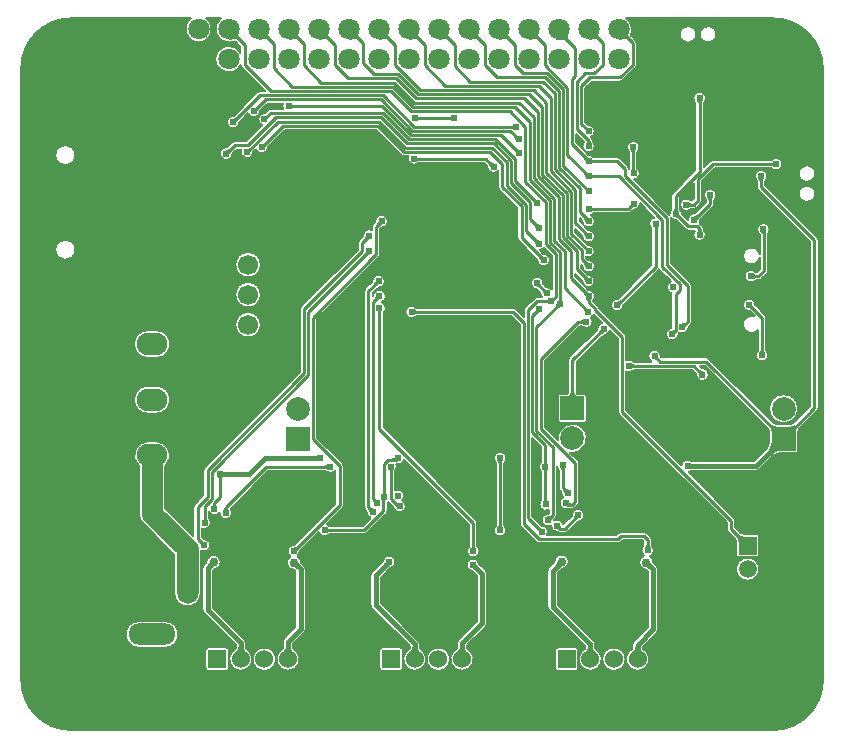
<source format=gbl>
G04 Layer: BottomLayer*
G04 EasyEDA Pro v2.2.36.7, 2025-05-26 04:11:26*
G04 Gerber Generator version 0.3*
G04 Scale: 100 percent, Rotated: No, Reflected: No*
G04 Dimensions in millimeters*
G04 Leading zeros omitted, absolute positions, 4 integers and 5 decimals*
%FSLAX45Y45*%
%MOMM*%
%ADD10C,0.2032*%
%ADD11C,6.0*%
%ADD12O,1.8X4.19999*%
%ADD13O,1.8X3.99999*%
%ADD14O,3.99999X1.8*%
%ADD15O,1.8X1.2*%
%ADD16O,2.0003X1.2*%
%ADD17O,2.0X1.2*%
%ADD18O,2.59999X1.9*%
%ADD19R,1.7X1.7*%
%ADD20C,1.7*%
%ADD21R,1.8X1.8*%
%ADD22C,1.8*%
%ADD23R,2.0X2.0*%
%ADD24C,2.0*%
%ADD25R,2.0X2.0*%
%ADD26C,1.5*%
%ADD27R,1.5X1.5*%
%ADD28R,1.524X1.524*%
%ADD29C,1.524*%
%ADD30C,0.762*%
%ADD31C,0.6096*%
%ADD32C,1.778*%
%ADD33C,0.254*%
%ADD34C,0.4064*%
%ADD35C,0.381*%
G75*


G04 Copper Start*
G36*
G01X457200Y-35814D02*
G01X1469768Y-35814D01*
G01X1454589Y-49202D01*
G01X1442039Y-65081D01*
G01X1432519Y-82942D01*
G01X1426335Y-102214D01*
G01X1423685Y-122279D01*
G01X1424652Y-142496D01*
G01X1429208Y-162216D01*
G01X1437205Y-180809D01*
G01X1448387Y-197679D01*
G01X1462397Y-212286D01*
G01X1478785Y-224163D01*
G01X1497028Y-232929D01*
G01X1516541Y-238303D01*
G01X1536700Y-240114D01*
G01X1556859Y-238303D01*
G01X1576372Y-232929D01*
G01X1594615Y-224163D01*
G01X1611003Y-212286D01*
G01X1625013Y-197679D01*
G01X1636195Y-180809D01*
G01X1644192Y-162216D01*
G01X1648748Y-142496D01*
G01X1649715Y-122279D01*
G01X1647065Y-102214D01*
G01X1640881Y-82942D01*
G01X1631361Y-65081D01*
G01X1618811Y-49202D01*
G01X1603632Y-35814D01*
G01X1723768Y-35814D01*
G01X1708520Y-49275D01*
G01X1695928Y-65250D01*
G01X1686402Y-83221D01*
G01X1680247Y-102608D01*
G01X1677665Y-122783D01*
G01X1678737Y-143095D01*
G01X1683430Y-162886D01*
G01X1691591Y-181518D01*
G01X1702957Y-198386D01*
G01X1717160Y-212946D01*
G01X1733741Y-224726D01*
G01X1752164Y-233347D01*
G01X1771833Y-238529D01*
G01X1792112Y-240105D01*
G01X1793789Y-240072D01*
G01X1800139Y-239719D01*
G01X1800592Y-239694D01*
G01X1802247Y-239543D01*
G01X1803171Y-239424D01*
G01X1806953Y-238940D01*
G01X1808528Y-238738D01*
G01X1809921Y-238517D01*
G01X1815730Y-237410D01*
G01X1817046Y-237119D01*
G01X1836046Y-232334D01*
G01X1838555Y-231896D01*
G01X1840342Y-231758D01*
G01X1841469Y-231815D01*
G01X1842371Y-232000D01*
G01X1843583Y-232456D01*
G01X1845512Y-233532D01*
G01X1848330Y-235618D01*
G01X1852375Y-239323D01*
G01X1890946Y-277895D01*
G01X1890946Y-328603D01*
G01X1880125Y-311732D01*
G01X1866495Y-297037D01*
G01X1850486Y-284977D01*
G01X1832600Y-275933D01*
G01X1813398Y-270187D01*
G01X1793484Y-267920D01*
G01X1773482Y-269204D01*
G01X1754021Y-273998D01*
G01X1735711Y-282152D01*
G01X1719128Y-293409D01*
G01X1704792Y-307416D01*
G01X1693153Y-323734D01*
G01X1684577Y-341849D01*
G01X1679334Y-361194D01*
G01X1677586Y-381161D01*
G01X1679390Y-401123D01*
G01X1684689Y-420452D01*
G01X1693317Y-438543D01*
G01X1705002Y-454828D01*
G01X1719377Y-468794D01*
G01X1735992Y-480004D01*
G01X1754325Y-488106D01*
G01X1773800Y-492844D01*
G01X1793805Y-494071D01*
G01X1813713Y-491748D01*
G01X1832899Y-485948D01*
G01X1850759Y-476852D01*
G01X1866734Y-464747D01*
G01X1880321Y-450013D01*
G01X1891095Y-433112D01*
G01X1892793Y-441205D01*
G01X1896303Y-448693D01*
G01X1901436Y-455177D01*
G01X2096245Y-649986D01*
G01X2057400Y-649986D01*
G01X2048131Y-651206D01*
G01X2039493Y-654784D01*
G01X2032076Y-660476D01*
G01X1833467Y-859085D01*
G01X1831694Y-859828D01*
G01X1828872Y-860494D01*
G01X1824787Y-860956D01*
G01X1811514Y-863670D01*
G01X1799345Y-869626D01*
G01X1789058Y-878443D01*
G01X1781311Y-889558D01*
G01X1776599Y-902260D01*
G01X1775223Y-915739D01*
G01X1777270Y-929131D01*
G01X1782611Y-941583D01*
G01X1790903Y-952297D01*
G01X1801617Y-960589D01*
G01X1814069Y-965930D01*
G01X1827461Y-967977D01*
G01X1840940Y-966601D01*
G01X1853642Y-961889D01*
G01X1864757Y-954142D01*
G01X1873574Y-943855D01*
G01X1879530Y-931686D01*
G01X1882244Y-918413D01*
G01X1882706Y-914328D01*
G01X1883372Y-911506D01*
G01X1884115Y-909734D01*
G01X1953114Y-840735D01*
G01X1958838Y-852046D01*
G01X1967060Y-861696D01*
G01X1977318Y-869145D01*
G01X1989038Y-873977D01*
G01X2001566Y-875920D01*
G01X2014199Y-874866D01*
G01X2026232Y-870875D01*
G01X2036990Y-864169D01*
G01X2045872Y-855123D01*
G01X2052381Y-844244D01*
G01X2056153Y-832141D01*
G01X2056976Y-819491D01*
G01X2119293Y-757174D01*
G01X2250107Y-757174D01*
G01X2246371Y-768204D01*
G01X2245106Y-779780D01*
G01X2246371Y-791356D01*
G01X2250107Y-802386D01*
G01X2145788Y-802386D01*
G01X2136519Y-803606D01*
G01X2127881Y-807184D01*
G01X2120464Y-812876D01*
G01X2096843Y-836497D01*
G01X2084192Y-837321D01*
G01X2072089Y-841092D01*
G01X2061210Y-847601D01*
G01X2052165Y-856484D01*
G01X2045459Y-867242D01*
G01X2041467Y-879274D01*
G01X2040414Y-891908D01*
G01X2042357Y-904435D01*
G01X2047188Y-916156D01*
G01X2054637Y-926414D01*
G01X2064287Y-934635D01*
G01X2075598Y-940359D01*
G01X1941476Y-1074482D01*
G01X1841184Y-1074482D01*
G01X1831915Y-1075702D01*
G01X1823277Y-1079280D01*
G01X1815860Y-1084972D01*
G01X1775047Y-1125785D01*
G01X1773274Y-1126528D01*
G01X1770452Y-1127194D01*
G01X1766367Y-1127656D01*
G01X1753094Y-1130370D01*
G01X1740925Y-1136326D01*
G01X1730638Y-1145143D01*
G01X1722891Y-1156258D01*
G01X1718179Y-1168960D01*
G01X1716803Y-1182439D01*
G01X1718850Y-1195831D01*
G01X1724191Y-1208283D01*
G01X1732483Y-1218997D01*
G01X1743197Y-1227289D01*
G01X1755649Y-1232630D01*
G01X1769041Y-1234677D01*
G01X1782520Y-1233301D01*
G01X1795222Y-1228589D01*
G01X1806337Y-1220842D01*
G01X1815154Y-1210555D01*
G01X1821110Y-1198386D01*
G01X1823824Y-1185113D01*
G01X1824286Y-1181028D01*
G01X1824952Y-1178206D01*
G01X1825695Y-1176434D01*
G01X1856019Y-1146110D01*
G01X1899587Y-1146110D01*
G01X1895415Y-1159327D01*
G01X1894771Y-1173171D01*
G01X1897700Y-1186718D01*
G01X1904004Y-1199060D01*
G01X1913262Y-1209374D01*
G01X1924856Y-1216968D01*
G01X1938009Y-1221336D01*
G01X1951842Y-1222185D01*
G01X1965431Y-1219458D01*
G01X1977866Y-1213338D01*
G01X1988315Y-1204233D01*
G01X1996081Y-1192754D01*
G01X2000643Y-1179667D01*
G01X2001697Y-1165847D01*
G01X2023122Y-1144423D01*
G01X2028846Y-1155734D01*
G01X2037068Y-1165384D01*
G01X2047326Y-1172833D01*
G01X2059046Y-1177665D01*
G01X2071574Y-1179608D01*
G01X2084207Y-1178554D01*
G01X2096240Y-1174563D01*
G01X2106998Y-1167857D01*
G01X2115880Y-1158811D01*
G01X2122389Y-1147932D01*
G01X2126161Y-1135829D01*
G01X2126984Y-1123179D01*
G01X2269469Y-980694D01*
G01X3038245Y-980694D01*
G01X3247636Y-1190084D01*
G01X3255053Y-1195776D01*
G01X3263691Y-1199354D01*
G01X3272960Y-1200574D01*
G01X3311827Y-1200574D01*
G01X3307877Y-1212620D01*
G01X3306866Y-1225257D01*
G01X3308852Y-1237778D01*
G01X3313724Y-1249482D01*
G01X3321208Y-1259714D01*
G01X3330886Y-1267902D01*
G01X3342217Y-1273588D01*
G01X3354566Y-1276453D01*
G01X3367243Y-1276338D01*
G01X3379538Y-1273248D01*
G01X3390763Y-1267357D01*
G01X3400291Y-1258994D01*
G01X3951543Y-1258994D01*
G01X3979412Y-1286869D01*
G01X3980184Y-1288672D01*
G01X3980901Y-1291568D01*
G01X3981463Y-1295786D01*
G01X3984062Y-1307751D01*
G01X3989308Y-1318813D01*
G01X3996928Y-1328396D01*
G01X4006524Y-1335999D01*
G01X4017595Y-1341227D01*
G01X4029563Y-1343805D01*
G01X4041805Y-1343600D01*
G01X4053680Y-1340622D01*
G01X4064570Y-1335027D01*
G01X4073906Y-1327106D01*
G01X4073906Y-1465430D01*
G01X4075126Y-1474700D01*
G01X4078704Y-1483337D01*
G01X4084396Y-1490755D01*
G01X4236466Y-1642825D01*
G01X4236466Y-1897380D01*
G01X4237686Y-1906649D01*
G01X4241264Y-1915287D01*
G01X4246956Y-1922704D01*
G01X4402385Y-2078133D01*
G01X4403128Y-2079906D01*
G01X4403794Y-2082728D01*
G01X4404256Y-2086813D01*
G01X4406970Y-2100086D01*
G01X4412926Y-2112255D01*
G01X4421743Y-2122542D01*
G01X4432858Y-2130289D01*
G01X4445560Y-2135001D01*
G01X4459039Y-2136377D01*
G01X4472431Y-2134330D01*
G01X4484883Y-2128989D01*
G01X4495597Y-2120697D01*
G01X4503889Y-2109983D01*
G01X4509230Y-2097531D01*
G01X4511277Y-2084139D01*
G01X4509901Y-2070660D01*
G01X4505189Y-2057958D01*
G01X4497442Y-2046843D01*
G01X4487155Y-2038026D01*
G01X4474986Y-2032070D01*
G01X4461713Y-2029356D01*
G01X4457628Y-2028894D01*
G01X4454806Y-2028228D01*
G01X4453034Y-2027485D01*
G01X4423871Y-1998322D01*
G01X4437105Y-1995553D01*
G01X4449226Y-1989560D01*
G01X4459461Y-1980724D01*
G01X4526026Y-2047289D01*
G01X4526026Y-2329219D01*
G01X4518298Y-2321220D01*
G01X4509085Y-2314990D01*
G01X4498785Y-2310795D01*
G01X4487841Y-2308816D01*
G01X4483756Y-2308353D01*
G01X4480934Y-2307687D01*
G01X4479162Y-2306944D01*
G01X4457710Y-2285492D01*
G01X4457039Y-2283798D01*
G01X4456524Y-2281261D01*
G01X4456348Y-2277754D01*
G01X4454749Y-2264306D01*
G01X4449830Y-2251689D01*
G01X4441905Y-2240707D01*
G01X4431481Y-2232062D01*
G01X4419223Y-2226306D01*
G01X4405913Y-2223807D01*
G01X4392402Y-2224723D01*
G01X4379551Y-2228998D01*
G01X4368183Y-2236356D01*
G01X4359021Y-2246330D01*
G01X4352653Y-2258281D01*
G01X4349483Y-2271447D01*
G01X4349715Y-2284988D01*
G01X4353333Y-2298038D01*
G01X4360107Y-2309764D01*
G01X4369604Y-2319418D01*
G01X4381218Y-2326384D01*
G01X4394207Y-2330216D01*
G01X4398687Y-2331043D01*
G01X4401746Y-2331907D01*
G01X4403669Y-2332780D01*
G01X4403904Y-2332984D01*
G01X4428513Y-2357592D01*
G01X4429256Y-2359365D01*
G01X4429922Y-2362187D01*
G01X4430385Y-2366272D01*
G01X4432377Y-2377261D01*
G01X4436603Y-2387599D01*
G01X4442881Y-2396837D01*
G01X4399949Y-2396837D01*
G01X4390680Y-2398057D01*
G01X4382042Y-2401635D01*
G01X4374625Y-2407326D01*
G01X4300296Y-2481656D01*
G01X4294604Y-2489073D01*
G01X4291026Y-2497711D01*
G01X4289806Y-2506980D01*
G01X4289806Y-2562757D01*
G01X4223764Y-2496715D01*
G01X4216346Y-2491024D01*
G01X4207709Y-2487446D01*
G01X4198439Y-2486225D01*
G01X3382514Y-2486226D01*
G01X3380735Y-2485498D01*
G01X3378269Y-2483973D01*
G01X3375050Y-2481409D01*
G01X3363745Y-2473943D01*
G01X3350929Y-2469551D01*
G01X3337421Y-2468512D01*
G01X3324084Y-2470895D01*
G01X3311771Y-2476545D01*
G01X3301268Y-2485102D01*
G01X3293246Y-2496020D01*
G01X3288218Y-2508600D01*
G01X3286506Y-2522039D01*
G01X3288218Y-2535479D01*
G01X3293246Y-2548059D01*
G01X3301268Y-2558977D01*
G01X3311771Y-2567534D01*
G01X3324084Y-2573184D01*
G01X3337421Y-2575566D01*
G01X3350929Y-2574528D01*
G01X3363745Y-2570136D01*
G01X3375050Y-2562670D01*
G01X3378269Y-2560106D01*
G01X3380735Y-2558581D01*
G01X3382513Y-2557853D01*
G01X4183605Y-2557853D01*
G01X4254246Y-2628495D01*
G01X4254246Y-4314388D01*
G01X4255466Y-4323657D01*
G01X4259044Y-4332295D01*
G01X4264736Y-4339712D01*
G01X4395348Y-4470324D01*
G01X4402765Y-4476016D01*
G01X4411403Y-4479594D01*
G01X4420672Y-4480814D01*
G01X5087959Y-4480814D01*
G01X5097228Y-4479594D01*
G01X5105866Y-4476016D01*
G01X5113283Y-4470324D01*
G01X5128193Y-4455414D01*
G01X5293765Y-4455414D01*
G01X5302616Y-4464264D01*
G01X5302616Y-4497185D01*
G01X5301888Y-4498964D01*
G01X5300363Y-4501431D01*
G01X5297799Y-4504650D01*
G01X5290576Y-4515467D01*
G01X5286172Y-4527705D01*
G01X5284846Y-4540644D01*
G01X5286675Y-4553522D01*
G01X5291553Y-4565579D01*
G01X5299192Y-4576106D01*
G01X5309142Y-4584483D01*
G01X5296191Y-4590052D01*
G01X5284858Y-4598437D01*
G01X5275743Y-4609191D01*
G01X5269330Y-4621746D01*
G01X5265960Y-4635434D01*
G01X5265810Y-4649531D01*
G01X5268889Y-4663288D01*
G01X5275033Y-4675976D01*
G01X5283918Y-4686922D01*
G01X5295070Y-4695545D01*
G01X5307900Y-4701388D01*
G01X5321726Y-4704141D01*
G01X5323008Y-4704337D01*
G01X5326403Y-4705877D01*
G01X5329780Y-4708098D01*
G01X5333227Y-4711092D01*
G01X5341366Y-4719231D01*
G01X5341366Y-5189009D01*
G01X5222287Y-5308088D01*
G01X5215384Y-5317084D01*
G01X5211045Y-5327559D01*
G01X5209565Y-5338801D01*
G01X5209565Y-5356766D01*
G01X5209421Y-5360142D01*
G01X5209119Y-5362340D01*
G01X5208716Y-5363978D01*
G01X5208246Y-5365261D01*
G01X5207676Y-5366410D01*
G01X5207148Y-5367244D01*
G01X5204224Y-5370765D01*
G01X5199946Y-5374868D01*
G01X5194090Y-5380030D01*
G01X5193777Y-5380311D01*
G01X5187123Y-5386394D01*
G01X5186057Y-5387434D01*
G01X5184051Y-5389520D01*
G01X5171346Y-5404468D01*
G01X5161826Y-5421621D01*
G01X5155864Y-5440310D01*
G01X5153693Y-5459807D01*
G01X5155395Y-5479350D01*
G01X5160906Y-5498178D01*
G01X5170011Y-5515554D01*
G01X5182353Y-5530802D01*
G01X5197452Y-5543327D01*
G01X5214718Y-5552640D01*
G01X5233478Y-5558377D01*
G01X5252999Y-5560314D01*
G01X5272521Y-5558377D01*
G01X5291281Y-5552640D01*
G01X5308547Y-5543327D01*
G01X5323646Y-5530802D01*
G01X5335988Y-5515554D01*
G01X5345092Y-5498178D01*
G01X5350603Y-5479350D01*
G01X5352306Y-5459807D01*
G01X5350134Y-5440310D01*
G01X5344172Y-5421621D01*
G01X5334653Y-5404468D01*
G01X5321948Y-5389520D01*
G01X5319942Y-5387434D01*
G01X5318876Y-5386394D01*
G01X5312222Y-5380311D01*
G01X5311909Y-5380030D01*
G01X5306052Y-5374868D01*
G01X5301774Y-5370765D01*
G01X5298851Y-5367244D01*
G01X5298323Y-5366410D01*
G01X5297752Y-5365261D01*
G01X5297283Y-5363978D01*
G01X5296880Y-5362340D01*
G01X5296577Y-5360142D01*
G01X5296433Y-5356792D01*
G01X5415512Y-5237712D01*
G01X5422415Y-5228717D01*
G01X5426754Y-5218242D01*
G01X5428234Y-5207000D01*
G01X5428234Y-4701241D01*
G01X5427939Y-4699000D01*
G01X6086786Y-4699000D01*
G01X6088671Y-4718141D01*
G01X6094255Y-4736547D01*
G01X6103321Y-4753509D01*
G01X6115523Y-4768377D01*
G01X6130391Y-4780579D01*
G01X6147353Y-4789645D01*
G01X6165759Y-4795229D01*
G01X6184900Y-4797114D01*
G01X6204041Y-4795229D01*
G01X6222447Y-4789645D01*
G01X6239409Y-4780579D01*
G01X6254277Y-4768377D01*
G01X6266479Y-4753509D01*
G01X6275545Y-4736547D01*
G01X6281129Y-4718141D01*
G01X6283014Y-4699000D01*
G01X6281129Y-4679859D01*
G01X6275545Y-4661453D01*
G01X6266479Y-4644491D01*
G01X6254277Y-4629623D01*
G01X6239409Y-4617421D01*
G01X6222447Y-4608355D01*
G01X6204041Y-4602771D01*
G01X6184900Y-4600886D01*
G01X6184900Y-4600886D01*
G01X6165759Y-4602771D01*
G01X6147353Y-4608355D01*
G01X6130391Y-4617421D01*
G01X6115523Y-4629623D01*
G01X6103321Y-4644491D01*
G01X6094255Y-4661453D01*
G01X6088671Y-4679859D01*
G01X6086786Y-4699000D01*
G01X5427939Y-4699000D01*
G01X5426754Y-4689999D01*
G01X5422415Y-4679524D01*
G01X5415513Y-4670528D01*
G01X5394653Y-4649668D01*
G01X5391657Y-4646221D01*
G01X5389437Y-4642843D01*
G01X5387850Y-4639282D01*
G01X5387711Y-4638295D01*
G01X5384740Y-4623708D01*
G01X5378335Y-4610269D01*
G01X5368876Y-4598774D01*
G01X5356922Y-4589902D01*
G01X5369911Y-4582973D01*
G01X5380524Y-4572771D01*
G01X5387961Y-4560067D01*
G01X5391662Y-4545818D01*
G01X5391345Y-4531100D01*
G01X5387036Y-4517023D01*
G01X5379060Y-4504650D01*
G01X5376496Y-4501431D01*
G01X5374971Y-4498964D01*
G01X5374244Y-4497186D01*
G01X5374244Y-4449430D01*
G01X5373023Y-4440160D01*
G01X5369445Y-4431523D01*
G01X5363754Y-4424105D01*
G01X5333924Y-4394276D01*
G01X5326507Y-4388584D01*
G01X5317869Y-4385006D01*
G01X5308600Y-4383786D01*
G01X5113359Y-4383786D01*
G01X5104089Y-4385006D01*
G01X5095452Y-4388584D01*
G01X5088035Y-4394276D01*
G01X5073124Y-4409186D01*
G01X4487459Y-4409186D01*
G01X4492830Y-4395919D01*
G01X4494498Y-4381703D01*
G01X4492344Y-4367553D01*
G01X4486522Y-4354477D01*
G01X4477446Y-4343409D01*
G01X4465765Y-4335138D01*
G01X4452311Y-4330254D01*
G01X4438044Y-4329104D01*
G01X4361434Y-4252495D01*
G01X4361434Y-3591843D01*
G01X4434586Y-3664995D01*
G01X4434586Y-3792989D01*
G01X4427070Y-3801320D01*
G01X4421452Y-3811032D01*
G01X4417980Y-3821702D01*
G01X4416806Y-3832860D01*
G01X4417980Y-3844018D01*
G01X4421452Y-3854688D01*
G01X4427070Y-3864400D01*
G01X4434586Y-3872731D01*
G01X4434586Y-4116768D01*
G01X4427761Y-4127011D01*
G01X4423454Y-4138541D01*
G01X4421890Y-4150749D01*
G01X4423153Y-4162993D01*
G01X4427175Y-4174625D01*
G01X4433746Y-4185033D01*
G01X4442517Y-4193667D01*
G01X4453027Y-4200073D01*
G01X4464721Y-4203912D01*
G01X4476983Y-4204982D01*
G01X4489165Y-4203226D01*
G01X4500626Y-4198738D01*
G01X4500626Y-4223739D01*
G01X4496314Y-4228050D01*
G01X4494542Y-4228793D01*
G01X4491720Y-4229459D01*
G01X4487635Y-4229922D01*
G01X4474213Y-4232687D01*
G01X4461930Y-4238765D01*
G01X4451591Y-4247759D01*
G01X4443871Y-4259081D01*
G01X4439274Y-4271991D01*
G01X4438102Y-4285645D01*
G01X4440430Y-4299149D01*
G01X4446107Y-4311622D01*
G01X4454762Y-4322247D01*
G01X4465828Y-4330330D01*
G01X4478582Y-4335343D01*
G01X4492191Y-4336957D01*
G01X4505764Y-4335067D01*
G01X4518414Y-4329797D01*
G01X4520099Y-4344064D01*
G01X4525514Y-4357371D01*
G01X4534269Y-4368762D01*
G01X4545735Y-4377417D01*
G01X4559089Y-4382716D01*
G01X4573371Y-4384276D01*
G01X4575324Y-4384301D01*
G01X4585724Y-4389957D01*
G01X4597400Y-4391914D01*
G01X4635500Y-4391914D01*
G01X4644769Y-4390694D01*
G01X4653407Y-4387116D01*
G01X4660824Y-4381424D01*
G01X4745133Y-4297115D01*
G01X4746906Y-4296372D01*
G01X4749728Y-4295706D01*
G01X4753813Y-4295244D01*
G01X4767086Y-4292530D01*
G01X4779255Y-4286574D01*
G01X4789542Y-4277757D01*
G01X4797289Y-4266642D01*
G01X4802001Y-4253940D01*
G01X4803377Y-4240461D01*
G01X4801330Y-4227069D01*
G01X4795989Y-4214617D01*
G01X4787697Y-4203903D01*
G01X4776983Y-4195611D01*
G01X4764531Y-4190270D01*
G01X4751139Y-4188223D01*
G01X4737660Y-4189599D01*
G01X4724958Y-4194311D01*
G01X4713843Y-4202058D01*
G01X4705026Y-4212345D01*
G01X4699070Y-4224514D01*
G01X4696356Y-4237787D01*
G01X4695894Y-4241872D01*
G01X4695228Y-4244694D01*
G01X4694485Y-4246466D01*
G01X4623842Y-4317109D01*
G01X4618558Y-4304155D01*
G01X4610102Y-4293010D01*
G01X4599049Y-4284433D01*
G01X4586153Y-4279009D01*
G01X4572293Y-4277107D01*
G01X4558412Y-4278857D01*
G01X4545458Y-4284140D01*
G01X4545554Y-4283293D01*
G01X4546220Y-4280471D01*
G01X4546962Y-4278699D01*
G01X4561764Y-4263897D01*
G01X4567456Y-4256480D01*
G01X4571034Y-4247842D01*
G01X4572254Y-4238573D01*
G01X4572254Y-4152109D01*
G01X4571613Y-4145365D01*
G01X4569714Y-4138862D01*
G01X4569714Y-3827522D01*
G01X4572074Y-3837459D01*
G01X4576277Y-3846767D01*
G01X4582169Y-3855110D01*
G01X4584734Y-3858329D01*
G01X4586258Y-3860795D01*
G01X4586986Y-3862573D01*
G01X4586986Y-4013180D01*
G01X4588206Y-4022449D01*
G01X4591784Y-4031087D01*
G01X4597476Y-4038504D01*
G01X4605605Y-4046633D01*
G01X4606348Y-4048406D01*
G01X4607014Y-4051228D01*
G01X4607477Y-4055313D01*
G01X4610124Y-4068388D01*
G01X4615918Y-4080405D01*
G01X4624500Y-4090618D01*
G01X4612750Y-4097280D01*
G01X4603038Y-4106668D01*
G01X4595981Y-4118186D01*
G01X4592029Y-4131102D01*
G01X4591432Y-4144597D01*
G01X4594228Y-4157812D01*
G01X4600239Y-4169908D01*
G01X4609084Y-4180118D01*
G01X4620200Y-4187791D01*
G01X4632882Y-4192442D01*
G01X4646324Y-4193774D01*
G01X4659672Y-4191702D01*
G01X4668742Y-4189470D01*
G01X4672254Y-4188929D01*
G01X4675703Y-4188714D01*
G01X4699000Y-4188714D01*
G01X4708269Y-4187494D01*
G01X4716907Y-4183916D01*
G01X4724324Y-4178224D01*
G01X4749724Y-4152824D01*
G01X4755416Y-4145407D01*
G01X4758994Y-4136769D01*
G01X4760214Y-4127500D01*
G01X4760214Y-3803582D01*
G01X4758994Y-3794312D01*
G01X4755416Y-3785675D01*
G01X4749724Y-3778257D01*
G01X4683745Y-3712278D01*
G01X4705643Y-3713405D01*
G01X4727394Y-3710629D01*
G01X4748308Y-3704039D01*
G01X4767720Y-3693844D01*
G01X4785016Y-3680366D01*
G01X4799647Y-3664034D01*
G01X4811149Y-3645365D01*
G01X4819156Y-3624952D01*
G01X4823415Y-3603443D01*
G01X4823791Y-3581518D01*
G01X4820272Y-3559876D01*
G01X4812969Y-3539200D01*
G01X4802114Y-3520148D01*
G01X4788051Y-3503324D01*
G01X4771227Y-3489262D01*
G01X4752175Y-3478407D01*
G01X4731500Y-3471104D01*
G01X4709857Y-3467584D01*
G01X4687933Y-3467960D01*
G01X4666423Y-3472219D01*
G01X4646010Y-3480227D01*
G01X4627342Y-3491728D01*
G01X4611009Y-3506359D01*
G01X4597532Y-3523655D01*
G01X4587336Y-3543068D01*
G01X4580746Y-3563981D01*
G01X4577970Y-3585732D01*
G01X4579097Y-3607630D01*
G01X4468114Y-3496647D01*
G01X4468114Y-2935835D01*
G01X4763966Y-2639983D01*
G01X4777836Y-2639983D01*
G01X4779616Y-2640711D01*
G01X4782082Y-2642236D01*
G01X4785301Y-2644800D01*
G01X4796699Y-2652311D01*
G01X4809625Y-2656699D01*
G01X4823239Y-2657680D01*
G01X4836660Y-2655189D01*
G01X4849017Y-2649389D01*
G01X4859507Y-2640655D01*
G01X4867451Y-2629555D01*
G01X4872333Y-2616808D01*
G01X4873837Y-2603241D01*
G01X4871864Y-2589734D01*
G01X4866543Y-2577164D01*
G01X4858220Y-2566345D01*
G01X4867474Y-2560814D01*
G01X4875434Y-2553543D01*
G01X4881777Y-2544826D01*
G01X4952109Y-2615158D01*
G01X4939805Y-2620077D01*
G01X4929083Y-2627865D01*
G01X4920600Y-2638046D01*
G01X4914875Y-2649997D01*
G01X4912256Y-2662987D01*
G01X4911794Y-2667072D01*
G01X4911128Y-2669894D01*
G01X4910385Y-2671666D01*
G01X4675672Y-2906379D01*
G01X4669981Y-2913797D01*
G01X4666403Y-2922434D01*
G01X4665182Y-2931704D01*
G01X4665182Y-3198279D01*
G01X4663868Y-3206197D01*
G01X4660068Y-3213265D01*
G01X4600997Y-3213265D01*
G01X4592151Y-3215025D01*
G01X4584653Y-3220035D01*
G01X4579642Y-3227534D01*
G01X4577883Y-3236379D01*
G01X4577883Y-3436379D01*
G01X4579642Y-3445224D01*
G01X4584653Y-3452723D01*
G01X4592151Y-3457733D01*
G01X4600997Y-3459493D01*
G01X4800996Y-3459493D01*
G01X4809842Y-3457733D01*
G01X4817340Y-3452723D01*
G01X4822351Y-3445224D01*
G01X4824110Y-3436379D01*
G01X4824110Y-3236379D01*
G01X4822351Y-3227534D01*
G01X4817340Y-3220035D01*
G01X4809842Y-3215025D01*
G01X4800996Y-3213265D01*
G01X4741925Y-3213265D01*
G01X4738124Y-3206197D01*
G01X4736810Y-3198279D01*
G01X4736810Y-2946538D01*
G01X4961033Y-2722315D01*
G01X4962806Y-2721572D01*
G01X4965628Y-2720906D01*
G01X4969713Y-2720444D01*
G01X4982703Y-2717825D01*
G01X4994654Y-2712100D01*
G01X5004835Y-2703617D01*
G01X5012623Y-2692895D01*
G01X5017542Y-2680591D01*
G01X5087366Y-2750415D01*
G01X5087366Y-3366573D01*
G01X5088586Y-3375842D01*
G01X5092164Y-3384480D01*
G01X5097856Y-3391897D01*
G01X6009386Y-4303428D01*
G01X6009386Y-4359275D01*
G01X6010606Y-4368544D01*
G01X6014184Y-4377182D01*
G01X6019876Y-4384599D01*
G01X6078802Y-4443525D01*
G01X6083175Y-4451372D01*
G01X6085874Y-4459940D01*
G01X6086786Y-4468877D01*
G01X6086786Y-4573975D01*
G01X6088546Y-4582820D01*
G01X6093556Y-4590319D01*
G01X6101055Y-4595329D01*
G01X6109900Y-4597089D01*
G01X6259900Y-4597089D01*
G01X6268745Y-4595329D01*
G01X6276244Y-4590319D01*
G01X6281254Y-4582820D01*
G01X6283014Y-4573975D01*
G01X6283014Y-4423975D01*
G01X6281254Y-4415130D01*
G01X6276244Y-4407631D01*
G01X6268745Y-4402621D01*
G01X6259900Y-4400861D01*
G01X6154802Y-4400861D01*
G01X6145865Y-4399949D01*
G01X6137297Y-4397250D01*
G01X6129450Y-4392877D01*
G01X6081014Y-4344440D01*
G01X6081014Y-4288593D01*
G01X6079794Y-4279324D01*
G01X6076216Y-4270686D01*
G01X6070524Y-4263269D01*
G01X5684742Y-3877486D01*
G01X5697835Y-3873683D01*
G01X5709545Y-3866700D01*
G01X6259264Y-3866700D01*
G01X6270177Y-3865263D01*
G01X6280346Y-3861051D01*
G01X6289079Y-3854350D01*
G01X6411541Y-3731887D01*
G01X6425577Y-3723855D01*
G01X6440968Y-3718892D01*
G01X6457052Y-3717214D01*
G01X6589700Y-3717214D01*
G01X6598545Y-3715454D01*
G01X6606044Y-3710444D01*
G01X6611054Y-3702945D01*
G01X6612814Y-3694100D01*
G01X6612814Y-3539002D01*
G01X6613726Y-3530065D01*
G01X6616424Y-3521497D01*
G01X6620798Y-3513650D01*
G01X6775374Y-3359074D01*
G01X6781066Y-3351657D01*
G01X6784644Y-3343019D01*
G01X6785864Y-3333750D01*
G01X6785864Y-1915269D01*
G01X6784644Y-1906000D01*
G01X6781066Y-1897362D01*
G01X6775374Y-1889945D01*
G01X6405523Y-1520093D01*
G01X6616484Y-1520093D01*
G01X6618260Y-1535851D01*
G01X6623497Y-1550819D01*
G01X6631934Y-1564246D01*
G01X6643147Y-1575459D01*
G01X6656574Y-1583896D01*
G01X6671541Y-1589133D01*
G01X6687299Y-1590909D01*
G01X6703057Y-1589133D01*
G01X6718025Y-1583896D01*
G01X6731452Y-1575459D01*
G01X6742665Y-1564246D01*
G01X6751102Y-1550819D01*
G01X6756339Y-1535851D01*
G01X6758115Y-1520093D01*
G01X6756339Y-1504336D01*
G01X6751102Y-1489368D01*
G01X6742665Y-1475941D01*
G01X6731452Y-1464728D01*
G01X6718025Y-1456291D01*
G01X6703057Y-1451054D01*
G01X6687299Y-1449278D01*
G01X6671541Y-1451054D01*
G01X6656574Y-1456291D01*
G01X6643147Y-1464728D01*
G01X6631934Y-1475941D01*
G01X6623497Y-1489368D01*
G01X6618260Y-1504336D01*
G01X6616484Y-1520093D01*
G01X6616484Y-1520093D01*
G01X6405523Y-1520093D01*
G01X6335014Y-1449585D01*
G01X6335014Y-1414014D01*
G01X6335742Y-1412235D01*
G01X6337266Y-1409769D01*
G01X6339831Y-1406550D01*
G01X6347296Y-1395245D01*
G01X6351689Y-1382429D01*
G01X6352727Y-1368921D01*
G01X6350345Y-1355584D01*
G01X6347824Y-1350091D01*
G01X6616484Y-1350091D01*
G01X6618260Y-1365849D01*
G01X6623497Y-1380817D01*
G01X6631934Y-1394244D01*
G01X6643147Y-1405457D01*
G01X6656574Y-1413894D01*
G01X6671541Y-1419131D01*
G01X6687299Y-1420906D01*
G01X6703057Y-1419131D01*
G01X6718025Y-1413894D01*
G01X6731452Y-1405457D01*
G01X6742665Y-1394244D01*
G01X6751102Y-1380817D01*
G01X6756339Y-1365849D01*
G01X6758115Y-1350091D01*
G01X6756339Y-1334333D01*
G01X6751102Y-1319366D01*
G01X6742665Y-1305939D01*
G01X6731452Y-1294726D01*
G01X6718025Y-1286289D01*
G01X6703057Y-1281052D01*
G01X6687299Y-1279276D01*
G01X6671541Y-1281052D01*
G01X6656574Y-1286289D01*
G01X6643147Y-1294726D01*
G01X6631934Y-1305939D01*
G01X6623497Y-1319366D01*
G01X6618260Y-1334333D01*
G01X6616484Y-1350091D01*
G01X6616484Y-1350091D01*
G01X6347824Y-1350091D01*
G01X6344695Y-1343271D01*
G01X6336137Y-1332768D01*
G01X6325220Y-1324746D01*
G01X6312639Y-1319718D01*
G01X6299200Y-1318006D01*
G01X6285761Y-1319718D01*
G01X6273180Y-1324746D01*
G01X6262263Y-1332768D01*
G01X6253705Y-1343271D01*
G01X6248055Y-1355584D01*
G01X6245673Y-1368921D01*
G01X6246711Y-1382429D01*
G01X6251104Y-1395245D01*
G01X6258569Y-1406550D01*
G01X6261134Y-1409769D01*
G01X6262658Y-1412235D01*
G01X6263386Y-1414013D01*
G01X6263386Y-1464419D01*
G01X6264606Y-1473689D01*
G01X6268184Y-1482326D01*
G01X6273876Y-1489744D01*
G01X6714236Y-1930104D01*
G01X6714236Y-3318915D01*
G01X6570150Y-3463002D01*
G01X6562303Y-3467376D01*
G01X6553735Y-3470074D01*
G01X6544798Y-3470986D01*
G01X6434602Y-3470986D01*
G01X6425665Y-3470074D01*
G01X6417097Y-3467376D01*
G01X6409250Y-3463002D01*
G01X6286349Y-3340100D01*
G01X6366586Y-3340100D01*
G01X6368457Y-3361478D01*
G01X6374011Y-3382207D01*
G01X6383080Y-3401657D01*
G01X6395389Y-3419236D01*
G01X6410564Y-3434411D01*
G01X6428143Y-3446720D01*
G01X6447593Y-3455789D01*
G01X6468322Y-3461343D01*
G01X6489700Y-3463214D01*
G01X6489700Y-3463214D01*
G01X6511078Y-3461343D01*
G01X6531807Y-3455789D01*
G01X6551257Y-3446720D01*
G01X6568836Y-3434411D01*
G01X6584011Y-3419236D01*
G01X6596320Y-3401657D01*
G01X6605389Y-3382207D01*
G01X6610943Y-3361478D01*
G01X6612814Y-3340100D01*
G01X6610943Y-3318722D01*
G01X6605389Y-3297993D01*
G01X6596320Y-3278543D01*
G01X6584011Y-3260964D01*
G01X6568836Y-3245789D01*
G01X6551257Y-3233480D01*
G01X6531807Y-3224411D01*
G01X6511078Y-3218857D01*
G01X6489700Y-3216986D01*
G01X6468322Y-3218857D01*
G01X6447593Y-3224411D01*
G01X6428143Y-3233480D01*
G01X6410564Y-3245789D01*
G01X6395389Y-3260964D01*
G01X6383080Y-3278543D01*
G01X6374011Y-3297993D01*
G01X6368457Y-3318722D01*
G01X6366586Y-3340100D01*
G01X6286349Y-3340100D01*
G01X5862244Y-2915996D01*
G01X5854827Y-2910304D01*
G01X5846189Y-2906726D01*
G01X5836920Y-2905506D01*
G01X5458054Y-2905506D01*
G01X5452815Y-2900267D01*
G01X5452072Y-2898494D01*
G01X5451406Y-2895672D01*
G01X5450944Y-2891587D01*
G01X5448204Y-2878238D01*
G01X5442186Y-2866011D01*
G01X5433278Y-2855697D01*
G01X5422057Y-2847963D01*
G01X5409249Y-2843310D01*
G01X5395680Y-2842037D01*
G01X5382230Y-2844227D01*
G01X5369766Y-2849740D01*
G01X5359096Y-2858217D01*
G01X5350909Y-2869112D01*
G01X5345735Y-2881719D01*
G01X5343907Y-2895224D01*
G01X5345545Y-2908753D01*
G01X5350542Y-2921431D01*
G01X5358575Y-2932440D01*
G01X5369125Y-2941066D01*
G01X5224014Y-2941066D01*
G01X5222235Y-2940338D01*
G01X5219769Y-2938814D01*
G01X5216550Y-2936249D01*
G01X5206406Y-2929372D01*
G01X5194966Y-2924979D01*
G01X5182827Y-2923300D01*
G01X5170623Y-2924422D01*
G01X5158994Y-2928287D01*
G01X5158994Y-2735580D01*
G01X5157774Y-2726311D01*
G01X5154196Y-2717673D01*
G01X5148504Y-2710256D01*
G01X4929657Y-2491408D01*
G01X4928095Y-2482930D01*
G01X4924553Y-2475071D01*
G01X4919235Y-2468286D01*
G01X4876766Y-2425769D01*
G01X4879331Y-2422550D01*
G01X4886598Y-2411644D01*
G01X4891001Y-2399301D01*
G01X4892277Y-2386258D01*
G01X4890350Y-2373296D01*
G01X4885334Y-2361189D01*
G01X4877530Y-2350661D01*
G01X4867405Y-2342341D01*
G01X4855563Y-2336728D01*
G01X4842713Y-2334156D01*
G01X4838628Y-2333694D01*
G01X4835806Y-2333028D01*
G01X4834034Y-2332285D01*
G01X4804997Y-2303248D01*
G01X4817216Y-2310677D01*
G01X4830965Y-2314611D01*
G01X4845264Y-2314768D01*
G01X4859096Y-2311139D01*
G01X4871476Y-2303981D01*
G01X4881523Y-2293804D01*
G01X4888520Y-2281333D01*
G01X4891971Y-2267455D01*
G01X4891629Y-2253159D01*
G01X4887518Y-2239462D01*
G01X4879932Y-2227340D01*
G01X4869411Y-2217656D01*
G01X4856702Y-2211098D01*
G01X4842713Y-2208134D01*
G01X4838628Y-2207672D01*
G01X4835806Y-2207006D01*
G01X4834034Y-2206263D01*
G01X4772914Y-2145143D01*
G01X4772914Y-2119440D01*
G01X4783385Y-2129911D01*
G01X4784128Y-2131683D01*
G01X4784794Y-2134506D01*
G01X4785256Y-2138591D01*
G01X4787970Y-2151864D01*
G01X4793926Y-2164033D01*
G01X4802743Y-2174320D01*
G01X4813858Y-2182067D01*
G01X4826560Y-2186779D01*
G01X4840039Y-2188155D01*
G01X4853431Y-2186108D01*
G01X4865883Y-2180767D01*
G01X4876597Y-2172475D01*
G01X4884889Y-2161760D01*
G01X4890230Y-2149309D01*
G01X4892277Y-2135917D01*
G01X4890901Y-2122438D01*
G01X4886189Y-2109736D01*
G01X4878442Y-2098621D01*
G01X4868155Y-2089804D01*
G01X4855986Y-2083848D01*
G01X4842713Y-2081134D01*
G01X4838628Y-2080672D01*
G01X4835806Y-2080006D01*
G01X4834034Y-2079263D01*
G01X4816094Y-2061323D01*
G01X4816094Y-2056171D01*
G01X4829311Y-2060343D01*
G01X4843155Y-2060986D01*
G01X4856702Y-2058058D01*
G01X4869044Y-2051754D01*
G01X4879358Y-2042496D01*
G01X4886952Y-2030902D01*
G01X4891320Y-2017749D01*
G01X4892169Y-2003916D01*
G01X4889442Y-1990327D01*
G01X4883322Y-1977892D01*
G01X4874217Y-1967443D01*
G01X4862738Y-1959677D01*
G01X4849651Y-1955115D01*
G01X4835831Y-1954061D01*
G01X4727194Y-1845423D01*
G01X4727194Y-1819720D01*
G01X4783385Y-1875911D01*
G01X4784128Y-1877683D01*
G01X4784794Y-1880506D01*
G01X4785256Y-1884591D01*
G01X4787970Y-1897864D01*
G01X4793926Y-1910033D01*
G01X4802743Y-1920320D01*
G01X4813858Y-1928067D01*
G01X4826560Y-1932779D01*
G01X4840039Y-1934155D01*
G01X4853431Y-1932108D01*
G01X4865883Y-1926767D01*
G01X4876597Y-1918475D01*
G01X4884889Y-1907760D01*
G01X4890230Y-1895309D01*
G01X4892277Y-1881917D01*
G01X4890901Y-1868438D01*
G01X4886189Y-1855736D01*
G01X4878442Y-1844621D01*
G01X4868155Y-1835804D01*
G01X4855986Y-1829848D01*
G01X4842713Y-1827134D01*
G01X4838628Y-1826672D01*
G01X4835806Y-1826006D01*
G01X4834034Y-1825263D01*
G01X4762754Y-1753983D01*
G01X4762754Y-1728280D01*
G01X4783385Y-1748911D01*
G01X4784128Y-1750683D01*
G01X4784794Y-1753506D01*
G01X4785256Y-1757591D01*
G01X4788289Y-1771773D01*
G01X4795013Y-1784623D01*
G01X4804937Y-1795200D01*
G01X4817333Y-1802728D01*
G01X4831294Y-1806658D01*
G01X4845797Y-1806700D01*
G01X4859780Y-1802852D01*
G01X4872220Y-1795396D01*
G01X4882205Y-1784877D01*
G01X4889004Y-1772067D01*
G01X4892119Y-1757902D01*
G01X4891323Y-1743421D01*
G01X4886673Y-1729683D01*
G01X4878509Y-1717696D01*
G01X4867431Y-1708336D01*
G01X4854249Y-1702289D01*
G01X4864505Y-1697972D01*
G01X4873650Y-1691631D01*
G01X4876869Y-1689066D01*
G01X4879335Y-1687542D01*
G01X4881113Y-1686814D01*
G01X5175206Y-1686814D01*
G01X5184475Y-1685594D01*
G01X5193113Y-1682016D01*
G01X5200530Y-1676324D01*
G01X5215033Y-1661821D01*
G01X5216806Y-1661078D01*
G01X5219628Y-1660412D01*
G01X5223713Y-1659949D01*
G01X5237374Y-1657101D01*
G01X5249837Y-1650823D01*
G01X5260257Y-1641540D01*
G01X5267927Y-1629882D01*
G01X5272327Y-1616638D01*
G01X5273159Y-1602708D01*
G01X5392027Y-1721576D01*
G01X5378801Y-1727118D01*
G01X5367517Y-1735970D01*
G01X5358986Y-1747497D01*
G01X5353816Y-1760873D01*
G01X5352378Y-1775142D01*
G01X5354776Y-1789281D01*
G01X5360837Y-1802278D01*
G01X5370128Y-1813202D01*
G01X5370128Y-2123024D01*
G01X5084667Y-2408485D01*
G01X5082894Y-2409228D01*
G01X5080072Y-2409894D01*
G01X5075987Y-2410356D01*
G01X5062714Y-2413070D01*
G01X5050545Y-2419026D01*
G01X5040258Y-2427843D01*
G01X5032511Y-2438958D01*
G01X5027799Y-2451660D01*
G01X5026423Y-2465139D01*
G01X5028470Y-2478531D01*
G01X5033811Y-2490983D01*
G01X5042103Y-2501697D01*
G01X5052817Y-2509989D01*
G01X5065269Y-2515330D01*
G01X5078661Y-2517377D01*
G01X5092140Y-2516001D01*
G01X5104842Y-2511289D01*
G01X5115957Y-2503542D01*
G01X5124774Y-2493255D01*
G01X5130730Y-2481086D01*
G01X5133444Y-2467813D01*
G01X5133906Y-2463728D01*
G01X5134572Y-2460906D01*
G01X5135315Y-2459134D01*
G01X5431266Y-2163183D01*
G01X5434737Y-2159153D01*
G01X5439037Y-2164351D01*
G01X5535741Y-2261055D01*
G01X5523679Y-2267288D01*
G01X5513571Y-2276351D01*
G01X5506065Y-2287664D01*
G01X5501642Y-2300501D01*
G01X5500587Y-2314036D01*
G01X5502967Y-2327403D01*
G01X5508630Y-2339742D01*
G01X5517211Y-2350263D01*
G01X5528161Y-2358290D01*
G01X5540777Y-2363307D01*
G01X5539486Y-2372835D01*
G01X5539486Y-2656580D01*
G01X5526673Y-2660296D01*
G01X5515175Y-2667062D01*
G01X5505705Y-2676458D01*
G01X5498848Y-2687901D01*
G01X5495030Y-2700684D01*
G01X5494488Y-2714014D01*
G01X5497255Y-2727065D01*
G01X5503159Y-2739028D01*
G01X5511835Y-2749162D01*
G01X5522746Y-2756839D01*
G01X5535214Y-2761584D01*
G01X5548468Y-2763102D01*
G01X5561687Y-2761299D01*
G01X5574050Y-2756288D01*
G01X5584793Y-2748378D01*
G01X5593250Y-2738060D01*
G01X5598896Y-2725972D01*
G01X5601381Y-2712865D01*
G01X5601692Y-2708149D01*
G01X5601999Y-2705974D01*
G01X5608215Y-2696219D01*
G01X5620616Y-2701051D01*
G01X5633826Y-2702677D01*
G01X5647029Y-2700999D01*
G01X5659411Y-2696118D01*
G01X5670209Y-2688337D01*
G01X5678757Y-2678135D01*
G01X5684527Y-2666142D01*
G01X5687164Y-2653096D01*
G01X5687626Y-2649011D01*
G01X5688292Y-2646189D01*
G01X5689035Y-2644417D01*
G01X5702224Y-2631228D01*
G01X5704796Y-2627876D01*
G01X6143427Y-2627876D01*
G01X6145401Y-2643721D01*
G01X6150758Y-2658763D01*
G01X6159244Y-2672289D01*
G01X6170458Y-2683656D01*
G01X6183867Y-2692326D01*
G01X6198835Y-2697888D01*
G01X6214651Y-2700077D01*
G01X6230567Y-2698789D01*
G01X6245827Y-2694087D01*
G01X6259706Y-2686192D01*
G01X6271547Y-2675480D01*
G01X6271547Y-2845025D01*
G01X6270819Y-2846804D01*
G01X6270819Y-2846804D01*
G01X6269295Y-2849270D01*
G01X6266730Y-2852490D01*
G01X6259265Y-2863795D01*
G01X6254872Y-2876611D01*
G01X6253834Y-2890119D01*
G01X6256216Y-2903455D01*
G01X6261867Y-2915769D01*
G01X6270424Y-2926272D01*
G01X6281342Y-2934293D01*
G01X6293922Y-2939321D01*
G01X6307361Y-2941033D01*
G01X6320800Y-2939321D01*
G01X6333381Y-2934293D01*
G01X6344298Y-2926271D01*
G01X6352856Y-2915768D01*
G01X6358506Y-2903455D01*
G01X6360888Y-2890118D01*
G01X6359850Y-2876610D01*
G01X6355457Y-2863794D01*
G01X6347992Y-2852489D01*
G01X6345427Y-2849270D01*
G01X6343903Y-2846804D01*
G01X6343175Y-2845026D01*
G01X6343175Y-2571554D01*
G01X6341955Y-2562285D01*
G01X6338377Y-2553647D01*
G01X6332685Y-2546230D01*
G01X6252915Y-2466461D01*
G01X6252172Y-2464688D01*
G01X6251506Y-2461866D01*
G01X6251044Y-2457781D01*
G01X6248330Y-2444507D01*
G01X6242374Y-2432338D01*
G01X6233557Y-2422051D01*
G01X6222442Y-2414305D01*
G01X6209740Y-2409592D01*
G01X6196261Y-2408216D01*
G01X6182869Y-2410264D01*
G01X6170417Y-2415604D01*
G01X6159703Y-2423897D01*
G01X6151411Y-2434611D01*
G01X6146070Y-2447062D01*
G01X6144023Y-2460455D01*
G01X6145399Y-2473933D01*
G01X6150111Y-2486635D01*
G01X6157858Y-2497750D01*
G01X6168145Y-2506567D01*
G01X6180314Y-2512523D01*
G01X6193587Y-2515237D01*
G01X6197672Y-2515700D01*
G01X6200494Y-2516366D01*
G01X6202266Y-2517108D01*
G01X6243824Y-2558666D01*
G01X6228432Y-2554417D01*
G01X6212485Y-2553600D01*
G01X6196740Y-2556256D01*
G01X6181943Y-2562258D01*
G01X6168797Y-2571321D01*
G01X6157924Y-2583015D01*
G01X6149841Y-2596785D01*
G01X6144931Y-2611979D01*
G01X6143427Y-2627876D01*
G01X5704796Y-2627876D01*
G01X5707916Y-2623810D01*
G01X5711494Y-2615173D01*
G01X5712714Y-2605903D01*
G01X5712714Y-2301276D01*
G01X5711494Y-2292006D01*
G01X5707916Y-2283369D01*
G01X5702224Y-2275951D01*
G01X5535736Y-2109463D01*
G01X5535736Y-2046808D01*
G01X6143419Y-2046808D01*
G01X6145306Y-2063334D01*
G01X6150870Y-2079009D01*
G01X6159823Y-2093027D01*
G01X6171706Y-2104666D01*
G01X6185907Y-2113327D01*
G01X6201694Y-2118564D01*
G01X6218256Y-2120107D01*
G01X6234739Y-2117877D01*
G01X6250296Y-2111990D01*
G01X6264124Y-2102747D01*
G01X6275514Y-2090625D01*
G01X6283878Y-2076247D01*
G01X6288786Y-2060355D01*
G01X6288786Y-2156865D01*
G01X6262445Y-2183206D01*
G01X6262445Y-2183206D01*
G01X6256194Y-2183206D01*
G01X6254415Y-2182478D01*
G01X6251949Y-2180954D01*
G01X6248730Y-2178389D01*
G01X6237425Y-2170924D01*
G01X6224609Y-2166531D01*
G01X6211101Y-2165493D01*
G01X6197764Y-2167875D01*
G01X6185451Y-2173525D01*
G01X6174948Y-2182083D01*
G01X6166926Y-2193000D01*
G01X6161898Y-2205581D01*
G01X6160186Y-2219020D01*
G01X6161898Y-2232459D01*
G01X6166926Y-2245039D01*
G01X6174948Y-2255957D01*
G01X6185451Y-2264515D01*
G01X6197764Y-2270165D01*
G01X6211101Y-2272547D01*
G01X6224609Y-2271509D01*
G01X6237425Y-2267116D01*
G01X6248730Y-2259650D01*
G01X6251949Y-2257086D01*
G01X6254415Y-2255562D01*
G01X6256193Y-2254834D01*
G01X6277280Y-2254834D01*
G01X6286549Y-2253614D01*
G01X6295187Y-2250036D01*
G01X6302604Y-2244344D01*
G01X6349924Y-2197024D01*
G01X6355616Y-2189607D01*
G01X6359194Y-2180969D01*
G01X6360414Y-2171700D01*
G01X6360414Y-1860063D01*
G01X6360657Y-1857944D01*
G01X6361258Y-1856033D01*
G01X6362727Y-1852838D01*
G01X6365043Y-1848579D01*
G01X6370093Y-1836038D01*
G01X6371844Y-1822632D01*
G01X6370184Y-1809215D01*
G01X6365220Y-1796640D01*
G01X6357267Y-1785708D01*
G01X6346831Y-1777113D01*
G01X6334577Y-1771403D01*
G01X6321284Y-1768942D01*
G01X6307797Y-1769885D01*
G01X6294976Y-1774173D01*
G01X6283636Y-1781533D01*
G01X6274498Y-1791497D01*
G01X6268144Y-1803430D01*
G01X6264979Y-1816574D01*
G01X6265204Y-1830091D01*
G01X6268803Y-1843122D01*
G01X6275550Y-1854838D01*
G01X6285013Y-1864493D01*
G01X6286799Y-1866201D01*
G01X6288017Y-1867942D01*
G01X6288786Y-1869657D01*
G01X6288786Y-2033262D01*
G01X6283878Y-2017369D01*
G01X6275514Y-2002991D01*
G01X6264124Y-1990869D01*
G01X6250296Y-1981627D01*
G01X6234739Y-1975739D01*
G01X6218256Y-1973509D01*
G01X6201694Y-1975053D01*
G01X6185907Y-1980290D01*
G01X6171706Y-1988950D01*
G01X6159823Y-2000589D01*
G01X6150870Y-2014607D01*
G01X6145306Y-2030282D01*
G01X6143419Y-2046808D01*
G01X5535736Y-2046808D01*
G01X5535736Y-1728532D01*
G01X5535588Y-1725285D01*
G01X5545854Y-1734033D01*
G01X5557979Y-1739942D01*
G01X5571195Y-1742636D01*
G01X5575280Y-1743099D01*
G01X5578102Y-1743765D01*
G01X5579874Y-1744508D01*
G01X5658353Y-1822987D01*
G01X5665770Y-1828678D01*
G01X5674408Y-1832256D01*
G01X5683677Y-1833476D01*
G01X5736605Y-1833476D01*
G01X5729607Y-1844949D01*
G01X5725684Y-1857802D01*
G01X5725081Y-1871227D01*
G01X5727837Y-1884380D01*
G01X5733778Y-1896434D01*
G01X5742531Y-1906631D01*
G01X5753546Y-1914330D01*
G01X5766129Y-1919047D01*
G01X5779491Y-1920485D01*
G01X5792790Y-1918554D01*
G01X5805191Y-1913375D01*
G01X5815913Y-1905274D01*
G01X5824283Y-1894761D01*
G01X5829775Y-1882495D01*
G01X5832042Y-1869249D01*
G01X5830944Y-1855856D01*
G01X5826548Y-1843157D01*
G01X5819131Y-1831950D01*
G01X5816566Y-1828731D01*
G01X5815042Y-1826265D01*
G01X5814314Y-1824487D01*
G01X5814314Y-1816100D01*
G01X5813094Y-1806831D01*
G01X5809516Y-1798193D01*
G01X5803824Y-1790776D01*
G01X5785387Y-1772338D01*
G01X5777932Y-1766625D01*
G01X5782972Y-1755367D01*
G01X5785305Y-1743255D01*
G01X5785767Y-1739170D01*
G01X5786433Y-1736348D01*
G01X5787176Y-1734576D01*
G01X5892724Y-1629028D01*
G01X5898416Y-1621610D01*
G01X5901994Y-1612973D01*
G01X5903214Y-1603703D01*
G01X5903214Y-1574527D01*
G01X5903942Y-1572748D01*
G01X5905466Y-1570282D01*
G01X5908031Y-1567062D01*
G01X5915496Y-1555757D01*
G01X5919889Y-1542941D01*
G01X5920927Y-1529433D01*
G01X5918545Y-1516096D01*
G01X5912895Y-1503783D01*
G01X5904337Y-1493280D01*
G01X5893419Y-1485259D01*
G01X5880839Y-1480231D01*
G01X5867400Y-1478519D01*
G01X5853961Y-1480231D01*
G01X5841381Y-1485259D01*
G01X5830463Y-1493280D01*
G01X5821905Y-1503783D01*
G01X5816255Y-1516096D01*
G01X5813873Y-1529433D01*
G01X5814911Y-1542941D01*
G01X5819304Y-1555757D01*
G01X5826769Y-1567062D01*
G01X5829334Y-1570282D01*
G01X5830858Y-1572748D01*
G01X5831586Y-1574526D01*
G01X5831586Y-1588869D01*
G01X5736528Y-1683927D01*
G01X5734755Y-1684670D01*
G01X5731933Y-1685336D01*
G01X5727848Y-1685799D01*
G01X5714405Y-1688571D01*
G01X5702106Y-1694667D01*
G01X5691759Y-1703687D01*
G01X5684043Y-1715039D01*
G01X5679464Y-1727979D01*
G01X5678322Y-1741658D01*
G01X5630523Y-1693860D01*
G01X5629779Y-1692087D01*
G01X5629114Y-1689265D01*
G01X5628651Y-1685180D01*
G01X5626613Y-1674034D01*
G01X5622277Y-1663566D01*
G01X5615838Y-1654243D01*
G01X5613274Y-1651024D01*
G01X5611749Y-1648558D01*
G01X5611021Y-1646779D01*
G01X5611021Y-1551627D01*
G01X5729986Y-1432663D01*
G01X5729986Y-1559965D01*
G01X5712865Y-1577086D01*
G01X5708916Y-1577086D01*
G01X5707138Y-1576358D01*
G01X5704672Y-1574834D01*
G01X5701452Y-1572269D01*
G01X5690147Y-1564804D01*
G01X5677331Y-1560411D01*
G01X5663823Y-1559373D01*
G01X5650486Y-1561755D01*
G01X5638173Y-1567405D01*
G01X5627670Y-1575963D01*
G01X5619648Y-1586880D01*
G01X5614621Y-1599461D01*
G01X5612909Y-1612900D01*
G01X5614621Y-1626339D01*
G01X5619648Y-1638920D01*
G01X5627670Y-1649837D01*
G01X5638173Y-1658395D01*
G01X5650486Y-1664045D01*
G01X5663823Y-1666427D01*
G01X5677331Y-1665389D01*
G01X5690147Y-1660996D01*
G01X5701452Y-1653531D01*
G01X5704672Y-1650966D01*
G01X5707138Y-1649442D01*
G01X5708915Y-1648714D01*
G01X5727700Y-1648714D01*
G01X5736969Y-1647494D01*
G01X5745607Y-1643916D01*
G01X5753024Y-1638224D01*
G01X5791124Y-1600124D01*
G01X5796816Y-1592707D01*
G01X5800394Y-1584069D01*
G01X5801614Y-1574800D01*
G01X5801614Y-1411324D01*
G01X5907124Y-1305814D01*
G01X6383786Y-1305814D01*
G01X6385565Y-1306542D01*
G01X6388031Y-1308066D01*
G01X6391250Y-1310631D01*
G01X6402555Y-1318096D01*
G01X6415371Y-1322489D01*
G01X6428879Y-1323527D01*
G01X6442216Y-1321145D01*
G01X6454529Y-1315495D01*
G01X6465032Y-1306937D01*
G01X6473054Y-1296020D01*
G01X6478082Y-1283439D01*
G01X6479794Y-1270000D01*
G01X6478082Y-1256561D01*
G01X6473054Y-1243980D01*
G01X6465032Y-1233063D01*
G01X6454529Y-1224505D01*
G01X6442216Y-1218855D01*
G01X6428879Y-1216473D01*
G01X6415371Y-1217511D01*
G01X6402555Y-1221904D01*
G01X6391250Y-1229369D01*
G01X6388031Y-1231934D01*
G01X6385565Y-1233458D01*
G01X6383787Y-1234186D01*
G01X5892289Y-1234186D01*
G01X5883020Y-1235406D01*
G01X5874382Y-1238984D01*
G01X5866965Y-1244676D01*
G01X5814314Y-1297327D01*
G01X5814314Y-753614D01*
G01X5815042Y-751835D01*
G01X5816566Y-749369D01*
G01X5819131Y-746150D01*
G01X5826596Y-734845D01*
G01X5830989Y-722029D01*
G01X5832027Y-708521D01*
G01X5829645Y-695184D01*
G01X5823995Y-682871D01*
G01X5815437Y-672368D01*
G01X5804520Y-664346D01*
G01X5791939Y-659318D01*
G01X5778500Y-657606D01*
G01X5765061Y-659318D01*
G01X5752480Y-664346D01*
G01X5741563Y-672368D01*
G01X5733005Y-682871D01*
G01X5727355Y-695184D01*
G01X5724973Y-708521D01*
G01X5726011Y-722029D01*
G01X5730404Y-734845D01*
G01X5737869Y-746150D01*
G01X5740434Y-749369D01*
G01X5741958Y-751835D01*
G01X5742686Y-753613D01*
G01X5742686Y-1318665D01*
G01X5549883Y-1511468D01*
G01X5544191Y-1518886D01*
G01X5540614Y-1527523D01*
G01X5539393Y-1536793D01*
G01X5539394Y-1646779D01*
G01X5538666Y-1648558D01*
G01X5537141Y-1651024D01*
G01X5534577Y-1654243D01*
G01X5527618Y-1664543D01*
G01X5523220Y-1676170D01*
G01X5521618Y-1688496D01*
G01X5522899Y-1700861D01*
G01X5221791Y-1399753D01*
G01X5234110Y-1397820D01*
G01X5245648Y-1393094D01*
G01X5255782Y-1385828D01*
G01X5263963Y-1376418D01*
G01X5269748Y-1365372D01*
G01X5272823Y-1353288D01*
G01X5273023Y-1340820D01*
G01X5270337Y-1328644D01*
G01X5264909Y-1317418D01*
G01X5257035Y-1307750D01*
G01X5254704Y-1305196D01*
G01X5253284Y-1303061D01*
G01X5252560Y-1301393D01*
G01X5252560Y-1169760D01*
G01X5253288Y-1167981D01*
G01X5254812Y-1165515D01*
G01X5257377Y-1162295D01*
G01X5264842Y-1150990D01*
G01X5269235Y-1138174D01*
G01X5270273Y-1124666D01*
G01X5267891Y-1111330D01*
G01X5262241Y-1099016D01*
G01X5253683Y-1088513D01*
G01X5242765Y-1080492D01*
G01X5230185Y-1075464D01*
G01X5216746Y-1073752D01*
G01X5203307Y-1075464D01*
G01X5190727Y-1080492D01*
G01X5179809Y-1088513D01*
G01X5171251Y-1099016D01*
G01X5165601Y-1111330D01*
G01X5163219Y-1124666D01*
G01X5164257Y-1138174D01*
G01X5168650Y-1150990D01*
G01X5176115Y-1162295D01*
G01X5178680Y-1165515D01*
G01X5180204Y-1167981D01*
G01X5180932Y-1169759D01*
G01X5180932Y-1306199D01*
G01X5180908Y-1306537D01*
G01X5180163Y-1308537D01*
G01X5179314Y-1310068D01*
G01X5179314Y-1308611D01*
G01X5178094Y-1299341D01*
G01X5174516Y-1290704D01*
G01X5168824Y-1283286D01*
G01X5104814Y-1219276D01*
G01X5097396Y-1213584D01*
G01X5088759Y-1210006D01*
G01X5079489Y-1208786D01*
G01X4881114Y-1208786D01*
G01X4879335Y-1208058D01*
G01X4876869Y-1206534D01*
G01X4873650Y-1203969D01*
G01X4864327Y-1197530D01*
G01X4853858Y-1193194D01*
G01X4842713Y-1191156D01*
G01X4838628Y-1190694D01*
G01X4835806Y-1190028D01*
G01X4834034Y-1189285D01*
G01X4804997Y-1160248D01*
G01X4816197Y-1167219D01*
G01X4828760Y-1171242D01*
G01X4841926Y-1172075D01*
G01X4854896Y-1169666D01*
G01X4866885Y-1164162D01*
G01X4877166Y-1155896D01*
G01X4885117Y-1145370D01*
G01X4890255Y-1133220D01*
G01X4892270Y-1120183D01*
G01X4891039Y-1107048D01*
G01X4886637Y-1094612D01*
G01X4879331Y-1083629D01*
G01X4876766Y-1080409D01*
G01X4875242Y-1077943D01*
G01X4874514Y-1076165D01*
G01X4874514Y-1074196D01*
G01X4873294Y-1064927D01*
G01X4869716Y-1056289D01*
G01X4864024Y-1048872D01*
G01X4857076Y-1041923D01*
G01X4868387Y-1036199D01*
G01X4878037Y-1027977D01*
G01X4885486Y-1017720D01*
G01X4890317Y-1005999D01*
G01X4892261Y-993471D01*
G01X4891207Y-980838D01*
G01X4887215Y-968806D01*
G01X4880509Y-958047D01*
G01X4871464Y-949165D01*
G01X4860585Y-942656D01*
G01X4848482Y-938884D01*
G01X4835831Y-938061D01*
G01X4811014Y-913243D01*
G01X4811014Y-624435D01*
G01X4865135Y-570314D01*
G01X5105992Y-570314D01*
G01X5115262Y-569094D01*
G01X5123899Y-565516D01*
G01X5131317Y-559824D01*
G01X5235964Y-455177D01*
G01X5241656Y-447759D01*
G01X5245234Y-439122D01*
G01X5246454Y-429852D01*
G01X5246454Y-244940D01*
G01X5245234Y-235670D01*
G01X5241656Y-227033D01*
G01X5235964Y-219615D01*
G01X5205022Y-188673D01*
G01X5201318Y-184630D01*
G01X5199232Y-181811D01*
G01X5198156Y-179883D01*
G01X5197700Y-178672D01*
G01X5197515Y-177770D01*
G01X5197458Y-176642D01*
G01X5197597Y-174855D01*
G01X5198034Y-172346D01*
G01X5198448Y-170701D01*
G01X5609976Y-170701D01*
G01X5611752Y-186459D01*
G01X5616989Y-201426D01*
G01X5625426Y-214853D01*
G01X5636639Y-226066D01*
G01X5650066Y-234503D01*
G01X5665033Y-239740D01*
G01X5680791Y-241516D01*
G01X5696549Y-239740D01*
G01X5711517Y-234503D01*
G01X5724944Y-226066D01*
G01X5736157Y-214853D01*
G01X5744594Y-201426D01*
G01X5749831Y-186459D01*
G01X5751606Y-170701D01*
G01X5751606Y-170701D01*
G01X5779978Y-170701D01*
G01X5781754Y-186459D01*
G01X5786991Y-201426D01*
G01X5795428Y-214853D01*
G01X5806641Y-226066D01*
G01X5820068Y-234503D01*
G01X5835036Y-239740D01*
G01X5850793Y-241516D01*
G01X5866551Y-239740D01*
G01X5881519Y-234503D01*
G01X5894946Y-226066D01*
G01X5906159Y-214853D01*
G01X5914596Y-201426D01*
G01X5919833Y-186459D01*
G01X5921609Y-170701D01*
G01X5919833Y-154943D01*
G01X5914596Y-139975D01*
G01X5906159Y-126548D01*
G01X5894946Y-115335D01*
G01X5881519Y-106898D01*
G01X5866551Y-101661D01*
G01X5850793Y-99885D01*
G01X5835036Y-101661D01*
G01X5820068Y-106898D01*
G01X5806641Y-115335D01*
G01X5795428Y-126548D01*
G01X5786991Y-139975D01*
G01X5781754Y-154943D01*
G01X5779978Y-170701D01*
G01X5779978Y-170701D01*
G01X5751606Y-170701D01*
G01X5749831Y-154943D01*
G01X5744594Y-139975D01*
G01X5736157Y-126548D01*
G01X5724944Y-115335D01*
G01X5711517Y-106898D01*
G01X5696549Y-101661D01*
G01X5680791Y-99885D01*
G01X5665033Y-101661D01*
G01X5650066Y-106898D01*
G01X5636639Y-115335D01*
G01X5625426Y-126548D01*
G01X5616989Y-139975D01*
G01X5611752Y-154943D01*
G01X5609976Y-170701D01*
G01X5609976Y-170701D01*
G01X5198448Y-170701D01*
G01X5202819Y-153346D01*
G01X5203110Y-152030D01*
G01X5204217Y-146221D01*
G01X5204439Y-144828D01*
G01X5204640Y-143254D01*
G01X5205125Y-139469D01*
G01X5205243Y-138547D01*
G01X5205394Y-136892D01*
G01X5205419Y-136440D01*
G01X5205772Y-130089D01*
G01X5205805Y-128412D01*
G01X5205778Y-124168D01*
G01X5205593Y-119927D01*
G01X5202635Y-100378D01*
G01X5196318Y-81643D01*
G01X5186836Y-64293D01*
G01X5174477Y-48860D01*
G01X5159620Y-35814D01*
G01X6400800Y-35814D01*
G01X6442103Y-37843D01*
G01X6483008Y-43911D01*
G01X6523122Y-53959D01*
G01X6562057Y-67890D01*
G01X6599440Y-85571D01*
G01X6634910Y-106830D01*
G01X6668124Y-131464D01*
G01X6698765Y-159235D01*
G01X6726536Y-189876D01*
G01X6751170Y-223090D01*
G01X6772429Y-258560D01*
G01X6790110Y-295943D01*
G01X6804041Y-334878D01*
G01X6814089Y-374992D01*
G01X6820157Y-415897D01*
G01X6822186Y-457200D01*
G01X6822186Y-5638800D01*
G01X6820157Y-5680103D01*
G01X6814089Y-5721008D01*
G01X6804041Y-5761122D01*
G01X6790110Y-5800057D01*
G01X6772429Y-5837440D01*
G01X6751170Y-5872910D01*
G01X6726536Y-5906124D01*
G01X6698765Y-5936765D01*
G01X6668124Y-5964536D01*
G01X6634910Y-5989170D01*
G01X6599440Y-6010429D01*
G01X6562057Y-6028110D01*
G01X6523122Y-6042041D01*
G01X6483008Y-6052089D01*
G01X6442103Y-6058157D01*
G01X6400800Y-6060186D01*
G01X457200Y-6060186D01*
G01X415897Y-6058157D01*
G01X374992Y-6052089D01*
G01X334878Y-6042041D01*
G01X295943Y-6028110D01*
G01X258560Y-6010429D01*
G01X223090Y-5989170D01*
G01X189876Y-5964536D01*
G01X159235Y-5936765D01*
G01X131464Y-5906124D01*
G01X106830Y-5872910D01*
G01X85571Y-5837440D01*
G01X67890Y-5800057D01*
G01X53959Y-5761122D01*
G01X43911Y-5721008D01*
G01X37843Y-5680103D01*
G01X35814Y-5638800D01*
G01X35814Y-5384800D01*
G01X1594587Y-5384800D01*
G01X1594587Y-5537200D01*
G01X1596346Y-5546045D01*
G01X1601357Y-5553544D01*
G01X1608855Y-5558555D01*
G01X1617701Y-5560314D01*
G01X1770101Y-5560314D01*
G01X1770101Y-5560314D01*
G01X1778946Y-5558555D01*
G01X1786445Y-5553544D01*
G01X1791455Y-5546045D01*
G01X1793215Y-5537200D01*
G01X1793215Y-5384800D01*
G01X1791455Y-5375955D01*
G01X1786445Y-5368456D01*
G01X1778946Y-5363445D01*
G01X1770101Y-5361686D01*
G01X1617701Y-5361686D01*
G01X1608855Y-5363445D01*
G01X1601357Y-5368456D01*
G01X1596346Y-5375955D01*
G01X1594587Y-5384800D01*
G01X35814Y-5384800D01*
G01X35814Y-5241229D01*
G01X920344Y-5241229D01*
G01X920344Y-5262103D01*
G01X924179Y-5282621D01*
G01X931719Y-5302085D01*
G01X942708Y-5319832D01*
G01X956771Y-5335258D01*
G01X973428Y-5347837D01*
G01X992113Y-5357141D01*
G01X1012190Y-5362854D01*
G01X1032975Y-5364780D01*
G01X1252974Y-5364780D01*
G01X1273759Y-5362854D01*
G01X1293836Y-5357141D01*
G01X1312521Y-5347837D01*
G01X1329179Y-5335258D01*
G01X1343241Y-5319832D01*
G01X1354230Y-5302085D01*
G01X1361770Y-5282621D01*
G01X1365606Y-5262103D01*
G01X1365606Y-5241229D01*
G01X1361770Y-5220711D01*
G01X1354230Y-5201247D01*
G01X1343241Y-5183500D01*
G01X1329179Y-5168074D01*
G01X1312521Y-5155495D01*
G01X1293836Y-5146190D01*
G01X1273759Y-5140478D01*
G01X1252974Y-5138552D01*
G01X1252974Y-5138552D01*
G01X1032975Y-5138552D01*
G01X1012190Y-5140478D01*
G01X992113Y-5146190D01*
G01X973428Y-5155495D01*
G01X956771Y-5168074D01*
G01X942708Y-5183500D01*
G01X931719Y-5201247D01*
G01X924179Y-5220711D01*
G01X920344Y-5241229D01*
G01X35814Y-5241229D01*
G01X35814Y-3732981D01*
G01X989890Y-3732981D01*
G01X991507Y-3753403D01*
G01X996629Y-3773239D01*
G01X1005102Y-3791892D01*
G01X1016670Y-3808800D01*
G01X1030986Y-3823454D01*
G01X1030986Y-4229888D01*
G01X1032365Y-4247411D01*
G01X1036468Y-4264502D01*
G01X1043195Y-4280741D01*
G01X1052379Y-4295728D01*
G01X1063794Y-4309094D01*
G01X1330701Y-4576001D01*
G01X1330436Y-4619082D01*
G01X1329888Y-4661032D01*
G01X1329886Y-4661334D01*
G01X1329886Y-4901334D01*
G01X1331812Y-4922118D01*
G01X1337524Y-4942195D01*
G01X1346828Y-4960881D01*
G01X1359407Y-4977538D01*
G01X1374833Y-4991601D01*
G01X1392580Y-5002589D01*
G01X1412044Y-5010130D01*
G01X1432563Y-5013965D01*
G01X1453436Y-5013965D01*
G01X1473954Y-5010130D01*
G01X1493419Y-5002589D01*
G01X1511166Y-4991601D01*
G01X1526592Y-4977538D01*
G01X1539171Y-4960881D01*
G01X1548475Y-4942195D01*
G01X1554187Y-4922118D01*
G01X1556113Y-4901334D01*
G01X1556113Y-4690077D01*
G01X1569466Y-4690077D01*
G01X1569466Y-5041900D01*
G01X1570946Y-5053142D01*
G01X1575285Y-5063617D01*
G01X1582188Y-5072612D01*
G01X1850466Y-5340891D01*
G01X1850466Y-5356766D01*
G01X1850322Y-5360142D01*
G01X1850020Y-5362340D01*
G01X1849617Y-5363978D01*
G01X1849147Y-5365261D01*
G01X1848577Y-5366410D01*
G01X1848049Y-5367244D01*
G01X1845125Y-5370765D01*
G01X1840847Y-5374868D01*
G01X1834990Y-5380030D01*
G01X1834678Y-5380311D01*
G01X1828024Y-5386394D01*
G01X1826958Y-5387434D01*
G01X1824952Y-5389520D01*
G01X1812246Y-5404468D01*
G01X1802727Y-5421621D01*
G01X1796765Y-5440310D01*
G01X1794593Y-5459807D01*
G01X1796296Y-5479350D01*
G01X1801807Y-5498178D01*
G01X1810912Y-5515554D01*
G01X1823254Y-5530802D01*
G01X1838353Y-5543327D01*
G01X1855619Y-5552640D01*
G01X1874379Y-5558377D01*
G01X1893900Y-5560314D01*
G01X1913422Y-5558377D01*
G01X1932181Y-5552640D01*
G01X1949448Y-5543327D01*
G01X1964546Y-5530802D01*
G01X1976889Y-5515554D01*
G01X1985993Y-5498178D01*
G01X1991504Y-5479350D01*
G01X1993103Y-5461000D01*
G01X1994586Y-5461000D01*
G01X1996494Y-5480375D01*
G01X2002146Y-5499006D01*
G01X2011323Y-5516176D01*
G01X2023674Y-5531226D01*
G01X2038724Y-5543577D01*
G01X2055894Y-5552754D01*
G01X2074525Y-5558406D01*
G01X2093900Y-5560314D01*
G01X2113275Y-5558406D01*
G01X2131906Y-5552754D01*
G01X2149076Y-5543577D01*
G01X2164125Y-5531226D01*
G01X2176476Y-5516176D01*
G01X2185654Y-5499006D01*
G01X2191306Y-5480375D01*
G01X2193214Y-5461000D01*
G01X2191306Y-5441625D01*
G01X2185654Y-5422994D01*
G01X2176476Y-5405824D01*
G01X2164125Y-5390774D01*
G01X2149076Y-5378423D01*
G01X2131906Y-5369246D01*
G01X2113275Y-5363594D01*
G01X2093900Y-5361686D01*
G01X2074525Y-5363594D01*
G01X2055894Y-5369246D01*
G01X2038724Y-5378423D01*
G01X2023674Y-5390774D01*
G01X2011323Y-5405824D01*
G01X2002146Y-5422994D01*
G01X1996494Y-5441625D01*
G01X1994586Y-5461000D01*
G01X1994586Y-5461000D01*
G01X1993103Y-5461000D01*
G01X1993207Y-5459807D01*
G01X1991035Y-5440310D01*
G01X1985073Y-5421621D01*
G01X1975554Y-5404468D01*
G01X1962849Y-5389520D01*
G01X1960843Y-5387434D01*
G01X1959777Y-5386394D01*
G01X1953123Y-5380311D01*
G01X1952810Y-5380030D01*
G01X1946953Y-5374868D01*
G01X1942675Y-5370765D01*
G01X1939752Y-5367244D01*
G01X1939223Y-5366410D01*
G01X1938653Y-5365261D01*
G01X1938184Y-5363978D01*
G01X1937781Y-5362340D01*
G01X1937478Y-5360142D01*
G01X1937334Y-5356766D01*
G01X1937334Y-5322900D01*
G01X1935854Y-5311659D01*
G01X1931515Y-5301183D01*
G01X1924613Y-5292188D01*
G01X1656334Y-5023909D01*
G01X1656334Y-5023909D01*
G01X1656334Y-4708068D01*
G01X1657161Y-4707241D01*
G01X1660608Y-4704247D01*
G01X1663985Y-4702026D01*
G01X1667547Y-4700439D01*
G01X1668533Y-4700300D01*
G01X1683648Y-4697150D01*
G01X1697494Y-4690317D01*
G01X1709190Y-4680238D01*
G01X1717992Y-4667553D01*
G01X1723340Y-4653069D01*
G01X1724894Y-4637708D01*
G01X1722555Y-4622446D01*
G01X1716471Y-4608255D01*
G01X1707030Y-4596038D01*
G01X1694833Y-4586572D01*
G01X1680655Y-4580458D01*
G01X1665399Y-4578087D01*
G01X1650034Y-4579608D01*
G01X1635539Y-4584926D01*
G01X1622835Y-4593701D01*
G01X1612731Y-4605375D01*
G01X1605870Y-4619207D01*
G01X1602687Y-4634315D01*
G01X1602491Y-4635597D01*
G01X1600951Y-4638992D01*
G01X1598731Y-4642370D01*
G01X1595736Y-4645816D01*
G01X1582188Y-4659365D01*
G01X1575285Y-4668360D01*
G01X1570946Y-4678836D01*
G01X1569466Y-4690077D01*
G01X1556113Y-4690077D01*
G01X1556113Y-4661334D01*
G01X1556111Y-4661032D01*
G01X1555562Y-4619082D01*
G01X1555087Y-4541729D01*
G01X1568018Y-4548304D01*
G01X1582240Y-4551170D01*
G01X1596708Y-4550116D01*
G01X1610365Y-4545221D01*
G01X1622208Y-4536842D01*
G01X1631370Y-4525594D01*
G01X1637179Y-4512301D01*
G01X1639211Y-4497937D01*
G01X1637316Y-4483555D01*
G01X1631633Y-4470207D01*
G01X1622579Y-4458872D01*
G01X1610816Y-4450381D01*
G01X1597207Y-4445356D01*
G01X1582749Y-4444165D01*
G01X1564894Y-4426310D01*
G01X1564894Y-4353893D01*
G01X1576940Y-4357843D01*
G01X1589577Y-4358854D01*
G01X1602098Y-4356868D01*
G01X1613802Y-4351996D01*
G01X1624034Y-4344512D01*
G01X1632222Y-4334834D01*
G01X1637908Y-4323503D01*
G01X1640773Y-4311154D01*
G01X1640658Y-4298477D01*
G01X1637568Y-4286182D01*
G01X1631677Y-4274957D01*
G01X1623314Y-4265429D01*
G01X1623314Y-4213946D01*
G01X1630976Y-4225244D01*
G01X1641243Y-4234239D01*
G01X1653450Y-4240349D01*
G01X1666805Y-4243177D01*
G01X1680441Y-4242539D01*
G01X1693473Y-4238477D01*
G01X1705056Y-4231255D01*
G01X1714440Y-4221340D01*
G01X1715707Y-4234226D01*
G01X1720028Y-4246431D01*
G01X1727150Y-4257245D01*
G01X1736657Y-4266034D01*
G01X1747995Y-4272287D01*
G01X1760502Y-4275639D01*
G01X1773447Y-4275893D01*
G01X1786076Y-4273035D01*
G01X1797651Y-4267232D01*
G01X1807496Y-4258823D01*
G01X1815037Y-4248297D01*
G01X1819834Y-4236271D01*
G01X1821606Y-4223445D01*
G01X1820251Y-4210568D01*
G01X1815847Y-4198392D01*
G01X1808652Y-4187628D01*
G01X1807752Y-4186497D01*
G01X2125575Y-3868674D01*
G01X2610103Y-3868674D01*
G01X2611882Y-3869402D01*
G01X2614348Y-3870926D01*
G01X2617568Y-3873491D01*
G01X2629639Y-3881326D01*
G01X2643360Y-3885666D01*
G01X2657742Y-3886199D01*
G01X2671746Y-3882886D01*
G01X2684364Y-3875965D01*
G01X2694686Y-3865937D01*
G01X2694686Y-4143159D01*
G01X2347114Y-4490731D01*
G01X2345341Y-4491474D01*
G01X2342519Y-4492140D01*
G01X2338434Y-4492603D01*
G01X2325406Y-4495234D01*
G01X2313425Y-4500990D01*
G01X2303230Y-4509517D01*
G01X2295447Y-4520292D01*
G01X2290554Y-4532650D01*
G01X2288853Y-4545832D01*
G01X2290449Y-4559027D01*
G01X2295242Y-4571424D01*
G01X2302939Y-4582260D01*
G01X2313066Y-4590869D01*
G01X2300989Y-4600389D01*
G01X2291666Y-4612619D01*
G01X2285684Y-4626786D01*
G01X2283423Y-4641997D01*
G01X2285024Y-4657291D01*
G01X2290386Y-4671704D01*
G01X2299171Y-4684326D01*
G01X2310824Y-4694360D01*
G01X2324611Y-4701173D01*
G01X2339660Y-4704335D01*
G01X2340943Y-4704531D01*
G01X2344337Y-4706071D01*
G01X2347715Y-4708292D01*
G01X2351161Y-4711286D01*
G01X2356866Y-4716991D01*
G01X2356866Y-5189009D01*
G01X2263187Y-5282688D01*
G01X2256284Y-5291684D01*
G01X2251945Y-5302159D01*
G01X2250465Y-5313401D01*
G01X2250465Y-5356766D01*
G01X2250321Y-5360142D01*
G01X2250019Y-5362340D01*
G01X2249616Y-5363978D01*
G01X2249146Y-5365261D01*
G01X2248576Y-5366410D01*
G01X2248048Y-5367244D01*
G01X2245124Y-5370765D01*
G01X2240846Y-5374868D01*
G01X2234990Y-5380030D01*
G01X2234677Y-5380311D01*
G01X2228023Y-5386394D01*
G01X2226957Y-5387434D01*
G01X2224951Y-5389520D01*
G01X2212246Y-5404468D01*
G01X2202726Y-5421621D01*
G01X2196764Y-5440310D01*
G01X2194593Y-5459807D01*
G01X2196295Y-5479350D01*
G01X2201806Y-5498178D01*
G01X2210911Y-5515554D01*
G01X2223253Y-5530802D01*
G01X2238352Y-5543327D01*
G01X2255618Y-5552640D01*
G01X2274378Y-5558377D01*
G01X2293899Y-5560314D01*
G01X2313421Y-5558377D01*
G01X2332181Y-5552640D01*
G01X2349447Y-5543327D01*
G01X2364546Y-5530802D01*
G01X2376888Y-5515554D01*
G01X2385992Y-5498178D01*
G01X2391503Y-5479350D01*
G01X2393206Y-5459807D01*
G01X2391034Y-5440310D01*
G01X2385072Y-5421621D01*
G01X2375553Y-5404468D01*
G01X2362848Y-5389520D01*
G01X2360842Y-5387434D01*
G01X2359776Y-5386394D01*
G01X2358032Y-5384800D01*
G01X3067787Y-5384800D01*
G01X3067787Y-5537200D01*
G01X3069546Y-5546045D01*
G01X3074557Y-5553544D01*
G01X3082055Y-5558555D01*
G01X3090901Y-5560314D01*
G01X3243301Y-5560314D01*
G01X3243301Y-5560314D01*
G01X3252146Y-5558555D01*
G01X3259645Y-5553544D01*
G01X3264655Y-5546045D01*
G01X3266415Y-5537200D01*
G01X3266415Y-5384800D01*
G01X3264655Y-5375955D01*
G01X3259645Y-5368456D01*
G01X3252146Y-5363445D01*
G01X3243301Y-5361686D01*
G01X3090901Y-5361686D01*
G01X3082055Y-5363445D01*
G01X3074557Y-5368456D01*
G01X3069546Y-5375955D01*
G01X3067787Y-5384800D01*
G01X2358032Y-5384800D01*
G01X2353122Y-5380311D01*
G01X2352809Y-5380030D01*
G01X2346952Y-5374868D01*
G01X2342674Y-5370765D01*
G01X2339751Y-5367244D01*
G01X2339223Y-5366410D01*
G01X2338652Y-5365261D01*
G01X2338183Y-5363978D01*
G01X2337780Y-5362340D01*
G01X2337477Y-5360142D01*
G01X2337333Y-5356766D01*
G01X2337333Y-5331392D01*
G01X2431012Y-5237712D01*
G01X2437915Y-5228717D01*
G01X2442254Y-5218242D01*
G01X2443734Y-5207000D01*
G01X2443734Y-4752040D01*
G01X2991866Y-4752040D01*
G01X2991866Y-5003800D01*
G01X2993346Y-5015042D01*
G01X2997685Y-5025517D01*
G01X3004588Y-5034512D01*
G01X3323666Y-5353591D01*
G01X3323666Y-5353591D01*
G01X3323666Y-5356766D01*
G01X3323522Y-5360142D01*
G01X3323220Y-5362340D01*
G01X3322817Y-5363978D01*
G01X3322347Y-5365261D01*
G01X3321777Y-5366410D01*
G01X3321249Y-5367244D01*
G01X3318325Y-5370765D01*
G01X3314047Y-5374868D01*
G01X3308190Y-5380030D01*
G01X3307878Y-5380311D01*
G01X3301224Y-5386394D01*
G01X3300158Y-5387434D01*
G01X3298152Y-5389520D01*
G01X3285446Y-5404468D01*
G01X3275927Y-5421621D01*
G01X3269965Y-5440310D01*
G01X3267793Y-5459807D01*
G01X3269496Y-5479350D01*
G01X3275007Y-5498178D01*
G01X3284112Y-5515554D01*
G01X3296454Y-5530802D01*
G01X3311553Y-5543327D01*
G01X3328819Y-5552640D01*
G01X3347579Y-5558377D01*
G01X3367100Y-5560314D01*
G01X3386622Y-5558377D01*
G01X3405381Y-5552640D01*
G01X3422648Y-5543327D01*
G01X3437746Y-5530802D01*
G01X3450089Y-5515554D01*
G01X3459193Y-5498178D01*
G01X3464704Y-5479350D01*
G01X3466303Y-5461000D01*
G01X3467786Y-5461000D01*
G01X3469694Y-5480375D01*
G01X3475346Y-5499006D01*
G01X3484523Y-5516176D01*
G01X3496874Y-5531226D01*
G01X3511924Y-5543577D01*
G01X3529094Y-5552754D01*
G01X3547725Y-5558406D01*
G01X3567100Y-5560314D01*
G01X3586475Y-5558406D01*
G01X3605106Y-5552754D01*
G01X3622276Y-5543577D01*
G01X3637325Y-5531226D01*
G01X3649676Y-5516176D01*
G01X3658854Y-5499006D01*
G01X3664506Y-5480375D01*
G01X3666414Y-5461000D01*
G01X3666296Y-5459807D01*
G01X3667793Y-5459807D01*
G01X3669495Y-5479350D01*
G01X3675006Y-5498178D01*
G01X3684111Y-5515554D01*
G01X3696453Y-5530802D01*
G01X3711552Y-5543327D01*
G01X3728818Y-5552640D01*
G01X3747578Y-5558377D01*
G01X3767099Y-5560314D01*
G01X3786621Y-5558377D01*
G01X3805381Y-5552640D01*
G01X3822647Y-5543327D01*
G01X3837746Y-5530802D01*
G01X3850088Y-5515554D01*
G01X3859192Y-5498178D01*
G01X3864703Y-5479350D01*
G01X3866406Y-5459807D01*
G01X3864234Y-5440310D01*
G01X3858272Y-5421621D01*
G01X3848753Y-5404468D01*
G01X3836048Y-5389520D01*
G01X3834042Y-5387434D01*
G01X3832976Y-5386394D01*
G01X3831232Y-5384800D01*
G01X4553687Y-5384800D01*
G01X4553687Y-5537200D01*
G01X4555446Y-5546045D01*
G01X4560457Y-5553544D01*
G01X4567955Y-5558555D01*
G01X4576801Y-5560314D01*
G01X4729201Y-5560314D01*
G01X4729201Y-5560314D01*
G01X4738046Y-5558555D01*
G01X4745545Y-5553544D01*
G01X4750555Y-5546045D01*
G01X4752315Y-5537200D01*
G01X4752315Y-5384800D01*
G01X4750555Y-5375955D01*
G01X4745545Y-5368456D01*
G01X4738046Y-5363445D01*
G01X4729201Y-5361686D01*
G01X4576801Y-5361686D01*
G01X4567955Y-5363445D01*
G01X4560457Y-5368456D01*
G01X4555446Y-5375955D01*
G01X4553687Y-5384800D01*
G01X3831232Y-5384800D01*
G01X3826322Y-5380311D01*
G01X3826009Y-5380030D01*
G01X3820152Y-5374868D01*
G01X3815874Y-5370765D01*
G01X3812951Y-5367244D01*
G01X3812423Y-5366410D01*
G01X3811852Y-5365261D01*
G01X3811383Y-5363978D01*
G01X3810980Y-5362340D01*
G01X3810677Y-5360142D01*
G01X3810533Y-5356766D01*
G01X3810533Y-5344092D01*
G01X3967712Y-5186912D01*
G01X3974615Y-5177917D01*
G01X3978954Y-5167442D01*
G01X3980434Y-5156200D01*
G01X3980434Y-4740604D01*
G01X3978954Y-4729363D01*
G01X3974615Y-4718887D01*
G01X3969100Y-4711700D01*
G01X4490466Y-4711700D01*
G01X4490466Y-5016500D01*
G01X4491946Y-5027742D01*
G01X4496285Y-5038217D01*
G01X4503188Y-5047212D01*
G01X4809566Y-5353591D01*
G01X4809566Y-5353591D01*
G01X4809566Y-5356766D01*
G01X4809422Y-5360142D01*
G01X4809120Y-5362340D01*
G01X4808717Y-5363978D01*
G01X4808247Y-5365261D01*
G01X4807677Y-5366410D01*
G01X4807149Y-5367244D01*
G01X4804225Y-5370765D01*
G01X4799947Y-5374868D01*
G01X4794090Y-5380030D01*
G01X4793778Y-5380311D01*
G01X4787124Y-5386394D01*
G01X4786058Y-5387434D01*
G01X4784052Y-5389520D01*
G01X4771346Y-5404468D01*
G01X4761827Y-5421621D01*
G01X4755865Y-5440310D01*
G01X4753693Y-5459807D01*
G01X4755396Y-5479350D01*
G01X4760907Y-5498178D01*
G01X4770012Y-5515554D01*
G01X4782354Y-5530802D01*
G01X4797453Y-5543327D01*
G01X4814719Y-5552640D01*
G01X4833479Y-5558377D01*
G01X4853000Y-5560314D01*
G01X4872522Y-5558377D01*
G01X4891281Y-5552640D01*
G01X4908548Y-5543327D01*
G01X4923646Y-5530802D01*
G01X4935989Y-5515554D01*
G01X4945093Y-5498178D01*
G01X4950604Y-5479350D01*
G01X4952203Y-5461000D01*
G01X4953686Y-5461000D01*
G01X4955594Y-5480375D01*
G01X4961246Y-5499006D01*
G01X4970423Y-5516176D01*
G01X4982774Y-5531226D01*
G01X4997824Y-5543577D01*
G01X5014994Y-5552754D01*
G01X5033625Y-5558406D01*
G01X5053000Y-5560314D01*
G01X5072375Y-5558406D01*
G01X5091006Y-5552754D01*
G01X5108176Y-5543577D01*
G01X5123225Y-5531226D01*
G01X5135576Y-5516176D01*
G01X5144754Y-5499006D01*
G01X5150406Y-5480375D01*
G01X5152314Y-5461000D01*
G01X5150406Y-5441625D01*
G01X5144754Y-5422994D01*
G01X5135576Y-5405824D01*
G01X5123225Y-5390774D01*
G01X5108176Y-5378423D01*
G01X5091006Y-5369246D01*
G01X5072375Y-5363594D01*
G01X5053000Y-5361686D01*
G01X5033625Y-5363594D01*
G01X5014994Y-5369246D01*
G01X4997824Y-5378423D01*
G01X4982774Y-5390774D01*
G01X4970423Y-5405824D01*
G01X4961246Y-5422994D01*
G01X4955594Y-5441625D01*
G01X4953686Y-5461000D01*
G01X4953686Y-5461000D01*
G01X4952203Y-5461000D01*
G01X4952307Y-5459807D01*
G01X4950135Y-5440310D01*
G01X4944173Y-5421621D01*
G01X4934654Y-5404468D01*
G01X4921949Y-5389520D01*
G01X4919943Y-5387434D01*
G01X4918877Y-5386394D01*
G01X4912223Y-5380311D01*
G01X4911910Y-5380030D01*
G01X4906053Y-5374868D01*
G01X4901775Y-5370765D01*
G01X4898852Y-5367244D01*
G01X4898323Y-5366410D01*
G01X4897753Y-5365261D01*
G01X4897284Y-5363978D01*
G01X4896881Y-5362340D01*
G01X4896578Y-5360142D01*
G01X4896434Y-5356766D01*
G01X4896434Y-5335600D01*
G01X4894954Y-5324359D01*
G01X4890615Y-5313883D01*
G01X4883713Y-5304888D01*
G01X4577334Y-4998509D01*
G01X4577334Y-4729691D01*
G01X4603561Y-4703464D01*
G01X4607008Y-4700469D01*
G01X4610385Y-4698249D01*
G01X4613947Y-4696662D01*
G01X4614933Y-4696523D01*
G01X4630048Y-4693372D01*
G01X4643894Y-4686540D01*
G01X4655590Y-4676461D01*
G01X4664392Y-4663776D01*
G01X4669740Y-4649292D01*
G01X4671294Y-4633930D01*
G01X4668955Y-4618669D01*
G01X4662871Y-4604478D01*
G01X4653430Y-4592261D01*
G01X4641233Y-4582794D01*
G01X4627055Y-4576681D01*
G01X4611799Y-4574310D01*
G01X4596434Y-4575831D01*
G01X4581939Y-4581148D01*
G01X4569235Y-4589924D01*
G01X4559131Y-4601598D01*
G01X4552270Y-4615430D01*
G01X4549087Y-4630538D01*
G01X4548891Y-4631820D01*
G01X4547351Y-4635215D01*
G01X4545131Y-4638592D01*
G01X4542136Y-4642039D01*
G01X4503188Y-4680988D01*
G01X4496285Y-4689983D01*
G01X4491946Y-4700458D01*
G01X4490466Y-4711700D01*
G01X3969100Y-4711700D01*
G01X3967712Y-4709892D01*
G01X3912472Y-4654652D01*
G01X3908182Y-4640623D01*
G01X3900249Y-4628283D01*
G01X3889267Y-4618556D01*
G01X3876059Y-4612172D01*
G01X3861614Y-4609608D01*
G01X3847016Y-4611057D01*
G01X3833357Y-4616410D01*
G01X3821662Y-4625266D01*
G01X3812806Y-4636961D01*
G01X3807453Y-4650620D01*
G01X3806004Y-4665218D01*
G01X3808568Y-4679663D01*
G01X3814952Y-4692871D01*
G01X3824679Y-4703853D01*
G01X3837019Y-4711786D01*
G01X3851047Y-4716077D01*
G01X3893566Y-4758595D01*
G01X3893566Y-5138209D01*
G01X3736387Y-5295388D01*
G01X3736387Y-5295388D01*
G01X3729484Y-5304384D01*
G01X3725145Y-5314859D01*
G01X3723665Y-5326101D01*
G01X3723665Y-5356766D01*
G01X3723521Y-5360142D01*
G01X3723219Y-5362340D01*
G01X3722816Y-5363978D01*
G01X3722346Y-5365261D01*
G01X3721776Y-5366410D01*
G01X3721248Y-5367244D01*
G01X3718324Y-5370765D01*
G01X3714046Y-5374868D01*
G01X3708190Y-5380030D01*
G01X3707877Y-5380311D01*
G01X3701223Y-5386394D01*
G01X3700157Y-5387434D01*
G01X3698151Y-5389520D01*
G01X3685446Y-5404468D01*
G01X3675926Y-5421621D01*
G01X3669964Y-5440310D01*
G01X3667793Y-5459807D01*
G01X3666296Y-5459807D01*
G01X3664506Y-5441625D01*
G01X3658854Y-5422994D01*
G01X3649676Y-5405824D01*
G01X3637325Y-5390774D01*
G01X3622276Y-5378423D01*
G01X3605106Y-5369246D01*
G01X3586475Y-5363594D01*
G01X3567100Y-5361686D01*
G01X3547725Y-5363594D01*
G01X3529094Y-5369246D01*
G01X3511924Y-5378423D01*
G01X3496874Y-5390774D01*
G01X3484523Y-5405824D01*
G01X3475346Y-5422994D01*
G01X3469694Y-5441625D01*
G01X3467786Y-5461000D01*
G01X3467786Y-5461000D01*
G01X3466303Y-5461000D01*
G01X3466407Y-5459807D01*
G01X3464235Y-5440310D01*
G01X3458273Y-5421621D01*
G01X3448754Y-5404468D01*
G01X3436049Y-5389520D01*
G01X3434043Y-5387434D01*
G01X3432977Y-5386394D01*
G01X3426323Y-5380311D01*
G01X3426010Y-5380030D01*
G01X3420153Y-5374868D01*
G01X3415875Y-5370765D01*
G01X3412952Y-5367244D01*
G01X3412423Y-5366410D01*
G01X3411853Y-5365261D01*
G01X3411384Y-5363978D01*
G01X3410981Y-5362340D01*
G01X3410678Y-5360142D01*
G01X3410534Y-5356766D01*
G01X3410534Y-5335600D01*
G01X3409054Y-5324359D01*
G01X3404715Y-5313883D01*
G01X3397813Y-5304888D01*
G01X3078734Y-4985809D01*
G01X3078734Y-4770031D01*
G01X3158111Y-4690654D01*
G01X3172140Y-4686364D01*
G01X3184480Y-4678431D01*
G01X3194206Y-4667449D01*
G01X3200591Y-4654241D01*
G01X3203155Y-4639796D01*
G01X3201706Y-4625198D01*
G01X3196353Y-4611539D01*
G01X3187497Y-4599844D01*
G01X3175801Y-4590988D01*
G01X3162143Y-4585635D01*
G01X3147544Y-4584186D01*
G01X3133100Y-4586750D01*
G01X3119892Y-4593134D01*
G01X3108910Y-4602860D01*
G01X3100976Y-4615200D01*
G01X3096686Y-4629229D01*
G01X3004588Y-4721328D01*
G01X2997685Y-4730323D01*
G01X2993346Y-4740799D01*
G01X2991866Y-4752040D01*
G01X2443734Y-4752040D01*
G01X2443734Y-4699000D01*
G01X2442254Y-4687758D01*
G01X2437915Y-4677283D01*
G01X2431012Y-4668288D01*
G01X2412586Y-4649861D01*
G01X2409592Y-4646415D01*
G01X2407371Y-4643037D01*
G01X2405784Y-4639476D01*
G01X2405645Y-4638489D01*
G01X2402578Y-4623616D01*
G01X2395943Y-4609956D01*
G01X2386151Y-4598350D01*
G01X2373802Y-4589511D01*
G01X2382451Y-4581712D01*
G01X2389210Y-4572228D01*
G01X2393762Y-4561509D01*
G01X2395891Y-4550059D01*
G01X2396353Y-4545974D01*
G01X2397019Y-4543152D01*
G01X2397762Y-4541380D01*
G01X2552843Y-4386299D01*
G01X2558559Y-4397999D01*
G01X2566927Y-4407976D01*
G01X2577455Y-4415640D01*
G01X2589520Y-4420538D01*
G01X2602410Y-4422383D01*
G01X2615365Y-4421064D01*
G01X2627619Y-4416660D01*
G01X2638450Y-4409431D01*
G01X2641669Y-4406866D01*
G01X2644135Y-4405342D01*
G01X2645913Y-4404614D01*
G01X2939438Y-4404614D01*
G01X2948707Y-4403394D01*
G01X2957345Y-4399816D01*
G01X2964762Y-4394124D01*
G01X3127580Y-4231306D01*
G01X3133272Y-4223889D01*
G01X3136850Y-4215251D01*
G01X3138070Y-4205982D01*
G01X3138070Y-4130181D01*
G01X3138963Y-4129412D01*
G01X3182102Y-4172551D01*
G01X3183782Y-4174584D01*
G01X3185089Y-4176791D01*
G01X3186664Y-4180221D01*
G01X3188431Y-4184716D01*
G01X3194547Y-4196267D01*
G01X3203278Y-4205995D01*
G01X3214105Y-4213320D01*
G01X3226382Y-4217806D01*
G01X3239380Y-4219187D01*
G01X3252326Y-4217380D01*
G01X3264449Y-4212493D01*
G01X3275029Y-4204817D01*
G01X3283436Y-4194808D01*
G01X3289170Y-4183061D01*
G01X3291890Y-4170276D01*
G01X3291434Y-4157213D01*
G01X3287829Y-4144649D01*
G01X3281290Y-4133330D01*
G01X3272206Y-4123932D01*
G01X3261117Y-4117012D01*
G01X3269912Y-4107137D01*
G01X3276022Y-4095409D01*
G01X3279075Y-4082543D01*
G01X3278883Y-4069320D01*
G01X3275461Y-4056547D01*
G01X3269014Y-4045001D01*
G01X3259937Y-4035384D01*
G01X3248781Y-4028283D01*
G01X3236226Y-4024130D01*
G01X3223037Y-4023177D01*
G01X3210016Y-4025483D01*
G01X3197955Y-4030907D01*
G01X3197955Y-3872731D01*
G01X3206729Y-3862597D01*
G01X3212713Y-3850603D01*
G01X3215534Y-3837499D01*
G01X3215015Y-3824105D01*
G01X3211189Y-3811259D01*
G01X3216077Y-3811905D01*
G01X3229390Y-3812674D01*
G01X3242481Y-3810132D01*
G01X3254540Y-3804436D01*
G01X3264819Y-3795940D01*
G01X3272682Y-3785170D01*
G01X3277642Y-3772791D01*
G01X3826238Y-4321387D01*
G01X3826238Y-4503632D01*
G01X3825510Y-4505411D01*
G01X3823986Y-4507877D01*
G01X3821421Y-4511097D01*
G01X3813956Y-4522402D01*
G01X3809563Y-4535218D01*
G01X3808525Y-4548726D01*
G01X3810907Y-4562062D01*
G01X3816557Y-4574376D01*
G01X3825115Y-4584879D01*
G01X3836032Y-4592900D01*
G01X3848613Y-4597928D01*
G01X3862052Y-4599640D01*
G01X3875491Y-4597928D01*
G01X3888071Y-4592900D01*
G01X3898989Y-4584879D01*
G01X3907547Y-4574376D01*
G01X3913197Y-4562062D01*
G01X3915579Y-4548726D01*
G01X3914541Y-4535218D01*
G01X3910148Y-4522402D01*
G01X3902682Y-4511097D01*
G01X3900118Y-4507877D01*
G01X3898594Y-4505411D01*
G01X3897866Y-4503633D01*
G01X3897866Y-4371479D01*
G01X4035873Y-4371479D01*
G01X4038255Y-4384816D01*
G01X4043905Y-4397129D01*
G01X4052463Y-4407632D01*
G01X4063380Y-4415654D01*
G01X4075961Y-4420682D01*
G01X4089400Y-4422394D01*
G01X4102839Y-4420682D01*
G01X4115420Y-4415654D01*
G01X4126337Y-4407632D01*
G01X4134895Y-4397129D01*
G01X4140545Y-4384816D01*
G01X4142927Y-4371479D01*
G01X4141889Y-4357971D01*
G01X4137496Y-4345155D01*
G01X4130031Y-4333850D01*
G01X4127466Y-4330631D01*
G01X4125942Y-4328165D01*
G01X4125214Y-4326387D01*
G01X4125214Y-3801614D01*
G01X4125942Y-3799835D01*
G01X4127466Y-3797369D01*
G01X4130031Y-3794150D01*
G01X4137496Y-3782845D01*
G01X4141889Y-3770029D01*
G01X4142927Y-3756521D01*
G01X4140545Y-3743184D01*
G01X4134895Y-3730871D01*
G01X4126337Y-3720368D01*
G01X4115420Y-3712346D01*
G01X4102839Y-3707318D01*
G01X4089400Y-3705606D01*
G01X4075961Y-3707318D01*
G01X4063380Y-3712346D01*
G01X4052463Y-3720368D01*
G01X4043905Y-3730871D01*
G01X4038255Y-3743184D01*
G01X4035873Y-3756521D01*
G01X4036911Y-3770029D01*
G01X4041304Y-3782845D01*
G01X4048769Y-3794150D01*
G01X4051334Y-3797369D01*
G01X4052858Y-3799835D01*
G01X4053586Y-3801613D01*
G01X4053586Y-4326386D01*
G01X4052858Y-4328165D01*
G01X4052858Y-4328165D01*
G01X4051334Y-4330631D01*
G01X4048769Y-4333850D01*
G01X4041304Y-4345155D01*
G01X4036911Y-4357971D01*
G01X4035873Y-4371479D01*
G01X3897866Y-4371479D01*
G01X3897866Y-4306552D01*
G01X3896646Y-4297283D01*
G01X3893068Y-4288645D01*
G01X3887376Y-4281228D01*
G01X3104134Y-3497985D01*
G01X3104134Y-2529071D01*
G01X3113219Y-2518464D01*
G01X3119256Y-2505870D01*
G01X3121833Y-2492144D01*
G01X3120777Y-2478218D01*
G01X3116158Y-2465038D01*
G01X3108292Y-2453499D01*
G01X3097711Y-2444384D01*
G01X3085134Y-2438312D01*
G01X3097561Y-2432168D01*
G01X3107997Y-2423041D01*
G01X3115743Y-2411544D01*
G01X3120280Y-2398444D01*
G01X3121306Y-2384618D01*
G01X3118751Y-2370993D01*
G01X3112786Y-2358478D01*
G01X3103811Y-2347912D01*
G01X3092426Y-2340001D01*
G01X3079393Y-2335276D01*
G01X3065583Y-2334052D01*
G01X3051922Y-2336410D01*
G01X3039323Y-2342194D01*
G01X3028629Y-2351016D01*
G01X3020556Y-2362287D01*
G01X3015643Y-2375250D01*
G01X3014477Y-2379879D01*
G01X3013404Y-2383097D01*
G01X3012607Y-2384711D01*
G01X3011429Y-2386222D01*
G01X3010154Y-2387497D01*
G01X3010154Y-2361795D01*
G01X3056033Y-2315915D01*
G01X3057806Y-2315172D01*
G01X3060628Y-2314506D01*
G01X3064713Y-2314044D01*
G01X3077986Y-2311330D01*
G01X3090155Y-2305374D01*
G01X3100442Y-2296557D01*
G01X3108189Y-2285442D01*
G01X3112901Y-2272740D01*
G01X3114277Y-2259261D01*
G01X3112230Y-2245869D01*
G01X3106889Y-2233417D01*
G01X3098597Y-2222703D01*
G01X3087883Y-2214411D01*
G01X3075431Y-2209070D01*
G01X3062039Y-2207023D01*
G01X3048560Y-2208399D01*
G01X3035858Y-2213111D01*
G01X3024743Y-2220858D01*
G01X3015926Y-2231145D01*
G01X3009970Y-2243314D01*
G01X3007256Y-2256587D01*
G01X3006794Y-2260672D01*
G01X3006128Y-2263494D01*
G01X3005385Y-2265266D01*
G01X2949016Y-2321636D01*
G01X2943324Y-2329053D01*
G01X2939746Y-2337691D01*
G01X2938526Y-2346960D01*
G01X2938526Y-4175414D01*
G01X2939746Y-4184683D01*
G01X2943324Y-4193321D01*
G01X2949016Y-4200738D01*
G01X2956958Y-4208679D01*
G01X2957701Y-4210452D01*
G01X2958366Y-4213274D01*
G01X2958829Y-4217359D01*
G01X2961138Y-4229395D01*
G01X2966121Y-4240592D01*
G01X2973517Y-4250364D01*
G01X2982940Y-4258201D01*
G01X2993897Y-4263692D01*
G01X2924603Y-4332986D01*
G01X2645914Y-4332986D01*
G01X2644135Y-4332258D01*
G01X2641669Y-4330734D01*
G01X2638450Y-4328169D01*
G01X2630199Y-4322330D01*
G01X2620999Y-4318143D01*
G01X2755824Y-4183318D01*
G01X2761516Y-4175900D01*
G01X2765094Y-4167263D01*
G01X2766314Y-4157993D01*
G01X2766314Y-3828224D01*
G01X2765094Y-3818955D01*
G01X2761516Y-3810317D01*
G01X2755824Y-3802900D01*
G01X2538654Y-3585730D01*
G01X2538654Y-2584992D01*
G01X3065704Y-2057941D01*
G01X3071396Y-2050524D01*
G01X3074974Y-2041886D01*
G01X3076194Y-2032617D01*
G01X3076194Y-1813154D01*
G01X3081433Y-1807915D01*
G01X3083206Y-1807172D01*
G01X3086028Y-1806506D01*
G01X3090113Y-1806044D01*
G01X3103386Y-1803330D01*
G01X3115555Y-1797374D01*
G01X3125842Y-1788557D01*
G01X3133589Y-1777442D01*
G01X3138301Y-1764740D01*
G01X3139677Y-1751261D01*
G01X3137630Y-1737869D01*
G01X3132289Y-1725417D01*
G01X3123997Y-1714703D01*
G01X3113283Y-1706411D01*
G01X3100831Y-1701070D01*
G01X3087439Y-1699023D01*
G01X3073960Y-1700399D01*
G01X3061258Y-1705111D01*
G01X3050143Y-1712858D01*
G01X3041326Y-1723145D01*
G01X3035370Y-1735314D01*
G01X3032656Y-1748587D01*
G01X3032194Y-1752672D01*
G01X3031528Y-1755494D01*
G01X3030785Y-1757266D01*
G01X3015056Y-1772996D01*
G01X3009364Y-1780413D01*
G01X3005786Y-1789051D01*
G01X3004566Y-1798320D01*
G01X3004566Y-1826596D01*
G01X2992293Y-1822601D01*
G01X2979421Y-1821655D01*
G01X2966696Y-1823815D01*
G01X2954857Y-1828954D01*
G01X2944589Y-1836774D01*
G01X2936489Y-1846823D01*
G01X2931026Y-1858516D01*
G01X2928516Y-1871177D01*
G01X2928054Y-1875262D01*
G01X2927388Y-1878084D01*
G01X2926645Y-1879856D01*
G01X2898216Y-1908285D01*
G01X2892524Y-1915702D01*
G01X2888946Y-1924340D01*
G01X2887726Y-1933609D01*
G01X2887726Y-1993584D01*
G01X2406395Y-2474914D01*
G01X2400704Y-2482332D01*
G01X2397126Y-2490969D01*
G01X2395906Y-2500239D01*
G01X2395906Y-3027146D01*
G01X1587576Y-3835476D01*
G01X1587576Y-3835476D01*
G01X1581884Y-3842893D01*
G01X1578306Y-3851531D01*
G01X1577086Y-3860800D01*
G01X1577086Y-4075076D01*
G01X1503756Y-4148406D01*
G01X1498064Y-4155824D01*
G01X1494486Y-4164461D01*
G01X1493266Y-4173731D01*
G01X1493266Y-4421742D01*
G01X1255014Y-4183490D01*
G01X1255014Y-3823454D01*
G01X1269330Y-3808800D01*
G01X1280898Y-3791892D01*
G01X1289371Y-3773239D01*
G01X1294493Y-3753403D01*
G01X1296110Y-3732981D01*
G01X1294174Y-3712586D01*
G01X1288744Y-3692832D01*
G01X1279981Y-3674314D01*
G01X1268151Y-3657588D01*
G01X1253608Y-3643159D01*
G01X1236791Y-3631459D01*
G01X1218205Y-3622841D01*
G01X1198409Y-3617564D01*
G01X1178000Y-3615788D01*
G01X1108000Y-3615788D01*
G01X1087591Y-3617564D01*
G01X1067795Y-3622841D01*
G01X1049209Y-3631459D01*
G01X1032392Y-3643159D01*
G01X1017849Y-3657588D01*
G01X1006019Y-3674314D01*
G01X997256Y-3692832D01*
G01X991826Y-3712586D01*
G01X989890Y-3732981D01*
G01X35814Y-3732981D01*
G01X35814Y-3253002D01*
G01X990390Y-3253002D01*
G01X990390Y-3274798D01*
G01X994395Y-3296223D01*
G01X1002269Y-3316548D01*
G01X1013743Y-3335079D01*
G01X1028427Y-3351187D01*
G01X1045821Y-3364322D01*
G01X1065332Y-3374038D01*
G01X1086297Y-3380003D01*
G01X1108000Y-3382014D01*
G01X1178000Y-3382014D01*
G01X1199703Y-3380003D01*
G01X1220668Y-3374038D01*
G01X1240179Y-3364322D01*
G01X1257573Y-3351187D01*
G01X1272257Y-3335079D01*
G01X1283731Y-3316548D01*
G01X1291605Y-3296223D01*
G01X1295610Y-3274798D01*
G01X1295610Y-3253002D01*
G01X1291605Y-3231577D01*
G01X1283731Y-3211252D01*
G01X1272257Y-3192721D01*
G01X1257573Y-3176613D01*
G01X1240179Y-3163478D01*
G01X1220668Y-3153762D01*
G01X1199703Y-3147797D01*
G01X1178000Y-3145786D01*
G01X1178000Y-3145786D01*
G01X1108000Y-3145786D01*
G01X1086297Y-3147797D01*
G01X1065332Y-3153762D01*
G01X1045821Y-3163478D01*
G01X1028427Y-3176613D01*
G01X1013743Y-3192721D01*
G01X1002269Y-3211252D01*
G01X994395Y-3231577D01*
G01X990390Y-3253002D01*
G01X35814Y-3253002D01*
G01X35814Y-2783000D01*
G01X990390Y-2783000D01*
G01X990390Y-2804797D01*
G01X994395Y-2826222D01*
G01X1002269Y-2846546D01*
G01X1013743Y-2865078D01*
G01X1028427Y-2881186D01*
G01X1045821Y-2894321D01*
G01X1065332Y-2904036D01*
G01X1086297Y-2910001D01*
G01X1108000Y-2912012D01*
G01X1178000Y-2912012D01*
G01X1199703Y-2910001D01*
G01X1220668Y-2904036D01*
G01X1240179Y-2894321D01*
G01X1257573Y-2881186D01*
G01X1272257Y-2865078D01*
G01X1283731Y-2846546D01*
G01X1291605Y-2826222D01*
G01X1295610Y-2804797D01*
G01X1295610Y-2783000D01*
G01X1291605Y-2761575D01*
G01X1283731Y-2741251D01*
G01X1272257Y-2722719D01*
G01X1257573Y-2706611D01*
G01X1240179Y-2693476D01*
G01X1220668Y-2683761D01*
G01X1199703Y-2677796D01*
G01X1178000Y-2675785D01*
G01X1178000Y-2675785D01*
G01X1108000Y-2675785D01*
G01X1086297Y-2677796D01*
G01X1065332Y-2683761D01*
G01X1045821Y-2693476D01*
G01X1028427Y-2706611D01*
G01X1013743Y-2722719D01*
G01X1002269Y-2741251D01*
G01X994395Y-2761575D01*
G01X990390Y-2783000D01*
G01X35814Y-2783000D01*
G01X35814Y-2618925D01*
G01X1848147Y-2618925D01*
G01X1848147Y-2638875D01*
G01X1851813Y-2658487D01*
G01X1859020Y-2677090D01*
G01X1869523Y-2694053D01*
G01X1882964Y-2708797D01*
G01X1898885Y-2720820D01*
G01X1916745Y-2729713D01*
G01X1935934Y-2735173D01*
G01X1955800Y-2737014D01*
G01X1955800Y-2737014D01*
G01X1975666Y-2735173D01*
G01X1994855Y-2729713D01*
G01X2012715Y-2720820D01*
G01X2028636Y-2708797D01*
G01X2042077Y-2694053D01*
G01X2052580Y-2677090D01*
G01X2059787Y-2658487D01*
G01X2063453Y-2638875D01*
G01X2063453Y-2618925D01*
G01X2059787Y-2599313D01*
G01X2052580Y-2580710D01*
G01X2042077Y-2563747D01*
G01X2028636Y-2549003D01*
G01X2012715Y-2536980D01*
G01X1994855Y-2528087D01*
G01X1975666Y-2522627D01*
G01X1955800Y-2520786D01*
G01X1935934Y-2522627D01*
G01X1916745Y-2528087D01*
G01X1898885Y-2536980D01*
G01X1882964Y-2549003D01*
G01X1869523Y-2563747D01*
G01X1859020Y-2580710D01*
G01X1851813Y-2599313D01*
G01X1848147Y-2618925D01*
G01X35814Y-2618925D01*
G01X35814Y-2364925D01*
G01X1848147Y-2364925D01*
G01X1848147Y-2384875D01*
G01X1851813Y-2404487D01*
G01X1859020Y-2423090D01*
G01X1869523Y-2440053D01*
G01X1882964Y-2454797D01*
G01X1898885Y-2466820D01*
G01X1916745Y-2475713D01*
G01X1935934Y-2481173D01*
G01X1955800Y-2483014D01*
G01X1955800Y-2483014D01*
G01X1975666Y-2481173D01*
G01X1994855Y-2475713D01*
G01X2012715Y-2466820D01*
G01X2028636Y-2454797D01*
G01X2042077Y-2440053D01*
G01X2052580Y-2423090D01*
G01X2059787Y-2404487D01*
G01X2063453Y-2384875D01*
G01X2063453Y-2364925D01*
G01X2059787Y-2345313D01*
G01X2052580Y-2326710D01*
G01X2042077Y-2309747D01*
G01X2028636Y-2295003D01*
G01X2012715Y-2282980D01*
G01X1994855Y-2274087D01*
G01X1975666Y-2268627D01*
G01X1955800Y-2266786D01*
G01X1935934Y-2268627D01*
G01X1916745Y-2274087D01*
G01X1898885Y-2282980D01*
G01X1882964Y-2295003D01*
G01X1869523Y-2309747D01*
G01X1859020Y-2326710D01*
G01X1851813Y-2345313D01*
G01X1848147Y-2364925D01*
G01X35814Y-2364925D01*
G01X35814Y-2110925D01*
G01X1848147Y-2110925D01*
G01X1848147Y-2130875D01*
G01X1851813Y-2150487D01*
G01X1859020Y-2169090D01*
G01X1869523Y-2186053D01*
G01X1882964Y-2200797D01*
G01X1898885Y-2212820D01*
G01X1916745Y-2221713D01*
G01X1935934Y-2227173D01*
G01X1955800Y-2229014D01*
G01X1955800Y-2229014D01*
G01X1975666Y-2227173D01*
G01X1994855Y-2221713D01*
G01X2012715Y-2212820D01*
G01X2028636Y-2200797D01*
G01X2042077Y-2186053D01*
G01X2052580Y-2169090D01*
G01X2059787Y-2150487D01*
G01X2063453Y-2130875D01*
G01X2063453Y-2110925D01*
G01X2059787Y-2091313D01*
G01X2052580Y-2072710D01*
G01X2042077Y-2055747D01*
G01X2028636Y-2041003D01*
G01X2012715Y-2028980D01*
G01X1994855Y-2020087D01*
G01X1975666Y-2014627D01*
G01X1955800Y-2012786D01*
G01X1935934Y-2014627D01*
G01X1916745Y-2020087D01*
G01X1898885Y-2028980D01*
G01X1882964Y-2041003D01*
G01X1869523Y-2055747D01*
G01X1859020Y-2072710D01*
G01X1851813Y-2091313D01*
G01X1848147Y-2110925D01*
G01X35814Y-2110925D01*
G01X35814Y-1994103D01*
G01X322778Y-1994103D01*
G01X324653Y-2011945D01*
G01X330197Y-2029007D01*
G01X339167Y-2044543D01*
G01X351171Y-2057875D01*
G01X365685Y-2068420D01*
G01X382074Y-2075717D01*
G01X399622Y-2079447D01*
G01X417562Y-2079447D01*
G01X435110Y-2075717D01*
G01X451499Y-2068420D01*
G01X466013Y-2057875D01*
G01X478017Y-2044543D01*
G01X486987Y-2029007D01*
G01X492531Y-2011945D01*
G01X494406Y-1994103D01*
G01X492531Y-1976261D01*
G01X486987Y-1959200D01*
G01X478017Y-1943663D01*
G01X466013Y-1930331D01*
G01X451499Y-1919786D01*
G01X435110Y-1912489D01*
G01X417562Y-1908759D01*
G01X399622Y-1908759D01*
G01X382074Y-1912489D01*
G01X365685Y-1919786D01*
G01X351171Y-1930331D01*
G01X339167Y-1943663D01*
G01X330197Y-1959200D01*
G01X324653Y-1976261D01*
G01X322778Y-1994103D01*
G01X322778Y-1994103D01*
G01X35814Y-1994103D01*
G01X35814Y-1194105D01*
G01X322778Y-1194105D01*
G01X324653Y-1211947D01*
G01X330197Y-1229008D01*
G01X339167Y-1244545D01*
G01X351171Y-1257877D01*
G01X365685Y-1268422D01*
G01X382074Y-1275719D01*
G01X399622Y-1279449D01*
G01X417562Y-1279449D01*
G01X435110Y-1275719D01*
G01X451499Y-1268422D01*
G01X466013Y-1257877D01*
G01X478017Y-1244545D01*
G01X486987Y-1229008D01*
G01X492531Y-1211947D01*
G01X494406Y-1194105D01*
G01X492531Y-1176263D01*
G01X486987Y-1159201D01*
G01X478017Y-1143665D01*
G01X466013Y-1130333D01*
G01X451499Y-1119788D01*
G01X435110Y-1112491D01*
G01X417562Y-1108761D01*
G01X399622Y-1108761D01*
G01X382074Y-1112491D01*
G01X365685Y-1119788D01*
G01X351171Y-1130333D01*
G01X339167Y-1143665D01*
G01X330197Y-1159201D01*
G01X324653Y-1176263D01*
G01X322778Y-1194105D01*
G01X322778Y-1194105D01*
G01X35814Y-1194105D01*
G01X35814Y-457200D01*
G01X37843Y-415897D01*
G01X43911Y-374992D01*
G01X53959Y-334878D01*
G01X67890Y-295943D01*
G01X85571Y-258560D01*
G01X106830Y-223090D01*
G01X131464Y-189876D01*
G01X159235Y-159235D01*
G01X189876Y-131464D01*
G01X223090Y-106830D01*
G01X258560Y-85571D01*
G01X295943Y-67890D01*
G01X334878Y-53959D01*
G01X374992Y-43911D01*
G01X415897Y-37843D01*
G01X457200Y-35814D01*
G37*
G36*
G01X4783385Y-2256911D02*
G01X4784128Y-2258683D01*
G01X4784794Y-2261506D01*
G01X4785256Y-2265591D01*
G01X4787144Y-2276217D01*
G01X4791122Y-2286249D01*
G01X4797030Y-2295281D01*
G01X4722114Y-2220365D01*
G01X4722114Y-2195640D01*
G01X4783385Y-2256911D01*
G37*
G36*
G01X4731174Y-1017319D02*
G01X4797800Y-1083944D01*
G01X4790970Y-1094202D01*
G01X4786664Y-1105749D01*
G01X4785109Y-1117974D01*
G01X4786388Y-1130231D01*
G01X4790433Y-1141872D01*
G01X4797030Y-1152281D01*
G01X4731174Y-1086425D01*
G01X4731174Y-1017319D01*
G37*
G36*
G01X5216550Y-3017511D02*
G01X5219769Y-3014946D01*
G01X5222235Y-3013422D01*
G01X5224013Y-3012694D01*
G01X5713561Y-3012694D01*
G01X5747381Y-3046513D01*
G01X5748124Y-3048286D01*
G01X5748789Y-3051108D01*
G01X5749252Y-3055193D01*
G01X5751966Y-3068466D01*
G01X5757922Y-3080635D01*
G01X5766739Y-3090922D01*
G01X5777854Y-3098669D01*
G01X5790556Y-3103381D01*
G01X5804034Y-3104757D01*
G01X5817427Y-3102710D01*
G01X5829878Y-3097369D01*
G01X5840592Y-3089077D01*
G01X5848885Y-3078363D01*
G01X5854225Y-3065911D01*
G01X5856273Y-3052519D01*
G01X5854897Y-3039041D01*
G01X5850185Y-3026338D01*
G01X5842438Y-3015223D01*
G01X5832151Y-3006406D01*
G01X5819982Y-3000450D01*
G01X5806708Y-2997737D01*
G01X5802623Y-2997274D01*
G01X5799801Y-2996608D01*
G01X5798030Y-2995865D01*
G01X5779298Y-2977134D01*
G01X5822085Y-2977134D01*
G01X6358602Y-3513650D01*
G01X6362976Y-3521497D01*
G01X6365674Y-3530065D01*
G01X6366586Y-3539002D01*
G01X6366586Y-3626748D01*
G01X6364908Y-3642832D01*
G01X6359945Y-3658223D01*
G01X6351913Y-3672259D01*
G01X6241799Y-3782372D01*
G01X5709545Y-3782372D01*
G01X5697587Y-3775281D01*
G01X5684208Y-3771505D01*
G01X5670308Y-3771296D01*
G01X5656822Y-3774670D01*
G01X5644657Y-3781398D01*
G01X5634633Y-3791029D01*
G01X5627422Y-3802915D01*
G01X5623511Y-3816255D01*
G01X5158994Y-3351738D01*
G01X5158994Y-3025473D01*
G01X5170623Y-3029338D01*
G01X5182827Y-3030460D01*
G01X5194966Y-3028781D01*
G01X5206406Y-3024388D01*
G01X5216550Y-3017511D01*
G37*
G54D10*
G01X457200Y-35814D02*
G01X1469768Y-35814D01*
G03X1536700Y-240114I66932J-91186D01*
G03X1603632Y-35814I0J113114D01*
G01X1723768Y-35814D01*
G03X1683430Y-162886I66932J-91186D01*
G03X1792112Y-240105I107270J35886D01*
G01X1793789Y-240072D01*
G03X1800139Y-239719I-3089J113072D01*
G01X1800592Y-239694D01*
G01X1802247Y-239543D01*
G01X1803171Y-239424D01*
G03X1806953Y-238940I-12471J112424D01*
G01X1808528Y-238738D01*
G01X1809921Y-238517D01*
G01X1815730Y-237410D01*
G01X1817046Y-237119D01*
G01X1836046Y-232334D01*
G01X1838555Y-231896D01*
G01X1840342Y-231758D01*
G01X1841469Y-231815D01*
G01X1842371Y-232000D01*
G01X1843583Y-232456D01*
G01X1845512Y-233532D01*
G01X1848330Y-235618D01*
G01X1852375Y-239323D01*
G01X1890946Y-277895D01*
G01X1890946Y-328603D01*
G03X1677586Y-381161I-100246J-52397D01*
G03X1891095Y-433112I113114J161D01*
G03X1901436Y-455177I35665J3260D01*
G01X2096245Y-649986D01*
G01X2057400Y-649986D01*
G03X2032076Y-660476I0J-35814D01*
G01X1833467Y-859085D01*
G01X1831694Y-859828D01*
G01X1828872Y-860494D01*
G01X1824787Y-860956D01*
G03X1790903Y-952297I4013J-53444D01*
G03X1882244Y-918413I37897J37897D01*
G01X1882706Y-914328D01*
G01X1883372Y-911506D01*
G01X1884115Y-909734D01*
G01X1953114Y-840735D01*
G03X2014199Y-874866I50345J18375D01*
G03X2056976Y-819491I-10740J52507D01*
G01X2119293Y-757174D01*
G01X2250107Y-757174D01*
G03X2245106Y-779780I48593J-22606D01*
G03X2250107Y-802386I53594J0D01*
G01X2145788Y-802386D01*
G03X2120464Y-812876I0J-35814D01*
G01X2096843Y-836497D01*
G03X2041467Y-879274I-2868J-53517D01*
G03X2075598Y-940359I52507J-10740D01*
G01X1941476Y-1074482D01*
G01X1841184Y-1074482D01*
G03X1815860Y-1084972I0J-35814D01*
G01X1775047Y-1125785D01*
G01X1773274Y-1126528D01*
G01X1770452Y-1127194D01*
G01X1766367Y-1127656D01*
G03X1732483Y-1218997I4013J-53444D01*
G03X1823824Y-1185113I37897J37897D01*
G01X1824286Y-1181028D01*
G01X1824952Y-1178206D01*
G01X1825695Y-1176434D01*
G01X1856019Y-1146110D01*
G01X1899587Y-1146110D01*
G03X1938009Y-1221336I48593J-22606D01*
G03X2001697Y-1165847I10171J52620D01*
G01X2023122Y-1144423D01*
G03X2084207Y-1178554I50345J18375D01*
G03X2126984Y-1123179I-10740J52507D01*
G01X2269469Y-980694D01*
G01X3038245Y-980694D01*
G01X3247636Y-1190084D01*
G03X3272960Y-1200574I25324J25324D01*
G01X3311827Y-1200574D01*
G03X3330886Y-1267902I48593J-22606D01*
G03X3400291Y-1258994I29534J44722D01*
G01X3951543Y-1258994D01*
G01X3979412Y-1286869D01*
G01X3980184Y-1288672D01*
G01X3980901Y-1291568D01*
G01X3981463Y-1295786D01*
G03X4017595Y-1341227I53329J5320D01*
G03X4073906Y-1327106I17197J50760D01*
G01X4073906Y-1465430D01*
G03X4084396Y-1490755I35814J0D01*
G01X4236466Y-1642825D01*
G01X4236466Y-1897380D01*
G03X4246956Y-1922704I35814J0D01*
G01X4402385Y-2078133D01*
G01X4403128Y-2079906D01*
G01X4403794Y-2082728D01*
G01X4404256Y-2086813D01*
G03X4495597Y-2120697I53444J4013D01*
G03X4461713Y-2029356I-37897J37897D01*
G01X4457628Y-2028894D01*
G01X4454806Y-2028228D01*
G01X4453034Y-2027485D01*
G01X4423871Y-1998322D01*
G03X4459461Y-1980724I-4271J53424D01*
G01X4526026Y-2047289D01*
G01X4526026Y-2329219D01*
G03X4487841Y-2308816I-42198J-33041D01*
G01X4483756Y-2308353D01*
G01X4480934Y-2307687D01*
G01X4479162Y-2306944D01*
G01X4457710Y-2285492D01*
G01X4457039Y-2283798D01*
G01X4456524Y-2281261D01*
G01X4456348Y-2277754D01*
G03X4368183Y-2236356I-53592J446D01*
G03X4394207Y-2330216I34573J-40952D01*
G01X4398687Y-2331043D01*
G01X4401746Y-2331907D01*
G01X4403669Y-2332780D01*
G01X4403904Y-2332984D01*
G01X4428513Y-2357592D01*
G01X4429256Y-2359365D01*
G01X4429922Y-2362187D01*
G01X4430385Y-2366272D01*
G03X4442881Y-2396837I53444J4013D01*
G01X4399949Y-2396837D01*
G03X4374625Y-2407326I0J-35814D01*
G01X4300296Y-2481656D01*
G03X4289806Y-2506980I25324J-25324D01*
G01X4289806Y-2562757D01*
G01X4223764Y-2496715D01*
G03X4198439Y-2486225I-25324J-25324D01*
G01X3382514Y-2486226D01*
G01X3380735Y-2485498D01*
G01X3378269Y-2483973D01*
G01X3375050Y-2481409D01*
G03X3286506Y-2522039I-34950J-40631D01*
G03X3375050Y-2562670I53594J0D01*
G01X3378269Y-2560106D01*
G01X3380735Y-2558581D01*
G01X3382513Y-2557853D01*
G01X4183605Y-2557853D01*
G01X4254246Y-2628495D01*
G01X4254246Y-4314388D01*
G03X4264736Y-4339712I35814J0D01*
G01X4395348Y-4470324D01*
G03X4420672Y-4480814I25324J25324D01*
G01X5087959Y-4480814D01*
G03X5113283Y-4470324I0J35814D01*
G01X5128193Y-4455414D01*
G01X5293765Y-4455414D01*
G01X5302616Y-4464264D01*
G01X5302616Y-4497185D01*
G01X5301888Y-4498964D01*
G01X5300363Y-4501431D01*
G01X5297799Y-4504650D01*
G03X5309142Y-4584483I40631J-34949D01*
G03X5265810Y-4649531I17547J-58645D01*
G03X5321726Y-4704141I60878J6402D01*
G01X5323008Y-4704337D01*
G01X5326403Y-4705877D01*
G01X5329780Y-4708098D01*
G01X5333227Y-4711092D01*
G01X5341366Y-4719231D01*
G01X5341366Y-5189009D01*
G01X5222287Y-5308088D01*
G03X5209565Y-5338801I30712J-30712D01*
G01X5209565Y-5356766D01*
G01X5209421Y-5360142D01*
G01X5209119Y-5362340D01*
G01X5208716Y-5363978D01*
G01X5208246Y-5365261D01*
G01X5207676Y-5366410D01*
G01X5207148Y-5367244D01*
G01X5204224Y-5370765D01*
G01X5199946Y-5374868D01*
G01X5194090Y-5380030D01*
G01X5193777Y-5380311D01*
G01X5187123Y-5386394D01*
G01X5186057Y-5387434D01*
G01X5184051Y-5389520D01*
G03X5252999Y-5560314I68949J-71480D01*
G03X5321948Y-5389520I0J99314D01*
G01X5319942Y-5387434D01*
G01X5318876Y-5386394D01*
G01X5312222Y-5380311D01*
G01X5311909Y-5380030D01*
G01X5306052Y-5374868D01*
G01X5301774Y-5370765D01*
G01X5298851Y-5367244D01*
G01X5298323Y-5366410D01*
G01X5297752Y-5365261D01*
G01X5297283Y-5363978D01*
G01X5296880Y-5362340D01*
G01X5296577Y-5360142D01*
G01X5296433Y-5356792D01*
G01X5415512Y-5237712D01*
G03X5428234Y-5207000I-30712J30712D01*
G01X5428234Y-4701241D01*
G03X5415513Y-4670528I-43434J0D01*
G01X5394653Y-4649668D01*
G01X5391657Y-4646221D01*
G01X5389437Y-4642843D01*
G01X5387850Y-4639282D01*
G01X5387711Y-4638295D01*
G03X5356922Y-4589902I-61023J-4833D01*
G03X5379060Y-4504650I-18493J50302D01*
G01X5376496Y-4501431D01*
G01X5374971Y-4498964D01*
G01X5374244Y-4497186D01*
G01X5374244Y-4449430D01*
G03X5363754Y-4424105I-35814J0D01*
G01X5333924Y-4394276D01*
G03X5308600Y-4383786I-25324J-25324D01*
G01X5113359Y-4383786D01*
G03X5088035Y-4394276I0J-35814D01*
G01X5073124Y-4409186D01*
G01X4487459Y-4409186D01*
G03X4438044Y-4329104I-46547J26564D01*
G01X4361434Y-4252495D01*
G01X4361434Y-3591843D01*
G01X4434586Y-3664995D01*
G01X4434586Y-3792989D01*
G03X4416806Y-3832860I35814J-39871D01*
G03X4434586Y-3872731I53594J0D01*
G01X4434586Y-4116768D01*
G03X4433746Y-4185033I40894J-34641D01*
G03X4500626Y-4198738I41734J33624D01*
G01X4500626Y-4223739D01*
G01X4496314Y-4228050D01*
G01X4494542Y-4228793D01*
G01X4491720Y-4229459D01*
G01X4487635Y-4229922D01*
G03X4440430Y-4299149I4013J-53444D01*
G03X4518414Y-4329797I51217J15784D01*
G03X4573371Y-4384276I53586J-903D01*
G01X4575324Y-4384301D01*
G03X4597400Y-4391914I22076J28201D01*
G01X4635500Y-4391914D01*
G03X4660824Y-4381424I0J35814D01*
G01X4745133Y-4297115D01*
G01X4746906Y-4296372D01*
G01X4749728Y-4295706D01*
G01X4753813Y-4295244D01*
G03X4787697Y-4203903I-4013J53444D01*
G03X4696356Y-4237787I-37897J-37897D01*
G01X4695894Y-4241872D01*
G01X4695228Y-4244694D01*
G01X4694485Y-4246466D01*
G01X4623842Y-4317109D01*
G03X4545458Y-4284140I-51842J-13591D01*
G01X4545554Y-4283293D01*
G01X4546220Y-4280471D01*
G01X4546962Y-4278699D01*
G01X4561764Y-4263897D01*
G03X4572254Y-4238573I-25324J25324D01*
G01X4572254Y-4152109D01*
G03X4569714Y-4138862I-35814J0D01*
G01X4569714Y-3827522D01*
G03X4582169Y-3855110I53086J7362D01*
G01X4584734Y-3858329D01*
G01X4586258Y-3860795D01*
G01X4586986Y-3862573D01*
G01X4586986Y-4013180D01*
G03X4597476Y-4038504I35814J0D01*
G01X4605605Y-4046633D01*
G01X4606348Y-4048406D01*
G01X4607014Y-4051228D01*
G01X4607477Y-4055313D01*
G03X4624500Y-4090618I53444J4013D01*
G03X4594228Y-4157812I20345J-49582D01*
G03X4659672Y-4191702I50618J17612D01*
G01X4668742Y-4189470D01*
G01X4672254Y-4188929D01*
G01X4675703Y-4188714D01*
G01X4699000Y-4188714D01*
G03X4724324Y-4178224I0J35814D01*
G01X4749724Y-4152824D01*
G03X4760214Y-4127500I-25324J25324D01*
G01X4760214Y-3803582D01*
G03X4749724Y-3778257I-35814J0D01*
G01X4683745Y-3712278D01*
G03X4788051Y-3503324I17251J121899D01*
G03X4579097Y-3607630I-87055J-87055D01*
G01X4468114Y-3496647D01*
G01X4468114Y-2935835D01*
G01X4763966Y-2639983D01*
G01X4777836Y-2639983D01*
G01X4779616Y-2640711D01*
G01X4782082Y-2642236D01*
G01X4785301Y-2644800D01*
G03X4859507Y-2640655I34949J40631D01*
G03X4858220Y-2566345I-39257J36486D01*
G03X4881777Y-2544826I-22729J48536D01*
G01X4952109Y-2615158D01*
G03X4912256Y-2662987I13591J-51842D01*
G01X4911794Y-2667072D01*
G01X4911128Y-2669894D01*
G01X4910385Y-2671666D01*
G01X4675672Y-2906379D01*
G03X4665182Y-2931704I25324J-25324D01*
G01X4665182Y-3198279D01*
G02X4660068Y-3213265I-24511J0D01*
G01X4600997Y-3213265D01*
G03X4577883Y-3236379I0J-23114D01*
G01X4577883Y-3436379D01*
G03X4600997Y-3459493I23114J0D01*
G01X4800996Y-3459493D01*
G03X4824110Y-3436379I0J23114D01*
G01X4824110Y-3236379D01*
G03X4800996Y-3213265I-23114J0D01*
G01X4741925Y-3213265D01*
G02X4736810Y-3198279I19396J14986D01*
G01X4736810Y-2946538D01*
G01X4961033Y-2722315D01*
G01X4962806Y-2721572D01*
G01X4965628Y-2720906D01*
G01X4969713Y-2720444D01*
G03X5017542Y-2680591I-4013J53444D01*
G01X5087366Y-2750415D01*
G01X5087366Y-3366573D01*
G03X5097856Y-3391897I35814J0D01*
G01X6009386Y-4303428D01*
G01X6009386Y-4359275D01*
G03X6019876Y-4384599I35814J0D01*
G01X6078802Y-4443525D01*
G02X6086786Y-4468877I-36253J-25351D01*
G01X6086786Y-4573975D01*
G03X6109900Y-4597089I23114J0D01*
G01X6259900Y-4597089D01*
G03X6283014Y-4573975I0J23114D01*
G01X6283014Y-4423975D01*
G03X6259900Y-4400861I-23114J0D01*
G01X6154802Y-4400861D01*
G02X6129450Y-4392877I0J44238D01*
G01X6081014Y-4344440D01*
G01X6081014Y-4288593D01*
G03X6070524Y-4263269I-35814J0D01*
G01X5684742Y-3877486D01*
G03X5709545Y-3866700I-8281J52950D01*
G01X6259264Y-3866700D01*
G03X6289079Y-3854350I0J42164D01*
G01X6411541Y-3731887D01*
G02X6457052Y-3717214I45511J-63240D01*
G01X6589700Y-3717214D01*
G03X6612814Y-3694100I0J23114D01*
G01X6612814Y-3539002D01*
G02X6620798Y-3513650I44238J0D01*
G01X6775374Y-3359074D01*
G03X6785864Y-3333750I-25324J25324D01*
G01X6785864Y-1915269D01*
G03X6775374Y-1889945I-35814J0D01*
G01X6335014Y-1449585D01*
G01X6335014Y-1414014D01*
G01X6335742Y-1412235D01*
G01X6337266Y-1409769D01*
G01X6339831Y-1406550D01*
G03X6299200Y-1318006I-40631J34950D01*
G03X6258569Y-1406550I0J-53594D01*
G01X6261134Y-1409769D01*
G01X6262658Y-1412235D01*
G01X6263386Y-1414013D01*
G01X6263386Y-1464419D01*
G03X6273876Y-1489744I35814J0D01*
G01X6714236Y-1930104D01*
G01X6714236Y-3318915D01*
G01X6570150Y-3463002D01*
G02X6544798Y-3470986I-25351J36253D01*
G01X6434602Y-3470986D01*
G02X6409250Y-3463002I0J44238D01*
G01X5862244Y-2915996D01*
G03X5836920Y-2905506I-25324J-25324D01*
G01X5458054Y-2905506D01*
G01X5452815Y-2900267D01*
G01X5452072Y-2898494D01*
G01X5451406Y-2895672D01*
G01X5450944Y-2891587D01*
G03X5369766Y-2849740I-53444J-4013D01*
G03X5369125Y-2941066I27734J-45860D01*
G01X5224014Y-2941066D01*
G01X5222235Y-2940338D01*
G01X5219769Y-2938814D01*
G01X5216550Y-2936249D01*
G03X5158994Y-2928287I-34950J-40631D01*
G01X5158994Y-2735580D01*
G03X5148504Y-2710256I-35814J0D01*
G01X4929657Y-2491408D01*
G03X4919235Y-2468286I-35746J-2202D01*
G01X4876766Y-2425769D01*
G01X4879331Y-2422550D01*
G03X4842713Y-2334156I-40631J34950D01*
G01X4838628Y-2333694D01*
G01X4835806Y-2333028D01*
G01X4834034Y-2332285D01*
G01X4804997Y-2303248D01*
G03X4888520Y-2281333I33703J41670D01*
G03X4842713Y-2208134I-49820J19755D01*
G01X4838628Y-2207672D01*
G01X4835806Y-2207006D01*
G01X4834034Y-2206263D01*
G01X4772914Y-2145143D01*
G01X4772914Y-2119440D01*
G01X4783385Y-2129911D01*
G01X4784128Y-2131683D01*
G01X4784794Y-2134506D01*
G01X4785256Y-2138591D01*
G03X4876597Y-2172475I53444J4013D01*
G03X4842713Y-2081134I-37897J37897D01*
G01X4838628Y-2080672D01*
G01X4835806Y-2080006D01*
G01X4834034Y-2079263D01*
G01X4816094Y-2061323D01*
G01X4816094Y-2056171D01*
G03X4891320Y-2017749I22606J48593D01*
G03X4835831Y-1954061I-52620J10171D01*
G01X4727194Y-1845423D01*
G01X4727194Y-1819720D01*
G01X4783385Y-1875911D01*
G01X4784128Y-1877683D01*
G01X4784794Y-1880506D01*
G01X4785256Y-1884591D01*
G03X4876597Y-1918475I53444J4013D01*
G03X4842713Y-1827134I-37897J37897D01*
G01X4838628Y-1826672D01*
G01X4835806Y-1826006D01*
G01X4834034Y-1825263D01*
G01X4762754Y-1753983D01*
G01X4762754Y-1728280D01*
G01X4783385Y-1748911D01*
G01X4784128Y-1750683D01*
G01X4784794Y-1753506D01*
G01X4785256Y-1757591D01*
G03X4872220Y-1795396I53444J4013D01*
G03X4854249Y-1702289I-33520J41818D01*
G03X4873650Y-1691631I-15549J51289D01*
G01X4876869Y-1689066D01*
G01X4879335Y-1687542D01*
G01X4881113Y-1686814D01*
G01X5175206Y-1686814D01*
G03X5200530Y-1676324I0J35814D01*
G01X5215033Y-1661821D01*
G01X5216806Y-1661078D01*
G01X5219628Y-1660412D01*
G01X5223713Y-1659949D01*
G03X5273159Y-1602708I-4013J53444D01*
G01X5392027Y-1721576D01*
G03X5353816Y-1760873I13915J-51756D01*
G03X5370128Y-1813202I52126J-12458D01*
G01X5370128Y-2123024D01*
G01X5084667Y-2408485D01*
G01X5082894Y-2409228D01*
G01X5080072Y-2409894D01*
G01X5075987Y-2410356D01*
G03X5042103Y-2501697I4013J-53444D01*
G03X5133444Y-2467813I37897J37897D01*
G01X5133906Y-2463728D01*
G01X5134572Y-2460906D01*
G01X5135315Y-2459134D01*
G01X5431266Y-2163183D01*
G03X5434737Y-2159153I-25324J25324D01*
G03X5439037Y-2164351I29624J20126D01*
G01X5535741Y-2261055D01*
G03X5500587Y-2314036I18376J-50345D01*
G03X5540777Y-2363307I53529J2636D01*
G03X5539486Y-2372835I34523J-9527D01*
G01X5539486Y-2656580D01*
G03X5511835Y-2749162I8406J-52931D01*
G03X5601381Y-2712865I36057J39651D01*
G01X5601692Y-2708149D01*
G01X5601999Y-2705974D01*
G03X5608215Y-2696219I-26699J23871D01*
G03X5687164Y-2653096I25505J47136D01*
G01X5687626Y-2649011D01*
G01X5688292Y-2646189D01*
G01X5689035Y-2644417D01*
G01X5702224Y-2631228D01*
G03X5712714Y-2605903I-25324J25324D01*
G01X5712714Y-2301276D01*
G03X5702224Y-2275951I-35814J0D01*
G01X5535736Y-2109463D01*
G01X5535736Y-1728532D01*
G03X5535588Y-1725285I-35814J0D01*
G03X5571195Y-1742636I39619J36092D01*
G01X5575280Y-1743099D01*
G01X5578102Y-1743765D01*
G01X5579874Y-1744508D01*
G01X5658353Y-1822987D01*
G03X5683677Y-1833476I25324J25324D01*
G01X5736605Y-1833476D01*
G03X5779491Y-1920485I41895J-33424D01*
G03X5819131Y-1831950I-991J53585D01*
G01X5816566Y-1828731D01*
G01X5815042Y-1826265D01*
G01X5814314Y-1824487D01*
G01X5814314Y-1816100D01*
G03X5803824Y-1790776I-35814J0D01*
G01X5785387Y-1772338D01*
G03X5777932Y-1766625I-25324J-25324D01*
G03X5785305Y-1743255I-46071J27382D01*
G01X5785767Y-1739170D01*
G01X5786433Y-1736348D01*
G01X5787176Y-1734576D01*
G01X5892724Y-1629028D01*
G03X5903214Y-1603703I-25324J25324D01*
G01X5903214Y-1574527D01*
G01X5903942Y-1572748D01*
G01X5905466Y-1570282D01*
G01X5908031Y-1567062D01*
G03X5867400Y-1478519I-40631J34949D01*
G03X5826769Y-1567062I0J-53594D01*
G01X5829334Y-1570282D01*
G01X5830858Y-1572748D01*
G01X5831586Y-1574526D01*
G01X5831586Y-1588869D01*
G01X5736528Y-1683927D01*
G01X5734755Y-1684670D01*
G01X5731933Y-1685336D01*
G01X5727848Y-1685799D01*
G03X5678322Y-1741658I4013J-53444D01*
G01X5630523Y-1693860D01*
G01X5629779Y-1692087D01*
G01X5629114Y-1689265D01*
G01X5628651Y-1685180D01*
G03X5615838Y-1654243I-53444J-4013D01*
G01X5613274Y-1651024D01*
G01X5611749Y-1648558D01*
G01X5611021Y-1646779D01*
G01X5611021Y-1551627D01*
G01X5729986Y-1432663D01*
G01X5729986Y-1559965D01*
G01X5712865Y-1577086D01*
G01X5708916Y-1577086D01*
G01X5707138Y-1576358D01*
G01X5704672Y-1574834D01*
G01X5701452Y-1572269D01*
G03X5612909Y-1612900I-34950J-40631D01*
G03X5701452Y-1653531I53594J0D01*
G01X5704672Y-1650966D01*
G01X5707138Y-1649442D01*
G01X5708915Y-1648714D01*
G01X5727700Y-1648714D01*
G03X5753024Y-1638224I0J35814D01*
G01X5791124Y-1600124D01*
G03X5801614Y-1574800I-25324J25324D01*
G01X5801614Y-1411324D01*
G01X5907124Y-1305814D01*
G01X6383786Y-1305814D01*
G01X6385565Y-1306542D01*
G01X6388031Y-1308066D01*
G01X6391250Y-1310631D01*
G03X6479794Y-1270000I34950J40631D01*
G03X6391250Y-1229369I-53594J0D01*
G01X6388031Y-1231934D01*
G01X6385565Y-1233458D01*
G01X6383787Y-1234186D01*
G01X5892289Y-1234186D01*
G03X5866965Y-1244676I0J-35814D01*
G01X5814314Y-1297327D01*
G01X5814314Y-753614D01*
G01X5815042Y-751835D01*
G01X5816566Y-749369D01*
G01X5819131Y-746150D01*
G03X5778500Y-657606I-40631J34950D01*
G03X5737869Y-746150I0J-53594D01*
G01X5740434Y-749369D01*
G01X5741958Y-751835D01*
G01X5742686Y-753613D01*
G01X5742686Y-1318665D01*
G01X5549883Y-1511468D01*
G03X5539393Y-1536793I25324J-25324D01*
G01X5539394Y-1646779D01*
G01X5538666Y-1648558D01*
G01X5537141Y-1651024D01*
G01X5534577Y-1654243D01*
G03X5522899Y-1700861I40631J-34950D01*
G01X5221791Y-1399753D01*
G03X5269748Y-1365372I-2091J53553D01*
G03X5257035Y-1307750I-50048J19172D01*
G01X5254704Y-1305196D01*
G01X5253284Y-1303061D01*
G01X5252560Y-1301393D01*
G01X5252560Y-1169760D01*
G01X5253288Y-1167981D01*
G01X5254812Y-1165515D01*
G01X5257377Y-1162295D01*
G03X5216746Y-1073752I-40631J34949D01*
G03X5176115Y-1162295I0J-53594D01*
G01X5178680Y-1165515D01*
G01X5180204Y-1167981D01*
G01X5180932Y-1169759D01*
G01X5180932Y-1306199D01*
G01X5180908Y-1306537D01*
G01X5180163Y-1308537D01*
G01X5179314Y-1310068D01*
G01X5179314Y-1308611D01*
G03X5168824Y-1283286I-35814J0D01*
G01X5104814Y-1219276D01*
G03X5079489Y-1208786I-25324J-25324D01*
G01X4881114Y-1208786D01*
G01X4879335Y-1208058D01*
G01X4876869Y-1206534D01*
G01X4873650Y-1203969D01*
G03X4842713Y-1191156I-34950J-40631D01*
G01X4838628Y-1190694D01*
G01X4835806Y-1190028D01*
G01X4834034Y-1189285D01*
G01X4804997Y-1160248D01*
G03X4877166Y-1155896I33703J41670D01*
G03X4879331Y-1083629I-38466J37319D01*
G01X4876766Y-1080409D01*
G01X4875242Y-1077943D01*
G01X4874514Y-1076165D01*
G01X4874514Y-1074196D01*
G03X4864024Y-1048872I-35814J0D01*
G01X4857076Y-1041923D01*
G03X4891207Y-980838I-18376J50345D01*
G03X4835831Y-938061I-52507J-10740D01*
G01X4811014Y-913243D01*
G01X4811014Y-624435D01*
G01X4865135Y-570314D01*
G01X5105992Y-570314D01*
G03X5131317Y-559824I0J35814D01*
G01X5235964Y-455177D01*
G03X5246454Y-429852I-25324J25324D01*
G01X5246454Y-244940D01*
G03X5235964Y-219615I-35814J0D01*
G01X5205022Y-188673D01*
G01X5201318Y-184630D01*
G01X5199232Y-181811D01*
G01X5198156Y-179883D01*
G01X5197700Y-178672D01*
G01X5197515Y-177770D01*
G01X5197458Y-176642D01*
G01X5197597Y-174855D01*
G01X5198034Y-172346D01*
G01X5202819Y-153346D01*
G01X5203110Y-152030D01*
G01X5204217Y-146221D01*
G01X5204439Y-144828D01*
G01X5204640Y-143254D01*
G03X5205125Y-139469I-111940J16254D01*
G01X5205243Y-138547D01*
G01X5205394Y-136892D01*
G01X5205419Y-136440D01*
G03X5205772Y-130089I-112719J9440D01*
G01X5205805Y-128412D01*
G03X5205778Y-124168I-113105J1412D01*
G03X5205593Y-119927I-113078J-2832D01*
G03X5159620Y-35814I-112897J-7084D01*
G01X6400800Y-35814D01*
G02X6822186Y-457200I0J-421386D01*
G01X6822186Y-5638800D01*
G02X6400800Y-6060186I-421386J0D01*
G01X457200Y-6060186D01*
G02X35814Y-5638800I0J421386D01*
G01X35814Y-457200D01*
G02X457200Y-35814I421386J0D01*
G01X322778Y-1994103D02*
G03X494406Y-1994103I85814J0D01*
G03X322778Y-1994103I-85814J0D01*
G01X322778Y-1194105D02*
G03X494406Y-1194105I85814J0D01*
G03X322778Y-1194105I-85814J0D01*
G01X1252974Y-5138552D02*
G01X1032975Y-5138552D01*
G03X1032975Y-5364780I0J-113114D01*
G01X1252974Y-5364780D01*
G03X1252974Y-5138552I0J113114D01*
G01X1587576Y-3835476D02*
G03X1577086Y-3860800I25324J-25324D01*
G01X1577086Y-4075076D01*
G01X1503756Y-4148406D01*
G03X1493266Y-4173731I25324J-25324D01*
G01X1493266Y-4421742D01*
G01X1255014Y-4183490D01*
G01X1255014Y-3823454D01*
G03X1178000Y-3615788I-77014J89553D01*
G01X1108000Y-3615788D01*
G03X1030986Y-3823454I0J-118114D01*
G01X1030986Y-4229888D01*
G03X1063794Y-4309094I112014J0D01*
G01X1330701Y-4576001D01*
G01X1330436Y-4619082D01*
G01X1329888Y-4661032D01*
G01X1329886Y-4661334D01*
G01X1329886Y-4901334D01*
G03X1556113Y-4901334I113114J0D01*
G01X1556113Y-4661334D01*
G01X1556111Y-4661032D01*
G01X1555562Y-4619082D01*
G01X1555087Y-4541729D01*
G03X1637179Y-4512301I30531J44047D01*
G03X1582749Y-4444165I-51562J14619D01*
G01X1564894Y-4426310D01*
G01X1564894Y-4353893D01*
G03X1632222Y-4334834I22606J48593D01*
G03X1623314Y-4265429I-44722J29534D01*
G01X1623314Y-4213946D01*
G03X1714440Y-4221340I47825J24188D01*
G03X1786076Y-4273035I53580J-1234D01*
G03X1808652Y-4187628I-18057J50461D01*
G01X1807752Y-4186497D01*
G01X2125575Y-3868674D01*
G01X2610103Y-3868674D01*
G01X2611882Y-3869402D01*
G01X2614348Y-3870926D01*
G01X2617568Y-3873491D01*
G03X2694686Y-3865937I34949J40631D01*
G01X2694686Y-4143159D01*
G01X2347114Y-4490731D01*
G01X2345341Y-4491474D01*
G01X2342519Y-4492140D01*
G01X2338434Y-4492603D01*
G03X2290554Y-4532650I4013J-53444D01*
G03X2313066Y-4590869I51893J-13396D01*
G03X2285024Y-4657291I31556J-52453D01*
G03X2339660Y-4704335I59599J13969D01*
G01X2340943Y-4704531D01*
G01X2344337Y-4706071D01*
G01X2347715Y-4708292D01*
G01X2351161Y-4711286D01*
G01X2356866Y-4716991D01*
G01X2356866Y-5189009D01*
G01X2263187Y-5282688D01*
G03X2250465Y-5313401I30712J-30712D01*
G01X2250465Y-5356766D01*
G01X2250321Y-5360142D01*
G01X2250019Y-5362340D01*
G01X2249616Y-5363978D01*
G01X2249146Y-5365261D01*
G01X2248576Y-5366410D01*
G01X2248048Y-5367244D01*
G01X2245124Y-5370765D01*
G01X2240846Y-5374868D01*
G01X2234990Y-5380030D01*
G01X2234677Y-5380311D01*
G01X2228023Y-5386394D01*
G01X2226957Y-5387434D01*
G01X2224951Y-5389520D01*
G03X2293899Y-5560314I68949J-71480D01*
G03X2362848Y-5389520I0J99314D01*
G01X2360842Y-5387434D01*
G01X2359776Y-5386394D01*
G01X2353122Y-5380311D01*
G01X2352809Y-5380030D01*
G01X2346952Y-5374868D01*
G01X2342674Y-5370765D01*
G01X2339751Y-5367244D01*
G01X2339223Y-5366410D01*
G01X2338652Y-5365261D01*
G01X2338183Y-5363978D01*
G01X2337780Y-5362340D01*
G01X2337477Y-5360142D01*
G01X2337333Y-5356766D01*
G01X2337333Y-5331392D01*
G01X2431012Y-5237712D01*
G03X2443734Y-5207000I-30712J30712D01*
G01X2443734Y-4699000D01*
G03X2431012Y-4668288I-43434J0D01*
G01X2412586Y-4649861D01*
G01X2409592Y-4646415D01*
G01X2407371Y-4643037D01*
G01X2405784Y-4639476D01*
G01X2405645Y-4638489D01*
G03X2373802Y-4589511I-61023J-4833D01*
G03X2395891Y-4550059I-31355J43465D01*
G01X2396353Y-4545974D01*
G01X2397019Y-4543152D01*
G01X2397762Y-4541380D01*
G01X2552843Y-4386299D01*
G03X2638450Y-4409431I50657J17499D01*
G01X2641669Y-4406866D01*
G01X2644135Y-4405342D01*
G01X2645913Y-4404614D01*
G01X2939438Y-4404614D01*
G03X2964762Y-4394124I0J35814D01*
G01X3127580Y-4231306D01*
G03X3138070Y-4205982I-25324J25324D01*
G01X3138070Y-4130181D01*
G01X3138963Y-4129412D01*
G01X3182102Y-4172551D01*
G01X3183782Y-4174584D01*
G01X3185089Y-4176791D01*
G01X3186664Y-4180221D01*
G01X3188431Y-4184716D01*
G03X3275029Y-4204817I50069J19116D01*
G03X3261117Y-4117012I-36529J39217D01*
G03X3269014Y-4045001I-35317J40312D01*
G03X3197955Y-4030907I-43214J-31699D01*
G01X3197955Y-3872731D01*
G03X3211189Y-3811259I-35814J39871D01*
G01X3216077Y-3811905D01*
G03X3277642Y-3772791I9723J52705D01*
G01X3826238Y-4321387D01*
G01X3826238Y-4503632D01*
G01X3825510Y-4505411D01*
G01X3823986Y-4507877D01*
G01X3821421Y-4511097D01*
G03X3862052Y-4599640I40631J-34950D01*
G03X3902682Y-4511097I0J53594D01*
G01X3900118Y-4507877D01*
G01X3898594Y-4505411D01*
G01X3897866Y-4503633D01*
G01X3897866Y-4306552D01*
G03X3887376Y-4281228I-35814J0D01*
G01X3104134Y-3497985D01*
G01X3104134Y-2529071D01*
G03X3085134Y-2438312I-35814J39871D01*
G03X3103811Y-2347912I-17339J50712D01*
G03X3015643Y-2375250I-36016J-39688D01*
G01X3014477Y-2379879D01*
G01X3013404Y-2383097D01*
G01X3012607Y-2384711D01*
G01X3011429Y-2386222D01*
G01X3010154Y-2387497D01*
G01X3010154Y-2361795D01*
G01X3056033Y-2315915D01*
G01X3057806Y-2315172D01*
G01X3060628Y-2314506D01*
G01X3064713Y-2314044D01*
G03X3098597Y-2222703I-4013J53444D01*
G03X3007256Y-2256587I-37897J-37897D01*
G01X3006794Y-2260672D01*
G01X3006128Y-2263494D01*
G01X3005385Y-2265266D01*
G01X2949016Y-2321636D01*
G03X2938526Y-2346960I25324J-25324D01*
G01X2938526Y-4175414D01*
G03X2949016Y-4200738I35814J0D01*
G01X2956958Y-4208679D01*
G01X2957701Y-4210452D01*
G01X2958366Y-4213274D01*
G01X2958829Y-4217359D01*
G03X2993897Y-4263692I53444J4013D01*
G01X2924603Y-4332986D01*
G01X2645914Y-4332986D01*
G01X2644135Y-4332258D01*
G01X2641669Y-4330734D01*
G01X2638450Y-4328169D01*
G03X2620999Y-4318143I-34950J-40631D01*
G01X2755824Y-4183318D01*
G03X2766314Y-4157993I-25324J25324D01*
G01X2766314Y-3828224D01*
G03X2755824Y-3802900I-35814J0D01*
G01X2538654Y-3585730D01*
G01X2538654Y-2584992D01*
G01X3065704Y-2057941D01*
G03X3076194Y-2032617I-25324J25324D01*
G01X3076194Y-1813154D01*
G01X3081433Y-1807915D01*
G01X3083206Y-1807172D01*
G01X3086028Y-1806506D01*
G01X3090113Y-1806044D01*
G03X3123997Y-1714703I-4013J53444D01*
G03X3032656Y-1748587I-37897J-37897D01*
G01X3032194Y-1752672D01*
G01X3031528Y-1755494D01*
G01X3030785Y-1757266D01*
G01X3015056Y-1772996D01*
G03X3004566Y-1798320I25324J-25324D01*
G01X3004566Y-1826596D01*
G03X2928516Y-1871177I-22606J-48593D01*
G01X2928054Y-1875262D01*
G01X2927388Y-1878084D01*
G01X2926645Y-1879856D01*
G01X2898216Y-1908285D01*
G03X2887726Y-1933609I25324J-25324D01*
G01X2887726Y-1993584D01*
G01X2406395Y-2474914D01*
G03X2395906Y-2500239I25324J-25324D01*
G01X2395906Y-3027146D01*
G01X1587576Y-3835476D01*
G01X1178000Y-2675785D02*
G01X1108000Y-2675785D01*
G03X1108000Y-2912012I0J-118114D01*
G01X1178000Y-2912012D01*
G03X1178000Y-2675785I0J118114D01*
G01X1178000Y-3145786D02*
G01X1108000Y-3145786D01*
G03X1108000Y-3382014I0J-118114D01*
G01X1178000Y-3382014D01*
G03X1178000Y-3145786I0J118114D01*
G01X1656334Y-5023909D02*
G01X1656334Y-4708068D01*
G01X1657161Y-4707241D01*
G01X1660608Y-4704247D01*
G01X1663985Y-4702026D01*
G01X1667547Y-4700439D01*
G01X1668533Y-4700300D01*
G03X1707030Y-4596038I-4833J61023D01*
G03X1602687Y-4634315I-43330J-43239D01*
G01X1602491Y-4635597D01*
G01X1600951Y-4638992D01*
G01X1598731Y-4642370D01*
G01X1595736Y-4645816D01*
G01X1582188Y-4659365D01*
G03X1569466Y-4690077I30712J-30712D01*
G01X1569466Y-5041900D01*
G03X1582188Y-5072612I43434J0D01*
G01X1850466Y-5340891D01*
G01X1850466Y-5356766D01*
G01X1850322Y-5360142D01*
G01X1850020Y-5362340D01*
G01X1849617Y-5363978D01*
G01X1849147Y-5365261D01*
G01X1848577Y-5366410D01*
G01X1848049Y-5367244D01*
G01X1845125Y-5370765D01*
G01X1840847Y-5374868D01*
G01X1834990Y-5380030D01*
G01X1834678Y-5380311D01*
G01X1828024Y-5386394D01*
G01X1826958Y-5387434D01*
G01X1824952Y-5389520D01*
G03X1893900Y-5560314I68949J-71480D01*
G03X1962849Y-5389520I0J99314D01*
G01X1960843Y-5387434D01*
G01X1959777Y-5386394D01*
G01X1953123Y-5380311D01*
G01X1952810Y-5380030D01*
G01X1946953Y-5374868D01*
G01X1942675Y-5370765D01*
G01X1939752Y-5367244D01*
G01X1939223Y-5366410D01*
G01X1938653Y-5365261D01*
G01X1938184Y-5363978D01*
G01X1937781Y-5362340D01*
G01X1937478Y-5360142D01*
G01X1937334Y-5356766D01*
G01X1937334Y-5322900D01*
G03X1924613Y-5292188I-43434J0D01*
G01X1656334Y-5023909D01*
G01X1770101Y-5560314D02*
G03X1793215Y-5537200I0J23114D01*
G01X1793215Y-5384800D01*
G03X1770101Y-5361686I-23114J0D01*
G01X1617701Y-5361686D01*
G03X1594587Y-5384800I0J-23114D01*
G01X1594587Y-5537200D01*
G03X1617701Y-5560314I23114J0D01*
G01X1770101Y-5560314D01*
G01X1955800Y-2229014D02*
G03X1955800Y-2012786I0J108114D01*
G03X1955800Y-2229014I0J-108114D01*
G01X1955800Y-2483014D02*
G03X1955800Y-2266786I0J108114D01*
G03X1955800Y-2483014I0J-108114D01*
G01X1955800Y-2737014D02*
G03X1955800Y-2520786I0J108114D01*
G03X1955800Y-2737014I0J-108114D01*
G01X1994586Y-5461000D02*
G03X2193214Y-5461000I99314J0D01*
G03X1994586Y-5461000I-99314J0D01*
G01X3323666Y-5353591D02*
G01X3323666Y-5356766D01*
G01X3323522Y-5360142D01*
G01X3323220Y-5362340D01*
G01X3322817Y-5363978D01*
G01X3322347Y-5365261D01*
G01X3321777Y-5366410D01*
G01X3321249Y-5367244D01*
G01X3318325Y-5370765D01*
G01X3314047Y-5374868D01*
G01X3308190Y-5380030D01*
G01X3307878Y-5380311D01*
G01X3301224Y-5386394D01*
G01X3300158Y-5387434D01*
G01X3298152Y-5389520D01*
G03X3367100Y-5560314I68949J-71480D01*
G03X3436049Y-5389520I0J99314D01*
G01X3434043Y-5387434D01*
G01X3432977Y-5386394D01*
G01X3426323Y-5380311D01*
G01X3426010Y-5380030D01*
G01X3420153Y-5374868D01*
G01X3415875Y-5370765D01*
G01X3412952Y-5367244D01*
G01X3412423Y-5366410D01*
G01X3411853Y-5365261D01*
G01X3411384Y-5363978D01*
G01X3410981Y-5362340D01*
G01X3410678Y-5360142D01*
G01X3410534Y-5356766D01*
G01X3410534Y-5335600D01*
G03X3397813Y-5304888I-43434J0D01*
G01X3078734Y-4985809D01*
G01X3078734Y-4770031D01*
G01X3158111Y-4690654D01*
G03X3187497Y-4599844I-8511J52914D01*
G03X3096686Y-4629229I-37897J-37897D01*
G01X3004588Y-4721328D01*
G03X2991866Y-4752040I30712J-30712D01*
G01X2991866Y-5003800D01*
G03X3004588Y-5034512I43434J0D01*
G01X3323666Y-5353591D01*
G01X3243301Y-5560314D02*
G03X3266415Y-5537200I0J23114D01*
G01X3266415Y-5384800D01*
G03X3243301Y-5361686I-23114J0D01*
G01X3090901Y-5361686D01*
G03X3067787Y-5384800I0J-23114D01*
G01X3067787Y-5537200D01*
G03X3090901Y-5560314I23114J0D01*
G01X3243301Y-5560314D01*
G01X3467786Y-5461000D02*
G03X3666414Y-5461000I99314J0D01*
G03X3467786Y-5461000I-99314J0D01*
G01X3736387Y-5295388D02*
G03X3723665Y-5326101I30712J-30712D01*
G01X3723665Y-5356766D01*
G01X3723521Y-5360142D01*
G01X3723219Y-5362340D01*
G01X3722816Y-5363978D01*
G01X3722346Y-5365261D01*
G01X3721776Y-5366410D01*
G01X3721248Y-5367244D01*
G01X3718324Y-5370765D01*
G01X3714046Y-5374868D01*
G01X3708190Y-5380030D01*
G01X3707877Y-5380311D01*
G01X3701223Y-5386394D01*
G01X3700157Y-5387434D01*
G01X3698151Y-5389520D01*
G03X3767099Y-5560314I68949J-71480D01*
G03X3836048Y-5389520I0J99314D01*
G01X3834042Y-5387434D01*
G01X3832976Y-5386394D01*
G01X3826322Y-5380311D01*
G01X3826009Y-5380030D01*
G01X3820152Y-5374868D01*
G01X3815874Y-5370765D01*
G01X3812951Y-5367244D01*
G01X3812423Y-5366410D01*
G01X3811852Y-5365261D01*
G01X3811383Y-5363978D01*
G01X3810980Y-5362340D01*
G01X3810677Y-5360142D01*
G01X3810533Y-5356766D01*
G01X3810533Y-5344092D01*
G01X3967712Y-5186912D01*
G03X3980434Y-5156200I-30712J30712D01*
G01X3980434Y-4740604D01*
G03X3967712Y-4709892I-43434J0D01*
G01X3912472Y-4654652D01*
G03X3821662Y-4625266I-52914J-8511D01*
G03X3851047Y-4716077I37897J-37897D01*
G01X3893566Y-4758595D01*
G01X3893566Y-5138209D01*
G01X3736387Y-5295388D01*
G01X4052858Y-4328165D02*
G01X4051334Y-4330631D01*
G01X4048769Y-4333850D01*
G03X4089400Y-4422394I40631J-34950D01*
G03X4130031Y-4333850I0J53594D01*
G01X4127466Y-4330631D01*
G01X4125942Y-4328165D01*
G01X4125214Y-4326387D01*
G01X4125214Y-3801614D01*
G01X4125942Y-3799835D01*
G01X4127466Y-3797369D01*
G01X4130031Y-3794150D01*
G03X4089400Y-3705606I-40631J34950D01*
G03X4048769Y-3794150I0J-53594D01*
G01X4051334Y-3797369D01*
G01X4052858Y-3799835D01*
G01X4053586Y-3801613D01*
G01X4053586Y-4326386D01*
G01X4052858Y-4328165D01*
G01X4809566Y-5353591D02*
G01X4809566Y-5356766D01*
G01X4809422Y-5360142D01*
G01X4809120Y-5362340D01*
G01X4808717Y-5363978D01*
G01X4808247Y-5365261D01*
G01X4807677Y-5366410D01*
G01X4807149Y-5367244D01*
G01X4804225Y-5370765D01*
G01X4799947Y-5374868D01*
G01X4794090Y-5380030D01*
G01X4793778Y-5380311D01*
G01X4787124Y-5386394D01*
G01X4786058Y-5387434D01*
G01X4784052Y-5389520D01*
G03X4853000Y-5560314I68949J-71480D01*
G03X4921949Y-5389520I0J99314D01*
G01X4919943Y-5387434D01*
G01X4918877Y-5386394D01*
G01X4912223Y-5380311D01*
G01X4911910Y-5380030D01*
G01X4906053Y-5374868D01*
G01X4901775Y-5370765D01*
G01X4898852Y-5367244D01*
G01X4898323Y-5366410D01*
G01X4897753Y-5365261D01*
G01X4897284Y-5363978D01*
G01X4896881Y-5362340D01*
G01X4896578Y-5360142D01*
G01X4896434Y-5356766D01*
G01X4896434Y-5335600D01*
G03X4883713Y-5304888I-43434J0D01*
G01X4577334Y-4998509D01*
G01X4577334Y-4729691D01*
G01X4603561Y-4703464D01*
G01X4607008Y-4700469D01*
G01X4610385Y-4698249D01*
G01X4613947Y-4696662D01*
G01X4614933Y-4696523D01*
G03X4653430Y-4592261I-4833J61023D01*
G03X4549087Y-4630538I-43330J-43239D01*
G01X4548891Y-4631820D01*
G01X4547351Y-4635215D01*
G01X4545131Y-4638592D01*
G01X4542136Y-4642039D01*
G01X4503188Y-4680988D01*
G03X4490466Y-4711700I30712J-30712D01*
G01X4490466Y-5016500D01*
G03X4503188Y-5047212I43434J0D01*
G01X4809566Y-5353591D01*
G01X4729201Y-5560314D02*
G03X4752315Y-5537200I0J23114D01*
G01X4752315Y-5384800D01*
G03X4729201Y-5361686I-23114J0D01*
G01X4576801Y-5361686D01*
G03X4553687Y-5384800I0J-23114D01*
G01X4553687Y-5537200D01*
G03X4576801Y-5560314I23114J0D01*
G01X4729201Y-5560314D01*
G01X4953686Y-5461000D02*
G03X5152314Y-5461000I99314J0D01*
G03X4953686Y-5461000I-99314J0D01*
G01X5609976Y-170701D02*
G03X5751606Y-170701I70815J0D01*
G03X5609976Y-170701I-70815J0D01*
G01X5779978Y-170701D02*
G03X5921609Y-170701I70815J0D01*
G03X5779978Y-170701I-70815J0D01*
G01X6184900Y-4600886D02*
G03X6184900Y-4797114I0J-98114D01*
G03X6184900Y-4600886I0J98114D01*
G01X6262445Y-2183206D02*
G01X6256194Y-2183206D01*
G01X6254415Y-2182478D01*
G01X6251949Y-2180954D01*
G01X6248730Y-2178389D01*
G03X6160186Y-2219020I-34950J-40631D01*
G03X6248730Y-2259650I53594J0D01*
G01X6251949Y-2257086D01*
G01X6254415Y-2255562D01*
G01X6256193Y-2254834D01*
G01X6277280Y-2254834D01*
G03X6302604Y-2244344I0J35814D01*
G01X6349924Y-2197024D01*
G03X6360414Y-2171700I-25324J25324D01*
G01X6360414Y-1860063D01*
G01X6360657Y-1857944D01*
G01X6361258Y-1856033D01*
G01X6362727Y-1852838D01*
G01X6365043Y-1848579D01*
G03X6307797Y-1769885I-46793J26129D01*
G03X6285013Y-1864493I10453J-52565D01*
G01X6286799Y-1866201D01*
G01X6288017Y-1867942D01*
G01X6288786Y-1869657D01*
G01X6288786Y-2033262D01*
G03X6143419Y-2046808I-72052J-13547D01*
G03X6288786Y-2060355I73315J0D01*
G01X6288786Y-2156865D01*
G01X6262445Y-2183206D01*
G01X6270819Y-2846804D02*
G01X6269295Y-2849270D01*
G01X6266730Y-2852490D01*
G03X6307361Y-2941033I40631J-34949D01*
G03X6347992Y-2852489I-0J53594D01*
G01X6345427Y-2849270D01*
G01X6343903Y-2846804D01*
G01X6343175Y-2845026D01*
G01X6343175Y-2571554D01*
G03X6332685Y-2546230I-35814J0D01*
G01X6252915Y-2466461D01*
G01X6252172Y-2464688D01*
G01X6251506Y-2461866D01*
G01X6251044Y-2457781D01*
G03X6159703Y-2423897I-53444J-4013D01*
G03X6193587Y-2515237I37897J-37897D01*
G01X6197672Y-2515700D01*
G01X6200494Y-2516366D01*
G01X6202266Y-2517108D01*
G01X6243824Y-2558666D01*
G03X6145401Y-2643721I-27090J-68126D01*
G03X6271547Y-2675480I71333J16929D01*
G01X6271547Y-2845025D01*
G01X6270819Y-2846804D01*
G01X6489700Y-3463214D02*
G03X6489700Y-3216986I0J123114D01*
G03X6489700Y-3463214I0J-123114D01*
G01X6616484Y-1350091D02*
G03X6758115Y-1350091I70815J0D01*
G03X6616484Y-1350091I-70815J0D01*
G01X6616484Y-1520093D02*
G03X6758115Y-1520093I70815J0D01*
G03X6616484Y-1520093I-70815J0D01*
G01X4783385Y-2256911D02*
G01X4784128Y-2258683D01*
G01X4784794Y-2261506D01*
G01X4785256Y-2265591D01*
G03X4797030Y-2295281I53444J4013D01*
G01X4722114Y-2220365D01*
G01X4722114Y-2195640D01*
G01X4783385Y-2256911D01*
G01X4731174Y-1017319D02*
G01X4797800Y-1083944D01*
G03X4797030Y-1152281I40900J-34633D01*
G01X4731174Y-1086425D01*
G01X4731174Y-1017319D01*
G01X5216550Y-3017511D02*
G01X5219769Y-3014946D01*
G01X5222235Y-3013422D01*
G01X5224013Y-3012694D01*
G01X5713561Y-3012694D01*
G01X5747381Y-3046513D01*
G01X5748124Y-3048286D01*
G01X5748789Y-3051108D01*
G01X5749252Y-3055193D01*
G03X5840592Y-3089077I53444J4013D01*
G03X5806708Y-2997737I-37897J37897D01*
G01X5802623Y-2997274D01*
G01X5799801Y-2996608D01*
G01X5798030Y-2995865D01*
G01X5779298Y-2977134D01*
G01X5822085Y-2977134D01*
G01X6358602Y-3513650D01*
G02X6366586Y-3539002I-36253J-25351D01*
G01X6366586Y-3626748D01*
G02X6351913Y-3672259I-77914J0D01*
G01X6241799Y-3782372D01*
G01X5709545Y-3782372D01*
G03X5623511Y-3816255I-33083J-42164D01*
G01X5158994Y-3351738D01*
G01X5158994Y-3025473D01*
G03X5216550Y-3017511I22606J48593D01*
G04 Copper End*

G04 TearDrop Start*
G36*
G01X1354099Y-4529887D02*
G01X1531899Y-4529887D01*
G01X1532449Y-4619304D01*
G01X1532999Y-4661334D01*
G01X1353000Y-4661334D01*
G01X1353549Y-4619304D01*
G01X1354099Y-4529887D01*
G37*
G36*
G01X1886322Y-204661D02*
G01X1868361Y-222622D01*
G01X1863053Y-217758D01*
G01X1858068Y-214069D01*
G01X1853340Y-211432D01*
G01X1848802Y-209723D01*
G01X1844389Y-208819D01*
G01X1840034Y-208599D01*
G01X1835670Y-208937D01*
G01X1831232Y-209711D01*
G01X1811402Y-214704D01*
G01X1805593Y-215812D01*
G01X1799312Y-216616D01*
G01X1792491Y-216994D01*
G01X1785064Y-216823D01*
G01X1880523Y-121364D01*
G01X1880694Y-128791D01*
G01X1880316Y-135612D01*
G01X1879512Y-141893D01*
G01X1878404Y-147702D01*
G01X1873411Y-167532D01*
G01X1872637Y-171970D01*
G01X1872299Y-176334D01*
G01X1872519Y-180689D01*
G01X1873423Y-185102D01*
G01X1875132Y-189640D01*
G01X1877769Y-194368D01*
G01X1881458Y-199353D01*
G01X1886322Y-204661D01*
G37*
G36*
G01X2140322Y-204661D02*
G01X2122361Y-222622D01*
G01X2117053Y-217758D01*
G01X2112068Y-214069D01*
G01X2107340Y-211432D01*
G01X2102802Y-209723D01*
G01X2098389Y-208819D01*
G01X2094034Y-208599D01*
G01X2089670Y-208937D01*
G01X2085232Y-209711D01*
G01X2065402Y-214704D01*
G01X2059593Y-215812D01*
G01X2053312Y-216616D01*
G01X2046491Y-216994D01*
G01X2039064Y-216823D01*
G01X2134523Y-121364D01*
G01X2134694Y-128791D01*
G01X2134316Y-135612D01*
G01X2133512Y-141893D01*
G01X2132404Y-147702D01*
G01X2127411Y-167532D01*
G01X2126637Y-171970D01*
G01X2126299Y-176334D01*
G01X2126519Y-180689D01*
G01X2127423Y-185102D01*
G01X2129132Y-189640D01*
G01X2131769Y-194368D01*
G01X2135458Y-199353D01*
G01X2140322Y-204661D01*
G37*
G36*
G01X2394322Y-204661D02*
G01X2376361Y-222622D01*
G01X2371053Y-217758D01*
G01X2366068Y-214069D01*
G01X2361340Y-211432D01*
G01X2356802Y-209723D01*
G01X2352389Y-208819D01*
G01X2348034Y-208599D01*
G01X2343670Y-208937D01*
G01X2339232Y-209711D01*
G01X2319402Y-214704D01*
G01X2313593Y-215812D01*
G01X2307312Y-216616D01*
G01X2300491Y-216994D01*
G01X2293064Y-216823D01*
G01X2388523Y-121364D01*
G01X2388694Y-128791D01*
G01X2388316Y-135612D01*
G01X2387512Y-141893D01*
G01X2386404Y-147702D01*
G01X2381411Y-167532D01*
G01X2380637Y-171970D01*
G01X2380299Y-176334D01*
G01X2380519Y-180689D01*
G01X2381423Y-185102D01*
G01X2383132Y-189640D01*
G01X2385769Y-194368D01*
G01X2389458Y-199353D01*
G01X2394322Y-204661D01*
G37*
G36*
G01X2648322Y-204661D02*
G01X2630361Y-222622D01*
G01X2625053Y-217758D01*
G01X2620068Y-214069D01*
G01X2615340Y-211432D01*
G01X2610803Y-209723D01*
G01X2606389Y-208819D01*
G01X2602034Y-208599D01*
G01X2597670Y-208937D01*
G01X2593232Y-209711D01*
G01X2573402Y-214704D01*
G01X2567594Y-215812D01*
G01X2561312Y-216616D01*
G01X2554491Y-216994D01*
G01X2547064Y-216823D01*
G01X2642523Y-121364D01*
G01X2642694Y-128791D01*
G01X2642316Y-135612D01*
G01X2641512Y-141893D01*
G01X2640404Y-147702D01*
G01X2635411Y-167532D01*
G01X2634637Y-171970D01*
G01X2634299Y-176334D01*
G01X2634520Y-180689D01*
G01X2635423Y-185102D01*
G01X2637132Y-189640D01*
G01X2639769Y-194368D01*
G01X2643458Y-199353D01*
G01X2648322Y-204661D01*
G37*
G36*
G01X2902322Y-204661D02*
G01X2884361Y-222622D01*
G01X2879053Y-217758D01*
G01X2874068Y-214069D01*
G01X2869340Y-211432D01*
G01X2864803Y-209723D01*
G01X2860389Y-208819D01*
G01X2856034Y-208599D01*
G01X2851670Y-208937D01*
G01X2847232Y-209711D01*
G01X2827402Y-214704D01*
G01X2821594Y-215812D01*
G01X2815312Y-216616D01*
G01X2808491Y-216994D01*
G01X2801064Y-216823D01*
G01X2896523Y-121364D01*
G01X2896694Y-128791D01*
G01X2896316Y-135612D01*
G01X2895512Y-141893D01*
G01X2894404Y-147702D01*
G01X2889411Y-167532D01*
G01X2888637Y-171970D01*
G01X2888299Y-176334D01*
G01X2888520Y-180689D01*
G01X2889423Y-185102D01*
G01X2891132Y-189640D01*
G01X2893769Y-194368D01*
G01X2897458Y-199353D01*
G01X2902322Y-204661D01*
G37*
G36*
G01X3156322Y-204661D02*
G01X3138361Y-222622D01*
G01X3133053Y-217758D01*
G01X3128068Y-214069D01*
G01X3123340Y-211432D01*
G01X3118802Y-209723D01*
G01X3114389Y-208819D01*
G01X3110034Y-208599D01*
G01X3105670Y-208937D01*
G01X3101232Y-209711D01*
G01X3081402Y-214704D01*
G01X3075593Y-215812D01*
G01X3069312Y-216616D01*
G01X3062491Y-216994D01*
G01X3055064Y-216823D01*
G01X3150523Y-121364D01*
G01X3150694Y-128791D01*
G01X3150316Y-135612D01*
G01X3149512Y-141893D01*
G01X3148404Y-147702D01*
G01X3143411Y-167532D01*
G01X3142637Y-171970D01*
G01X3142299Y-176334D01*
G01X3142519Y-180689D01*
G01X3143423Y-185102D01*
G01X3145132Y-189640D01*
G01X3147769Y-194368D01*
G01X3151458Y-199353D01*
G01X3156322Y-204661D01*
G37*
G36*
G01X3410322Y-204661D02*
G01X3392361Y-222622D01*
G01X3387053Y-217758D01*
G01X3382068Y-214069D01*
G01X3377340Y-211432D01*
G01X3372802Y-209723D01*
G01X3368389Y-208819D01*
G01X3364034Y-208599D01*
G01X3359670Y-208937D01*
G01X3355232Y-209711D01*
G01X3335402Y-214704D01*
G01X3329593Y-215812D01*
G01X3323312Y-216616D01*
G01X3316491Y-216994D01*
G01X3309064Y-216823D01*
G01X3404523Y-121364D01*
G01X3404694Y-128791D01*
G01X3404316Y-135612D01*
G01X3403512Y-141893D01*
G01X3402404Y-147702D01*
G01X3397411Y-167532D01*
G01X3396637Y-171970D01*
G01X3396299Y-176334D01*
G01X3396519Y-180689D01*
G01X3397423Y-185102D01*
G01X3399132Y-189640D01*
G01X3401769Y-194368D01*
G01X3405458Y-199353D01*
G01X3410322Y-204661D01*
G37*
G36*
G01X3664322Y-204661D02*
G01X3646361Y-222622D01*
G01X3641053Y-217758D01*
G01X3636068Y-214069D01*
G01X3631340Y-211432D01*
G01X3626802Y-209723D01*
G01X3622389Y-208820D01*
G01X3618034Y-208599D01*
G01X3613670Y-208937D01*
G01X3609232Y-209711D01*
G01X3589402Y-214704D01*
G01X3583593Y-215812D01*
G01X3577312Y-216616D01*
G01X3570491Y-216994D01*
G01X3563064Y-216823D01*
G01X3658523Y-121364D01*
G01X3658694Y-128791D01*
G01X3658316Y-135612D01*
G01X3657512Y-141894D01*
G01X3656404Y-147702D01*
G01X3651411Y-167532D01*
G01X3650637Y-171970D01*
G01X3650299Y-176334D01*
G01X3650519Y-180689D01*
G01X3651423Y-185102D01*
G01X3653132Y-189640D01*
G01X3655769Y-194368D01*
G01X3659458Y-199353D01*
G01X3664322Y-204661D01*
G37*
G36*
G01X3918322Y-204661D02*
G01X3900361Y-222622D01*
G01X3895053Y-217758D01*
G01X3890068Y-214069D01*
G01X3885340Y-211432D01*
G01X3880802Y-209723D01*
G01X3876389Y-208820D01*
G01X3872034Y-208599D01*
G01X3867670Y-208937D01*
G01X3863232Y-209711D01*
G01X3843402Y-214704D01*
G01X3837593Y-215812D01*
G01X3831312Y-216616D01*
G01X3824491Y-216994D01*
G01X3817064Y-216823D01*
G01X3912523Y-121364D01*
G01X3912694Y-128791D01*
G01X3912316Y-135612D01*
G01X3911512Y-141894D01*
G01X3910404Y-147702D01*
G01X3905411Y-167532D01*
G01X3904637Y-171970D01*
G01X3904299Y-176334D01*
G01X3904519Y-180689D01*
G01X3905423Y-185102D01*
G01X3907132Y-189640D01*
G01X3909769Y-194368D01*
G01X3913458Y-199353D01*
G01X3918322Y-204661D01*
G37*
G36*
G01X4172322Y-204661D02*
G01X4154361Y-222622D01*
G01X4149053Y-217758D01*
G01X4144068Y-214069D01*
G01X4139340Y-211432D01*
G01X4134802Y-209723D01*
G01X4130389Y-208819D01*
G01X4126034Y-208599D01*
G01X4121670Y-208937D01*
G01X4117232Y-209711D01*
G01X4097402Y-214704D01*
G01X4091593Y-215812D01*
G01X4085312Y-216616D01*
G01X4078491Y-216994D01*
G01X4071064Y-216823D01*
G01X4166523Y-121364D01*
G01X4166694Y-128791D01*
G01X4166316Y-135612D01*
G01X4165512Y-141893D01*
G01X4164404Y-147702D01*
G01X4159411Y-167532D01*
G01X4158637Y-171970D01*
G01X4158299Y-176334D01*
G01X4158519Y-180689D01*
G01X4159423Y-185102D01*
G01X4161132Y-189640D01*
G01X4163769Y-194368D01*
G01X4167458Y-199353D01*
G01X4172322Y-204661D01*
G37*
G36*
G01X4426322Y-204661D02*
G01X4408361Y-222622D01*
G01X4403053Y-217758D01*
G01X4398068Y-214069D01*
G01X4393340Y-211432D01*
G01X4388802Y-209723D01*
G01X4384389Y-208820D01*
G01X4380034Y-208599D01*
G01X4375670Y-208937D01*
G01X4371232Y-209711D01*
G01X4351402Y-214704D01*
G01X4345593Y-215812D01*
G01X4339312Y-216616D01*
G01X4332491Y-216994D01*
G01X4325064Y-216823D01*
G01X4420523Y-121364D01*
G01X4420694Y-128791D01*
G01X4420316Y-135612D01*
G01X4419512Y-141894D01*
G01X4418404Y-147702D01*
G01X4413411Y-167532D01*
G01X4412637Y-171970D01*
G01X4412299Y-176334D01*
G01X4412519Y-180689D01*
G01X4413423Y-185102D01*
G01X4415132Y-189640D01*
G01X4417769Y-194368D01*
G01X4421458Y-199353D01*
G01X4426322Y-204661D01*
G37*
G36*
G01X4676300Y-226039D02*
G01X4639289Y-224950D01*
G01X4635897Y-222126D01*
G01X4632054Y-219906D01*
G01X4627816Y-218223D01*
G01X4623235Y-217006D01*
G01X4618366Y-216189D01*
G01X4613264Y-215702D01*
G01X4602572Y-215443D01*
G01X4580758Y-215869D01*
G01X4570501Y-215455D01*
G01X4565723Y-214851D01*
G01X4561252Y-213892D01*
G01X4673841Y-139403D01*
G01X4671389Y-152652D01*
G01X4668347Y-164818D01*
G01X4665405Y-176097D01*
G01X4663251Y-186685D01*
G01X4662685Y-191781D01*
G01X4662574Y-196777D01*
G01X4663006Y-201699D01*
G01X4664065Y-206570D01*
G01X4665837Y-211415D01*
G01X4668410Y-216259D01*
G01X4671869Y-221125D01*
G01X4676300Y-226039D01*
G37*
G36*
G01X4934322Y-204661D02*
G01X4916361Y-222622D01*
G01X4911053Y-217758D01*
G01X4906068Y-214069D01*
G01X4901340Y-211432D01*
G01X4896803Y-209723D01*
G01X4892389Y-208819D01*
G01X4888034Y-208599D01*
G01X4883670Y-208937D01*
G01X4879232Y-209711D01*
G01X4859402Y-214704D01*
G01X4853594Y-215812D01*
G01X4847312Y-216616D01*
G01X4840491Y-216994D01*
G01X4833064Y-216823D01*
G01X4928523Y-121364D01*
G01X4928694Y-128791D01*
G01X4928316Y-135612D01*
G01X4927512Y-141893D01*
G01X4926404Y-147702D01*
G01X4921411Y-167532D01*
G01X4920637Y-171970D01*
G01X4920299Y-176334D01*
G01X4920520Y-180689D01*
G01X4921423Y-185102D01*
G01X4923132Y-189640D01*
G01X4925769Y-194368D01*
G01X4929458Y-199353D01*
G01X4934322Y-204661D01*
G37*
G36*
G01X5188322Y-204661D02*
G01X5170361Y-222622D01*
G01X5165053Y-217758D01*
G01X5160068Y-214069D01*
G01X5155340Y-211432D01*
G01X5150803Y-209723D01*
G01X5146389Y-208819D01*
G01X5142034Y-208599D01*
G01X5137670Y-208937D01*
G01X5133232Y-209711D01*
G01X5113402Y-214704D01*
G01X5107594Y-215812D01*
G01X5101312Y-216616D01*
G01X5094491Y-216994D01*
G01X5087064Y-216823D01*
G01X5182523Y-121364D01*
G01X5182694Y-128791D01*
G01X5182316Y-135612D01*
G01X5181512Y-141893D01*
G01X5180404Y-147702D01*
G01X5175411Y-167532D01*
G01X5174637Y-171970D01*
G01X5174299Y-176334D01*
G01X5174520Y-180689D01*
G01X5175423Y-185102D01*
G01X5177132Y-189640D01*
G01X5179769Y-194368D01*
G01X5183458Y-199353D01*
G01X5188322Y-204661D01*
G37*
G36*
G01X4688296Y-3198279D02*
G01X4713696Y-3198279D01*
G03X4732746Y-3236379I47625J0D01*
G01X4669246Y-3236379D01*
G03X4688296Y-3198279I-28575J38100D01*
G37*
G36*
G01X6376230Y-3498590D02*
G01X6394190Y-3480630D01*
G03X6434602Y-3494100I40411J53882D01*
G01X6389700Y-3539002D01*
G03X6376230Y-3498590I-67352J0D01*
G37*
G36*
G01X6396436Y-3714305D02*
G01X6369495Y-3687364D01*
G03X6389700Y-3626748I-80822J60617D01*
G01X6457052Y-3694100D01*
G03X6396436Y-3714305I0J-101028D01*
G37*
G36*
G01X6585210Y-3480630D02*
G01X6603170Y-3498590D01*
G03X6589700Y-3539002I53882J-40411D01*
G01X6544798Y-3494100D01*
G03X6585210Y-3480630I0J67352D01*
G37*
G36*
G01X6096430Y-4428465D02*
G01X6114390Y-4410505D01*
G03X6154802Y-4423975I40411J53882D01*
G01X6109900Y-4468877D01*
G03X6096430Y-4428465I-67352J0D01*
G37*
G36*
G01X1873580Y-5357259D02*
G01X1914220Y-5357259D01*
G01X1914432Y-5362216D01*
G01X1915047Y-5366687D01*
G01X1916041Y-5370730D01*
G01X1917385Y-5374402D01*
G01X1919053Y-5377761D01*
G01X1921018Y-5380865D01*
G01X1925730Y-5386539D01*
G01X1931304Y-5391886D01*
G01X1937527Y-5397370D01*
G01X1944181Y-5403453D01*
G01X1951050Y-5410599D01*
G01X1836750Y-5410599D01*
G01X1843620Y-5403453D01*
G01X1850274Y-5397370D01*
G01X1856496Y-5391886D01*
G01X1862071Y-5386539D01*
G01X1866782Y-5380865D01*
G01X1868747Y-5377761D01*
G01X1870415Y-5374402D01*
G01X1871759Y-5370730D01*
G01X1872753Y-5366687D01*
G01X1873369Y-5362216D01*
G01X1873580Y-5357259D01*
G37*
G36*
G01X2273579Y-5357259D02*
G01X2314219Y-5357259D01*
G01X2314431Y-5362216D01*
G01X2315047Y-5366687D01*
G01X2316040Y-5370730D01*
G01X2317384Y-5374402D01*
G01X2319053Y-5377761D01*
G01X2321017Y-5380865D01*
G01X2325729Y-5386539D01*
G01X2331304Y-5391886D01*
G01X2337526Y-5397370D01*
G01X2344180Y-5403453D01*
G01X2351049Y-5410599D01*
G01X2236749Y-5410599D01*
G01X2243619Y-5403453D01*
G01X2250273Y-5397370D01*
G01X2256495Y-5391886D01*
G01X2262070Y-5386539D01*
G01X2266782Y-5380865D01*
G01X2268746Y-5377761D01*
G01X2270414Y-5374402D01*
G01X2271758Y-5370730D01*
G01X2272752Y-5366687D01*
G01X2273368Y-5362216D01*
G01X2273579Y-5357259D01*
G37*
G36*
G01X3346780Y-5357259D02*
G01X3387420Y-5357259D01*
G01X3387632Y-5362216D01*
G01X3388247Y-5366687D01*
G01X3389241Y-5370730D01*
G01X3390585Y-5374402D01*
G01X3392253Y-5377761D01*
G01X3394218Y-5380865D01*
G01X3398930Y-5386539D01*
G01X3404504Y-5391886D01*
G01X3410727Y-5397370D01*
G01X3417381Y-5403453D01*
G01X3424250Y-5410599D01*
G01X3309950Y-5410599D01*
G01X3316820Y-5403453D01*
G01X3323474Y-5397370D01*
G01X3329696Y-5391886D01*
G01X3335271Y-5386539D01*
G01X3339982Y-5380865D01*
G01X3341947Y-5377761D01*
G01X3343615Y-5374402D01*
G01X3344959Y-5370730D01*
G01X3345953Y-5366687D01*
G01X3346569Y-5362216D01*
G01X3346780Y-5357259D01*
G37*
G36*
G01X3746779Y-5357259D02*
G01X3787419Y-5357259D01*
G01X3787631Y-5362216D01*
G01X3788247Y-5366687D01*
G01X3789240Y-5370730D01*
G01X3790584Y-5374402D01*
G01X3792253Y-5377761D01*
G01X3794217Y-5380865D01*
G01X3798929Y-5386539D01*
G01X3804504Y-5391886D01*
G01X3810726Y-5397370D01*
G01X3817380Y-5403453D01*
G01X3824249Y-5410599D01*
G01X3709949Y-5410599D01*
G01X3716819Y-5403453D01*
G01X3723473Y-5397370D01*
G01X3729695Y-5391886D01*
G01X3735270Y-5386539D01*
G01X3739982Y-5380865D01*
G01X3741946Y-5377761D01*
G01X3743614Y-5374402D01*
G01X3744958Y-5370730D01*
G01X3745952Y-5366687D01*
G01X3746568Y-5362216D01*
G01X3746779Y-5357259D01*
G37*
G36*
G01X4832680Y-5357259D02*
G01X4873320Y-5357259D01*
G01X4873532Y-5362216D01*
G01X4874147Y-5366687D01*
G01X4875141Y-5370730D01*
G01X4876485Y-5374402D01*
G01X4878153Y-5377761D01*
G01X4880118Y-5380865D01*
G01X4884830Y-5386539D01*
G01X4890404Y-5391886D01*
G01X4896627Y-5397370D01*
G01X4903281Y-5403453D01*
G01X4910150Y-5410599D01*
G01X4795850Y-5410599D01*
G01X4802720Y-5403453D01*
G01X4809374Y-5397370D01*
G01X4815596Y-5391886D01*
G01X4821171Y-5386539D01*
G01X4825882Y-5380865D01*
G01X4827847Y-5377761D01*
G01X4829515Y-5374402D01*
G01X4830859Y-5370730D01*
G01X4831853Y-5366687D01*
G01X4832469Y-5362216D01*
G01X4832680Y-5357259D01*
G37*
G36*
G01X5232679Y-5357259D02*
G01X5273319Y-5357259D01*
G01X5273531Y-5362216D01*
G01X5274147Y-5366687D01*
G01X5275140Y-5370730D01*
G01X5276484Y-5374402D01*
G01X5278153Y-5377761D01*
G01X5280117Y-5380865D01*
G01X5284829Y-5386539D01*
G01X5290404Y-5391886D01*
G01X5296626Y-5397370D01*
G01X5303280Y-5403453D01*
G01X5310149Y-5410599D01*
G01X5195849Y-5410599D01*
G01X5202719Y-5403453D01*
G01X5209373Y-5397370D01*
G01X5215595Y-5391886D01*
G01X5221170Y-5386539D01*
G01X5225882Y-5380865D01*
G01X5227846Y-5377761D01*
G01X5229514Y-5374402D01*
G01X5230858Y-5370730D01*
G01X5231852Y-5366687D01*
G01X5232468Y-5362216D01*
G01X5232679Y-5357259D01*
G37*
G36*
G01X1641390Y-4690324D02*
G01X1612653Y-4661587D01*
G01X1617194Y-4656361D01*
G01X1621256Y-4650183D01*
G01X1624272Y-4643534D01*
G01X1625211Y-4640181D01*
G01X1625675Y-4636891D01*
G01X1666086Y-4677303D01*
G01X1662796Y-4677767D01*
G01X1659444Y-4678705D01*
G01X1652794Y-4681721D01*
G01X1646616Y-4685784D01*
G01X1641390Y-4690324D01*
G37*
G36*
G01X2395669Y-4665632D02*
G01X2366932Y-4694369D01*
G01X2361706Y-4689829D01*
G01X2355529Y-4685767D01*
G01X2348879Y-4682750D01*
G01X2345527Y-4681812D01*
G01X2342237Y-4681348D01*
G01X2382648Y-4640937D01*
G01X2383112Y-4644227D01*
G01X2384050Y-4647579D01*
G01X2387067Y-4654229D01*
G01X2391129Y-4660406D01*
G01X2395669Y-4665632D01*
G37*
G36*
G01X3134626Y-4681451D02*
G01X3105889Y-4652714D01*
G01X3110637Y-4648619D01*
G01X3114765Y-4645280D01*
G01X3116441Y-4643500D01*
G01X3117777Y-4641437D01*
G01X3118711Y-4638934D01*
G01X3119180Y-4635831D01*
G01X3151509Y-4668160D01*
G01X3148407Y-4668630D01*
G01X3145903Y-4669563D01*
G01X3143840Y-4670899D01*
G01X3142061Y-4672576D01*
G01X3138721Y-4676703D01*
G01X3134626Y-4681451D01*
G37*
G36*
G01X3903269Y-4678137D02*
G01X3874533Y-4706873D01*
G01X3870437Y-4702125D01*
G01X3867098Y-4697998D01*
G01X3865318Y-4696322D01*
G01X3863255Y-4694986D01*
G01X3860752Y-4694052D01*
G01X3857650Y-4693583D01*
G01X3889979Y-4661254D01*
G01X3890448Y-4664356D01*
G01X3891382Y-4666860D01*
G01X3892717Y-4668923D01*
G01X3894394Y-4670702D01*
G01X3898521Y-4674041D01*
G01X3903269Y-4678137D01*
G37*
G36*
G01X4587790Y-4686547D02*
G01X4559053Y-4657810D01*
G01X4563594Y-4652584D01*
G01X4567656Y-4646406D01*
G01X4570672Y-4639756D01*
G01X4571611Y-4636404D01*
G01X4572075Y-4633114D01*
G01X4612486Y-4673525D01*
G01X4609196Y-4673989D01*
G01X4605844Y-4674928D01*
G01X4599194Y-4677944D01*
G01X4593016Y-4682006D01*
G01X4587790Y-4686547D01*
G37*
G36*
G01X5377735Y-4665438D02*
G01X5348998Y-4694175D01*
G01X5343772Y-4689635D01*
G01X5337594Y-4685573D01*
G01X5330944Y-4682556D01*
G01X5327592Y-4681618D01*
G01X5324302Y-4681154D01*
G01X5364713Y-4640743D01*
G01X5365177Y-4644033D01*
G01X5366116Y-4647385D01*
G01X5369132Y-4654035D01*
G01X5373194Y-4660212D01*
G01X5377735Y-4665438D01*
G37*
G36*
G01X4622598Y-4030938D02*
G01X4640558Y-4012977D01*
G01X4642760Y-4014856D01*
G01X4645251Y-4016435D01*
G01X4650856Y-4018785D01*
G01X4656879Y-4020206D01*
G01X4662829Y-4020880D01*
G01X4630500Y-4053209D01*
G01X4629826Y-4047259D01*
G01X4628405Y-4041235D01*
G01X4626056Y-4035631D01*
G01X4624477Y-4033140D01*
G01X4622598Y-4030938D01*
G37*
G36*
G01X2362809Y-4507724D02*
G01X2380770Y-4525684D01*
G01X2378891Y-4527886D01*
G01X2377311Y-4530377D01*
G01X2374962Y-4535982D01*
G01X2373541Y-4542005D01*
G01X2372867Y-4547955D01*
G01X2340538Y-4515626D01*
G01X2346488Y-4514952D01*
G01X2352512Y-4513531D01*
G01X2358116Y-4511182D01*
G01X2360607Y-4509603D01*
G01X2362809Y-4507724D01*
G37*
G36*
G01X2973950Y-4192984D02*
G01X2991911Y-4175024D01*
G01X2994112Y-4176903D01*
G01X2996604Y-4178482D01*
G01X3002208Y-4180831D01*
G01X3008232Y-4182252D01*
G01X3014182Y-4182926D01*
G01X2981853Y-4215255D01*
G01X2981179Y-4209305D01*
G01X2979758Y-4203282D01*
G01X2977408Y-4197677D01*
G01X2975829Y-4195186D01*
G01X2973950Y-4192984D01*
G37*
G36*
G01X4512010Y-4245043D02*
G01X4529970Y-4263003D01*
G01X4528091Y-4265205D01*
G01X4526512Y-4267696D01*
G01X4524163Y-4273301D01*
G01X4522742Y-4279324D01*
G01X4522067Y-4285274D01*
G01X4489739Y-4252946D01*
G01X4495688Y-4252271D01*
G01X4501712Y-4250850D01*
G01X4507317Y-4248501D01*
G01X4509808Y-4246922D01*
G01X4512010Y-4245043D01*
G37*
G36*
G01X5325730Y-4498103D02*
G01X5351130Y-4498103D01*
G01X5351358Y-4500988D01*
G01X5352003Y-4503867D01*
G01X5354305Y-4509491D01*
G01X5357559Y-4514755D01*
G01X5361290Y-4519439D01*
G01X5315570Y-4519439D01*
G01X5319300Y-4514755D01*
G01X5322555Y-4509491D01*
G01X5324856Y-4503867D01*
G01X5325501Y-4500988D01*
G01X5325730Y-4498103D01*
G37*
G36*
G01X3849352Y-4504550D02*
G01X3874752Y-4504550D01*
G01X3874980Y-4507435D01*
G01X3875625Y-4510314D01*
G01X3877927Y-4515938D01*
G01X3881181Y-4521202D01*
G01X3884912Y-4525886D01*
G01X3839192Y-4525886D01*
G01X3842923Y-4521202D01*
G01X3846177Y-4515938D01*
G01X3848479Y-4510314D01*
G01X3849124Y-4507435D01*
G01X3849352Y-4504550D01*
G37*
G36*
G01X1755320Y-4181077D02*
G01X1780720Y-4181079D01*
G01X1780948Y-4183964D01*
G01X1781593Y-4186843D01*
G01X1783895Y-4192467D01*
G01X1787150Y-4197731D01*
G01X1790880Y-4202415D01*
G01X1745160Y-4202413D01*
G01X1748891Y-4197729D01*
G01X1752145Y-4192465D01*
G01X1754447Y-4186841D01*
G01X1755092Y-4183963D01*
G01X1755320Y-4181077D01*
G37*
G36*
G01X4826000Y-1077081D02*
G01X4851400Y-1077081D01*
G01X4851628Y-1079967D01*
G01X4852273Y-1082845D01*
G01X4854575Y-1088469D01*
G01X4857830Y-1093733D01*
G01X4861560Y-1098417D01*
G01X4815840Y-1098417D01*
G01X4819571Y-1093733D01*
G01X4822825Y-1088469D01*
G01X4825127Y-1082845D01*
G01X4825772Y-1079967D01*
G01X4826000Y-1077081D01*
G37*
G36*
G01X4800377Y-1224238D02*
G01X4818338Y-1206277D01*
G01X4820540Y-1208156D01*
G01X4823031Y-1209735D01*
G01X4828635Y-1212085D01*
G01X4834659Y-1213506D01*
G01X4840609Y-1214180D01*
G01X4808280Y-1246509D01*
G01X4807606Y-1240559D01*
G01X4806185Y-1234535D01*
G01X4803835Y-1228931D01*
G01X4802256Y-1226440D01*
G01X4800377Y-1224238D01*
G37*
G36*
G01X4880197Y-1231900D02*
G01X4880197Y-1257300D01*
G01X4877311Y-1257528D01*
G01X4874433Y-1258173D01*
G01X4868809Y-1260475D01*
G01X4863545Y-1263729D01*
G01X4858861Y-1267460D01*
G01X4858861Y-1221740D01*
G01X4863545Y-1225471D01*
G01X4868809Y-1228725D01*
G01X4874433Y-1231027D01*
G01X4877311Y-1231672D01*
G01X4880197Y-1231900D01*
G37*
G36*
G01X4800377Y-1352216D02*
G01X4818338Y-1334255D01*
G01X4820540Y-1336134D01*
G01X4823031Y-1337713D01*
G01X4828635Y-1340063D01*
G01X4834659Y-1341484D01*
G01X4840609Y-1342158D01*
G01X4808280Y-1374487D01*
G01X4807606Y-1368537D01*
G01X4806185Y-1362513D01*
G01X4803835Y-1356909D01*
G01X4802256Y-1354417D01*
G01X4800377Y-1352216D01*
G37*
G36*
G01X4880197Y-1359878D02*
G01X4880197Y-1385278D01*
G01X4877311Y-1385506D01*
G01X4874433Y-1386151D01*
G01X4868809Y-1388453D01*
G01X4863545Y-1391707D01*
G01X4858861Y-1395438D01*
G01X4858861Y-1349718D01*
G01X4863545Y-1353449D01*
G01X4868809Y-1356703D01*
G01X4874433Y-1359005D01*
G01X4877311Y-1359650D01*
G01X4880197Y-1359878D01*
G37*
G36*
G01X4800377Y-1733216D02*
G01X4818338Y-1715255D01*
G01X4820540Y-1717134D01*
G01X4823031Y-1718713D01*
G01X4828635Y-1721063D01*
G01X4834659Y-1722484D01*
G01X4840609Y-1723158D01*
G01X4808280Y-1755487D01*
G01X4807606Y-1749537D01*
G01X4806185Y-1743513D01*
G01X4803835Y-1737909D01*
G01X4802256Y-1735417D01*
G01X4800377Y-1733216D01*
G37*
G36*
G01X4800377Y-1860216D02*
G01X4818338Y-1842255D01*
G01X4820540Y-1844134D01*
G01X4823031Y-1845713D01*
G01X4828635Y-1848063D01*
G01X4834659Y-1849484D01*
G01X4840609Y-1850158D01*
G01X4808280Y-1882487D01*
G01X4807606Y-1876537D01*
G01X4806185Y-1870513D01*
G01X4803835Y-1864909D01*
G01X4802256Y-1862417D01*
G01X4800377Y-1860216D01*
G37*
G36*
G01X4800377Y-2114216D02*
G01X4818338Y-2096255D01*
G01X4820540Y-2098134D01*
G01X4823031Y-2099713D01*
G01X4828635Y-2102063D01*
G01X4834659Y-2103484D01*
G01X4840609Y-2104158D01*
G01X4808280Y-2136487D01*
G01X4807606Y-2130537D01*
G01X4806185Y-2124513D01*
G01X4803835Y-2118909D01*
G01X4802256Y-2116417D01*
G01X4800377Y-2114216D01*
G37*
G36*
G01X4800377Y-2241216D02*
G01X4818338Y-2223255D01*
G01X4820540Y-2225134D01*
G01X4823031Y-2226713D01*
G01X4828635Y-2229063D01*
G01X4834659Y-2230484D01*
G01X4840609Y-2231158D01*
G01X4808280Y-2263487D01*
G01X4807606Y-2257537D01*
G01X4806185Y-2251513D01*
G01X4803835Y-2245909D01*
G01X4802256Y-2243417D01*
G01X4800377Y-2241216D01*
G37*
G36*
G01X4851400Y-2429097D02*
G01X4826000Y-2429097D01*
G01X4825772Y-2426211D01*
G01X4825127Y-2423333D01*
G01X4822825Y-2417709D01*
G01X4819571Y-2412445D01*
G01X4815840Y-2407761D01*
G01X4861560Y-2407761D01*
G01X4857829Y-2412445D01*
G01X4854575Y-2417709D01*
G01X4852273Y-2423333D01*
G01X4851628Y-2426211D01*
G01X4851400Y-2429097D01*
G37*
G36*
G01X4800377Y-2367238D02*
G01X4818338Y-2349277D01*
G01X4820540Y-2351156D01*
G01X4823031Y-2352735D01*
G01X4828635Y-2355085D01*
G01X4834659Y-2356506D01*
G01X4840609Y-2357180D01*
G01X4808280Y-2389509D01*
G01X4807606Y-2383559D01*
G01X4806185Y-2377535D01*
G01X4803835Y-2371931D01*
G01X4802256Y-2369440D01*
G01X4800377Y-2367238D01*
G37*
G36*
G01X4577038Y-2489423D02*
G01X4559077Y-2471462D01*
G01X4560956Y-2469260D01*
G01X4562535Y-2466769D01*
G01X4564885Y-2461165D01*
G01X4566306Y-2455141D01*
G01X4566980Y-2449191D01*
G01X4599309Y-2481520D01*
G01X4593359Y-2482194D01*
G01X4587335Y-2483615D01*
G01X4581731Y-2485965D01*
G01X4579240Y-2487544D01*
G01X4577038Y-2489423D01*
G37*
G36*
G01X4479703Y-2445351D02*
G01X4479703Y-2419951D01*
G01X4482589Y-2419723D01*
G01X4485467Y-2419078D01*
G01X4491091Y-2416776D01*
G01X4496355Y-2413521D01*
G01X4501039Y-2409791D01*
G01X4501039Y-2455511D01*
G01X4496355Y-2451780D01*
G01X4491091Y-2448526D01*
G01X4485467Y-2446224D01*
G01X4482589Y-2445579D01*
G01X4479703Y-2445351D01*
G37*
G36*
G01X5752223Y-1700920D02*
G01X5770184Y-1718880D01*
G01X5768305Y-1721082D01*
G01X5766726Y-1723573D01*
G01X5764376Y-1729178D01*
G01X5762955Y-1735201D01*
G01X5762281Y-1741151D01*
G01X5729952Y-1708822D01*
G01X5735902Y-1708148D01*
G01X5741926Y-1706727D01*
G01X5747530Y-1704378D01*
G01X5750022Y-1702799D01*
G01X5752223Y-1700920D01*
G37*
G36*
G01X5566320Y-2673123D02*
G01X5584280Y-2691084D01*
G01X5582484Y-2693202D01*
G01X5581124Y-2695474D01*
G01X5579440Y-2700414D01*
G01X5578684Y-2705772D01*
G01X5578312Y-2711420D01*
G01X5545984Y-2679090D01*
G01X5551631Y-2678719D01*
G01X5556990Y-2677963D01*
G01X5561929Y-2676279D01*
G01X5564201Y-2674919D01*
G01X5566320Y-2673123D01*
G37*
G36*
G01X6255277Y-2206320D02*
G01X6255277Y-2231720D01*
G01X6252391Y-2231948D01*
G01X6249513Y-2232593D01*
G01X6243889Y-2234895D01*
G01X6238625Y-2238149D01*
G01X6233941Y-2241880D01*
G01X6233941Y-2196160D01*
G01X6238625Y-2199891D01*
G01X6243889Y-2203145D01*
G01X6249513Y-2205447D01*
G01X6252391Y-2206092D01*
G01X6255277Y-2206320D01*
G37*
G36*
G01X6337300Y-1858742D02*
G01X6311900Y-1868267D01*
G01X6311635Y-1865419D01*
G01X6310885Y-1862448D01*
G01X6308210Y-1856484D01*
G01X6304428Y-1851078D01*
G01X6300092Y-1846931D01*
G01X6344808Y-1837406D01*
G01X6342052Y-1842476D01*
G01X6339646Y-1847705D01*
G01X6337945Y-1853118D01*
G01X6337300Y-1858742D01*
G37*
G36*
G01X4381277Y-1786065D02*
G01X4399238Y-1768104D01*
G01X4401440Y-1769983D01*
G01X4403931Y-1771562D01*
G01X4409535Y-1773912D01*
G01X4415559Y-1775333D01*
G01X4421509Y-1776007D01*
G01X4389180Y-1808336D01*
G01X4388506Y-1802386D01*
G01X4387085Y-1796362D01*
G01X4384735Y-1790758D01*
G01X4383156Y-1788266D01*
G01X4381277Y-1786065D01*
G37*
G36*
G01X4381277Y-1924536D02*
G01X4399238Y-1906576D01*
G01X4401440Y-1908455D01*
G01X4403931Y-1910034D01*
G01X4409535Y-1912383D01*
G01X4415559Y-1913804D01*
G01X4421509Y-1914478D01*
G01X4389180Y-1946807D01*
G01X4388506Y-1940857D01*
G01X4387085Y-1934834D01*
G01X4384735Y-1929229D01*
G01X4383156Y-1926738D01*
G01X4381277Y-1924536D01*
G37*
G36*
G01X4207457Y-1040037D02*
G01X4225418Y-1022076D01*
G01X4227619Y-1023956D01*
G01X4230111Y-1025535D01*
G01X4235715Y-1027884D01*
G01X4241739Y-1029305D01*
G01X4247689Y-1029979D01*
G01X4215360Y-1062308D01*
G01X4214686Y-1056358D01*
G01X4213265Y-1050334D01*
G01X4210915Y-1044730D01*
G01X4209336Y-1042239D01*
G01X4207457Y-1040037D01*
G37*
G36*
G01X3065738Y-1790923D02*
G01X3047777Y-1772962D01*
G01X3049656Y-1770760D01*
G01X3051235Y-1768269D01*
G01X3053585Y-1762665D01*
G01X3055006Y-1756641D01*
G01X3055680Y-1750691D01*
G01X3088009Y-1783020D01*
G01X3082059Y-1783694D01*
G01X3076035Y-1785115D01*
G01X3070431Y-1787465D01*
G01X3067940Y-1789044D01*
G01X3065738Y-1790923D01*
G37*
G36*
G01X2961598Y-1913512D02*
G01X2943637Y-1895551D01*
G01X2945516Y-1893350D01*
G01X2947095Y-1890859D01*
G01X2949445Y-1885254D01*
G01X2950866Y-1879230D01*
G01X2951540Y-1873280D01*
G01X2983869Y-1905609D01*
G01X2977919Y-1906283D01*
G01X2971895Y-1907705D01*
G01X2966291Y-1910054D01*
G01X2963800Y-1911633D01*
G01X2961598Y-1913512D01*
G37*
G36*
G01X4729438Y-4280123D02*
G01X4711477Y-4262162D01*
G01X4713356Y-4259960D01*
G01X4714935Y-4257469D01*
G01X4717285Y-4251865D01*
G01X4718706Y-4245841D01*
G01X4719380Y-4239891D01*
G01X4751709Y-4272220D01*
G01X4745759Y-4272894D01*
G01X4739735Y-4274315D01*
G01X4734131Y-4276665D01*
G01X4731640Y-4278244D01*
G01X4729438Y-4280123D01*
G37*
G36*
G01X4606380Y-4347120D02*
G01X4588420Y-4365080D01*
G01X4586387Y-4363370D01*
G01X4584343Y-4362238D01*
G01X4582255Y-4361568D01*
G01X4580093Y-4361244D01*
G01X4570091Y-4361120D01*
G01X4602420Y-4328791D01*
G01X4602544Y-4338793D01*
G01X4602868Y-4340955D01*
G01X4603538Y-4343043D01*
G01X4604670Y-4345087D01*
G01X4606380Y-4347120D01*
G37*
G36*
G01X2611020Y-3845560D02*
G01X2611020Y-3820160D01*
G01X2613906Y-3819932D01*
G01X2616784Y-3819287D01*
G01X2622409Y-3816985D01*
G01X2627673Y-3813730D01*
G01X2632356Y-3810000D01*
G01X2632356Y-3855720D01*
G01X2627673Y-3851990D01*
G01X2622409Y-3848735D01*
G01X2616784Y-3846433D01*
G01X2613906Y-3845788D01*
G01X2611020Y-3845560D01*
G37*
G36*
G01X3199222Y-4156983D02*
G01X3207658Y-4129497D01*
G01X3209842Y-4131294D01*
G01X3212516Y-4132874D01*
G01X3218800Y-4135254D01*
G01X3225439Y-4136373D01*
G01X3228556Y-4136377D01*
G01X3231361Y-4135968D01*
G01X3209993Y-4176387D01*
G01X3207939Y-4171163D01*
G01X3205591Y-4166050D01*
G01X3202751Y-4161253D01*
G01X3199222Y-4156983D01*
G37*
G36*
G01X2525266Y-3778250D02*
G01X2529076Y-3740150D01*
G01X2540391Y-3740670D01*
G01X2542884Y-3740479D01*
G01X2545349Y-3739927D01*
G01X2547841Y-3738900D01*
G01X2550412Y-3737280D01*
G01X2546602Y-3782841D01*
G01X2544350Y-3780889D01*
G01X2541987Y-3779546D01*
G01X2539508Y-3778703D01*
G01X2536911Y-3778254D01*
G01X2531347Y-3778108D01*
G01X2525266Y-3778250D01*
G37*
G36*
G01X4635500Y-3861657D02*
G01X4610100Y-3861657D01*
G01X4609872Y-3858771D01*
G01X4609227Y-3855893D01*
G01X4606925Y-3850269D01*
G01X4603671Y-3845005D01*
G01X4599940Y-3840321D01*
G01X4645660Y-3840321D01*
G01X4641930Y-3845005D01*
G01X4638675Y-3850269D01*
G01X4636373Y-3855893D01*
G01X4635728Y-3858771D01*
G01X4635500Y-3861657D01*
G37*
G36*
G01X6311900Y-1413097D02*
G01X6286500Y-1413097D01*
G01X6286272Y-1410211D01*
G01X6285627Y-1407333D01*
G01X6283325Y-1401709D01*
G01X6280071Y-1396445D01*
G01X6276340Y-1391761D01*
G01X6322060Y-1391761D01*
G01X6318329Y-1396445D01*
G01X6315075Y-1401709D01*
G01X6312773Y-1407333D01*
G01X6312128Y-1410211D01*
G01X6311900Y-1413097D01*
G37*
G36*
G01X5435823Y-2915962D02*
G01X5417862Y-2933923D01*
G01X5415660Y-2932044D01*
G01X5413169Y-2930465D01*
G01X5407565Y-2928115D01*
G01X5401541Y-2926694D01*
G01X5395591Y-2926020D01*
G01X5427920Y-2893691D01*
G01X5428594Y-2899641D01*
G01X5430015Y-2905665D01*
G01X5432365Y-2911269D01*
G01X5433944Y-2913760D01*
G01X5435823Y-2915962D01*
G37*
G36*
G01X1760878Y-3874770D02*
G01X1760878Y-3912870D01*
G01X1754852Y-3912674D01*
G01X1749413Y-3912665D01*
G01X1746854Y-3913002D01*
G01X1744371Y-3913710D01*
G01X1741942Y-3914900D01*
G01X1739542Y-3916680D01*
G01X1739542Y-3870960D01*
G01X1741942Y-3872740D01*
G01X1744371Y-3873930D01*
G01X1746854Y-3874638D01*
G01X1749413Y-3874975D01*
G01X1754852Y-3874966D01*
G01X1760878Y-3874770D01*
G37*
G36*
G01X1732082Y-3935317D02*
G01X1706682Y-3935317D01*
G01X1706454Y-3932431D01*
G01X1705809Y-3929553D01*
G01X1703507Y-3923929D01*
G01X1700252Y-3918665D01*
G01X1696522Y-3913981D01*
G01X1742242Y-3913981D01*
G01X1738511Y-3918665D01*
G01X1735257Y-3923929D01*
G01X1732955Y-3929553D01*
G01X1732310Y-3932431D01*
G01X1732082Y-3935317D01*
G37*
G36*
G01X3198434Y-3787140D02*
G01X3174980Y-3761740D01*
G01X3181914Y-3761403D01*
G01X3185204Y-3760868D01*
G01X3188258Y-3759986D01*
G01X3190985Y-3758682D01*
G01X3193296Y-3756879D01*
G01X3195103Y-3754500D01*
G01X3196316Y-3751470D01*
G01X3219770Y-3789078D01*
G01X3209146Y-3787674D01*
G01X3198434Y-3787140D01*
G37*
G36*
G01X3040338Y-2298923D02*
G01X3022377Y-2280962D01*
G01X3024256Y-2278760D01*
G01X3025835Y-2276269D01*
G01X3028185Y-2270665D01*
G01X3029606Y-2264641D01*
G01X3030280Y-2258691D01*
G01X3062609Y-2291020D01*
G01X3056659Y-2291694D01*
G01X3050635Y-2293115D01*
G01X3045031Y-2295465D01*
G01X3042540Y-2297044D01*
G01X3040338Y-2298923D01*
G37*
G36*
G01X3041419Y-2424841D02*
G01X3028780Y-2401560D01*
G01X3032290Y-2397059D01*
G01X3034831Y-2391907D01*
G01X3036678Y-2386368D01*
G01X3038104Y-2380711D01*
G01X3064671Y-2417919D01*
G01X3058655Y-2417939D01*
G01X3052242Y-2419121D01*
G01X3046231Y-2421433D01*
G01X3043625Y-2423002D01*
G01X3041419Y-2424841D01*
G37*
G36*
G01X3381597Y-2509339D02*
G01X3381597Y-2534739D01*
G01X3378711Y-2534967D01*
G01X3375833Y-2535612D01*
G01X3370209Y-2537914D01*
G01X3364945Y-2541169D01*
G01X3360261Y-2544899D01*
G01X3360261Y-2499179D01*
G01X3364945Y-2502910D01*
G01X3370209Y-2506164D01*
G01X3375833Y-2508466D01*
G01X3378711Y-2509111D01*
G01X3381597Y-2509339D01*
G37*
G36*
G01X6235923Y-2482156D02*
G01X6217962Y-2500116D01*
G01X6215760Y-2498237D01*
G01X6213269Y-2496658D01*
G01X6207665Y-2494309D01*
G01X6201641Y-2492888D01*
G01X6195691Y-2492213D01*
G01X6228020Y-2459885D01*
G01X6228694Y-2465835D01*
G01X6230115Y-2471858D01*
G01X6232465Y-2477463D01*
G01X6234044Y-2479954D01*
G01X6235923Y-2482156D01*
G37*
G36*
G01X6294661Y-2845942D02*
G01X6320061Y-2845942D01*
G01X6320289Y-2848828D01*
G01X6320934Y-2851706D01*
G01X6323236Y-2857330D01*
G01X6326490Y-2862594D01*
G01X6330221Y-2867278D01*
G01X6284501Y-2867278D01*
G01X6288232Y-2862594D01*
G01X6291486Y-2857330D01*
G01X6293788Y-2851706D01*
G01X6294433Y-2848828D01*
G01X6294661Y-2845942D01*
G37*
G36*
G01X4694034Y-4140200D02*
G01X4674984Y-4165600D01*
G01X4669769Y-4165925D01*
G01X4664211Y-4166782D01*
G01X4653648Y-4169381D01*
G01X4672698Y-4127819D01*
G01X4674213Y-4130428D01*
G01X4676275Y-4132805D01*
G01X4678774Y-4134916D01*
G01X4681603Y-4136722D01*
G01X4684652Y-4138190D01*
G01X4687812Y-4139283D01*
G01X4690976Y-4139965D01*
G01X4694034Y-4140200D01*
G37*
G36*
G01X4778754Y-2616869D02*
G01X4778754Y-2591469D01*
G01X4781640Y-2591241D01*
G01X4784518Y-2590596D01*
G01X4790142Y-2588294D01*
G01X4795406Y-2585040D01*
G01X4800090Y-2581309D01*
G01X4800090Y-2627029D01*
G01X4795406Y-2623299D01*
G01X4790142Y-2620044D01*
G01X4784518Y-2617743D01*
G01X4781640Y-2617097D01*
G01X4778754Y-2616869D01*
G37*
G36*
G01X4419377Y-2062438D02*
G01X4437338Y-2044477D01*
G01X4439540Y-2046356D01*
G01X4442031Y-2047935D01*
G01X4447635Y-2050285D01*
G01X4453659Y-2051706D01*
G01X4459609Y-2052380D01*
G01X4427280Y-2084709D01*
G01X4426606Y-2078759D01*
G01X4425185Y-2072735D01*
G01X4422835Y-2067131D01*
G01X4421256Y-2064640D01*
G01X4419377Y-2062438D01*
G37*
G36*
G01X1849162Y-876077D02*
G01X1867123Y-894038D01*
G01X1865244Y-896240D01*
G01X1863665Y-898731D01*
G01X1861315Y-904335D01*
G01X1859894Y-910359D01*
G01X1859220Y-916309D01*
G01X1826891Y-883980D01*
G01X1832841Y-883306D01*
G01X1838865Y-881885D01*
G01X1844469Y-879535D01*
G01X1846960Y-877956D01*
G01X1849162Y-876077D01*
G37*
G36*
G01X1790742Y-1142777D02*
G01X1808703Y-1160738D01*
G01X1806824Y-1162940D01*
G01X1805245Y-1165431D01*
G01X1802895Y-1171035D01*
G01X1801474Y-1177059D01*
G01X1800800Y-1183009D01*
G01X1768471Y-1150680D01*
G01X1774421Y-1150006D01*
G01X1780445Y-1148585D01*
G01X1786049Y-1146235D01*
G01X1788540Y-1144656D01*
G01X1790742Y-1142777D01*
G37*
G36*
G01X5791200Y-752697D02*
G01X5765800Y-752697D01*
G01X5765572Y-749811D01*
G01X5764927Y-746933D01*
G01X5762625Y-741309D01*
G01X5759371Y-736045D01*
G01X5755640Y-731361D01*
G01X5801360Y-731361D01*
G01X5797629Y-736045D01*
G01X5794375Y-741309D01*
G01X5792073Y-746933D01*
G01X5791428Y-749811D01*
G01X5791200Y-752697D01*
G37*
G36*
G01X5765800Y-1825403D02*
G01X5791200Y-1825403D01*
G01X5791428Y-1828289D01*
G01X5792073Y-1831167D01*
G01X5794375Y-1836791D01*
G01X5797629Y-1842055D01*
G01X5801360Y-1846739D01*
G01X5755640Y-1846739D01*
G01X5759371Y-1842055D01*
G01X5762625Y-1836791D01*
G01X5764927Y-1831167D01*
G01X5765572Y-1828289D01*
G01X5765800Y-1825403D01*
G37*
G36*
G01X5100362Y-2425477D02*
G01X5118323Y-2443438D01*
G01X5116444Y-2445640D01*
G01X5114865Y-2448131D01*
G01X5112515Y-2453735D01*
G01X5111094Y-2459759D01*
G01X5110420Y-2465709D01*
G01X5078091Y-2433380D01*
G01X5084041Y-2432706D01*
G01X5090065Y-2431285D01*
G01X5095669Y-2428935D01*
G01X5098160Y-2427356D01*
G01X5100362Y-2425477D01*
G37*
G36*
G01X5562507Y-1647696D02*
G01X5587907Y-1647696D01*
G01X5588135Y-1650582D01*
G01X5588781Y-1653460D01*
G01X5591082Y-1659084D01*
G01X5594337Y-1664348D01*
G01X5598067Y-1669032D01*
G01X5552347Y-1669032D01*
G01X5556078Y-1664348D01*
G01X5559332Y-1659084D01*
G01X5561634Y-1653460D01*
G01X5562279Y-1650582D01*
G01X5562507Y-1647696D01*
G37*
G36*
G01X5613530Y-1709555D02*
G01X5595570Y-1727515D01*
G01X5593368Y-1725636D01*
G01X5590877Y-1724057D01*
G01X5585272Y-1721708D01*
G01X5579248Y-1720287D01*
G01X5573298Y-1719613D01*
G01X5605627Y-1687284D01*
G01X5606301Y-1693234D01*
G01X5607723Y-1699257D01*
G01X5610072Y-1704862D01*
G01X5611651Y-1707353D01*
G01X5613530Y-1709555D01*
G37*
G36*
G01X5199338Y-1644828D02*
G01X5181377Y-1626868D01*
G01X5183256Y-1624666D01*
G01X5184835Y-1622175D01*
G01X5187185Y-1616570D01*
G01X5188606Y-1610547D01*
G01X5189280Y-1604597D01*
G01X5221609Y-1636926D01*
G01X5215659Y-1637600D01*
G01X5209635Y-1639021D01*
G01X5204031Y-1641370D01*
G01X5201540Y-1642949D01*
G01X5199338Y-1644828D01*
G37*
G36*
G01X4880197Y-1638300D02*
G01X4880197Y-1663700D01*
G01X4877311Y-1663928D01*
G01X4874433Y-1664573D01*
G01X4868809Y-1666875D01*
G01X4863545Y-1670129D01*
G01X4858861Y-1673860D01*
G01X4858861Y-1628140D01*
G01X4863545Y-1631871D01*
G01X4868809Y-1635125D01*
G01X4874433Y-1637427D01*
G01X4877311Y-1638072D01*
G01X4880197Y-1638300D01*
G37*
G36*
G01X3996334Y-1271094D02*
G01X4013450Y-1252290D01*
G01X4015655Y-1254164D01*
G01X4018166Y-1255739D01*
G01X4023839Y-1258073D01*
G01X4029931Y-1259444D01*
G01X4035906Y-1260007D01*
G01X4004432Y-1293169D01*
G01X4003645Y-1287250D01*
G01X4002169Y-1281297D01*
G01X3999800Y-1275762D01*
G01X3998217Y-1273292D01*
G01X3996334Y-1271094D01*
G37*
G36*
G01X5707999Y-1600200D02*
G01X5707999Y-1625600D01*
G01X5705114Y-1625828D01*
G01X5702235Y-1626473D01*
G01X5696611Y-1628775D01*
G01X5691347Y-1632029D01*
G01X5686663Y-1635760D01*
G01X5686663Y-1590040D01*
G01X5691347Y-1593771D01*
G01X5696611Y-1597025D01*
G01X5702235Y-1599327D01*
G01X5705114Y-1599972D01*
G01X5707999Y-1600200D01*
G37*
G36*
G01X6384703Y-1282700D02*
G01X6384703Y-1257300D01*
G01X6387589Y-1257072D01*
G01X6390467Y-1256427D01*
G01X6396091Y-1254125D01*
G01X6401355Y-1250871D01*
G01X6406039Y-1247140D01*
G01X6406039Y-1292860D01*
G01X6401355Y-1289129D01*
G01X6396091Y-1285875D01*
G01X6390467Y-1283573D01*
G01X6387589Y-1282928D01*
G01X6384703Y-1282700D01*
G37*
G36*
G01X5880100Y-1573610D02*
G01X5854700Y-1573610D01*
G01X5854472Y-1570724D01*
G01X5853827Y-1567845D01*
G01X5851525Y-1562221D01*
G01X5848270Y-1556957D01*
G01X5844540Y-1552274D01*
G01X5890260Y-1552274D01*
G01X5886530Y-1556957D01*
G01X5883275Y-1562221D01*
G01X5880973Y-1567845D01*
G01X5880328Y-1570724D01*
G01X5880100Y-1573610D01*
G37*
G36*
G01X4440536Y-2301006D02*
G01X4419666Y-2316058D01*
G01X4417485Y-2314166D01*
G01X4415068Y-2312570D01*
G01X4409707Y-2310137D01*
G01X4403938Y-2308508D01*
G01X4398117Y-2307433D01*
G01X4433224Y-2278144D01*
G01X4433526Y-2284156D01*
G01X4434795Y-2290405D01*
G01X4437106Y-2296240D01*
G01X4438676Y-2298797D01*
G01X4440536Y-2301006D01*
G37*
G36*
G01X4445506Y-2341897D02*
G01X4463466Y-2323936D01*
G01X4465668Y-2325816D01*
G01X4468159Y-2327395D01*
G01X4473764Y-2329744D01*
G01X4479787Y-2331165D01*
G01X4485737Y-2331839D01*
G01X4453408Y-2364168D01*
G01X4452734Y-2358218D01*
G01X4451313Y-2352194D01*
G01X4448964Y-2346590D01*
G01X4447385Y-2344099D01*
G01X4445506Y-2341897D01*
G37*
G36*
G01X5223097Y-2964180D02*
G01X5223097Y-2989580D01*
G01X5220211Y-2989808D01*
G01X5217333Y-2990453D01*
G01X5211709Y-2992755D01*
G01X5206445Y-2996009D01*
G01X5201761Y-2999740D01*
G01X5201761Y-2954020D01*
G01X5206445Y-2957751D01*
G01X5211709Y-2961005D01*
G01X5217333Y-2963307D01*
G01X5220211Y-2963952D01*
G01X5223097Y-2964180D01*
G37*
G36*
G01X5764373Y-3030818D02*
G01X5782334Y-3012857D01*
G01X5784535Y-3014736D01*
G01X5787027Y-3016316D01*
G01X5792631Y-3018665D01*
G01X5798655Y-3020086D01*
G01X5804605Y-3020760D01*
G01X5772276Y-3053089D01*
G01X5771602Y-3047139D01*
G01X5770180Y-3041115D01*
G01X5767831Y-3035511D01*
G01X5766252Y-3033020D01*
G01X5764373Y-3030818D01*
G37*
G36*
G01X5229446Y-1168843D02*
G01X5204046Y-1168843D01*
G01X5203818Y-1165957D01*
G01X5203173Y-1163079D01*
G01X5200871Y-1157455D01*
G01X5197616Y-1152190D01*
G01X5193886Y-1147507D01*
G01X5239606Y-1147507D01*
G01X5235875Y-1152190D01*
G01X5232621Y-1157455D01*
G01X5230319Y-1163079D01*
G01X5229674Y-1165957D01*
G01X5229446Y-1168843D01*
G37*
G36*
G01X5204046Y-1307014D02*
G01X5229446Y-1302583D01*
G01X5229694Y-1305458D01*
G01X5230396Y-1308380D01*
G01X5232900Y-1314151D01*
G01X5236440Y-1319472D01*
G01X5240499Y-1323919D01*
G01X5194994Y-1328350D01*
G01X5198318Y-1323460D01*
G01X5201217Y-1318231D01*
G01X5203268Y-1312727D01*
G01X5203843Y-1309892D01*
G01X5204046Y-1307014D01*
G37*
G36*
G01X4945338Y-2705323D02*
G01X4927377Y-2687362D01*
G01X4929256Y-2685160D01*
G01X4930835Y-2682669D01*
G01X4933185Y-2677065D01*
G01X4934606Y-2671041D01*
G01X4935280Y-2665091D01*
G01X4967609Y-2697420D01*
G01X4961659Y-2698094D01*
G01X4955635Y-2699515D01*
G01X4950031Y-2701865D01*
G01X4947540Y-2703444D01*
G01X4945338Y-2705323D01*
G37*
G36*
G01X2644997Y-4356100D02*
G01X2644997Y-4381500D01*
G01X2642111Y-4381728D01*
G01X2639233Y-4382373D01*
G01X2633609Y-4384675D01*
G01X2628345Y-4387929D01*
G01X2623661Y-4391660D01*
G01X2623661Y-4345940D01*
G01X2628345Y-4349671D01*
G01X2633609Y-4352925D01*
G01X2639233Y-4355227D01*
G01X2642111Y-4355872D01*
G01X2644997Y-4356100D01*
G37*
G36*
G01X4076700Y-4327303D02*
G01X4102100Y-4327303D01*
G01X4102328Y-4330189D01*
G01X4102973Y-4333067D01*
G01X4105275Y-4338691D01*
G01X4108529Y-4343955D01*
G01X4112260Y-4348639D01*
G01X4066540Y-4348639D01*
G01X4070271Y-4343955D01*
G01X4073525Y-4338691D01*
G01X4075827Y-4333067D01*
G01X4076472Y-4330189D01*
G01X4076700Y-4327303D01*
G37*
G36*
G01X5717958Y-3805486D02*
G01X5717958Y-3843586D01*
G01X5711932Y-3843390D01*
G01X5706492Y-3843380D01*
G01X5703934Y-3843717D01*
G01X5701451Y-3844426D01*
G01X5699022Y-3845616D01*
G01X5696622Y-3847396D01*
G01X5696622Y-3801676D01*
G01X5699022Y-3803455D01*
G01X5701451Y-3804645D01*
G01X5703934Y-3805354D01*
G01X5706492Y-3805691D01*
G01X5711932Y-3805682D01*
G01X5717958Y-3805486D01*
G37*
G36*
G01X4102100Y-3800697D02*
G01X4076700Y-3800697D01*
G01X4076472Y-3797811D01*
G01X4075827Y-3794933D01*
G01X4073525Y-3789309D01*
G01X4070271Y-3784045D01*
G01X4066540Y-3779361D01*
G01X4112260Y-3779361D01*
G01X4108529Y-3784045D01*
G01X4105275Y-3789309D01*
G01X4102973Y-3794933D01*
G01X4102328Y-3797811D01*
G01X4102100Y-3800697D01*
G37*
G36*
G01X5654082Y-2610761D02*
G01X5672043Y-2628721D01*
G01X5670164Y-2630923D01*
G01X5668585Y-2633414D01*
G01X5666235Y-2639019D01*
G01X5664814Y-2645042D01*
G01X5664140Y-2650992D01*
G01X5631811Y-2618663D01*
G01X5637761Y-2617989D01*
G01X5643785Y-2616568D01*
G01X5649389Y-2614219D01*
G01X5651880Y-2612640D01*
G01X5654082Y-2610761D01*
G37*
G04 TearDrop End*

G04 Pad Start*
G54D11*
G01X457200Y-457200D03*
G01X6400800Y-457200D03*
G01X6400800Y-5638800D03*
G01X457200Y-5638800D03*
G54D12*
G01X1442999Y-4781334D03*
G54D13*
G01X843001Y-4781334D03*
G54D14*
G01X1142975Y-5251666D03*
G54D15*
G01X6584704Y-1904289D03*
G54D17*
G01X6166721Y-1904289D03*
G01X6166721Y-2769311D03*
G54D15*
G01X6584704Y-2769311D03*
G54D18*
G01X1143000Y-2793898D03*
G01X1143000Y-3263900D03*
G01X1143000Y-3733902D03*
G54D19*
G01X1955800Y-2882900D03*
G54D20*
G01X1955800Y-2628900D03*
G01X1955800Y-2374900D03*
G01X1955800Y-2120900D03*
G54D21*
G01X1536700Y-381000D03*
G54D22*
G01X1536700Y-127000D03*
G01X1790700Y-381000D03*
G01X1790700Y-127000D03*
G01X2044700Y-381000D03*
G01X2044700Y-127000D03*
G01X2298700Y-381000D03*
G01X2298700Y-127000D03*
G01X2552700Y-381000D03*
G01X2552700Y-127000D03*
G01X2806700Y-381000D03*
G01X2806700Y-127000D03*
G01X3060700Y-381000D03*
G01X3060700Y-127000D03*
G01X3314700Y-381000D03*
G01X3314700Y-127000D03*
G01X3568700Y-381000D03*
G01X3568700Y-127000D03*
G01X3822700Y-381000D03*
G01X3822700Y-127000D03*
G01X4076700Y-381000D03*
G01X4076700Y-127000D03*
G01X4330700Y-381000D03*
G01X4330700Y-127000D03*
G01X4584700Y-381000D03*
G01X4584700Y-127000D03*
G01X4838700Y-381000D03*
G01X4838700Y-127000D03*
G01X5092700Y-381000D03*
G01X5092700Y-127000D03*
G01X5346700Y-381000D03*
G01X5346700Y-127000D03*
G54D23*
G01X2374900Y-3594100D03*
G54D24*
G01X2374900Y-3340100D03*
G54D25*
G01X4700996Y-3336379D03*
G54D24*
G01X4700996Y-3590379D03*
G54D23*
G01X6489700Y-3594100D03*
G54D24*
G01X6489700Y-3340100D03*
G54D26*
G01X6184900Y-4899025D03*
G01X6184900Y-4699000D03*
G54D27*
G01X6184900Y-4498975D03*
G54D28*
G01X1693901Y-5461000D03*
G54D29*
G01X1893900Y-5461000D03*
G01X2093900Y-5461000D03*
G01X2293899Y-5461000D03*
G54D28*
G01X3167101Y-5461000D03*
G54D29*
G01X3367100Y-5461000D03*
G01X3567100Y-5461000D03*
G01X3767099Y-5461000D03*
G54D28*
G01X4653001Y-5461000D03*
G54D29*
G01X4853000Y-5461000D03*
G01X5053000Y-5461000D03*
G01X5252999Y-5461000D03*
G04 Pad End*

G04 Via Start*
G54D30*
G01X1663700Y-4639277D03*
G01X2344622Y-4643322D03*
G54D31*
G01X3149600Y-4637740D03*
G01X3859558Y-4663163D03*
G54D30*
G01X4610100Y-4635500D03*
G01X5326688Y-4643128D03*
G54D31*
G01X1587500Y-4305300D03*
G01X1585618Y-4497682D03*
G01X4660920Y-4051300D03*
G01X3225800Y-4076700D03*
G01X2342447Y-4546046D03*
G01X3043836Y-4137146D03*
G01X3012273Y-4213346D03*
G01X4491647Y-4283366D03*
G01X5338430Y-4539600D03*
G01X4440912Y-4382622D03*
G01X3862052Y-4546046D03*
G01X1768019Y-4222574D03*
G01X1892305Y-4386034D03*
G01X1993905Y-4386034D03*
G01X2095505Y-4386034D03*
G01X1892305Y-4487634D03*
G01X1993905Y-4487634D03*
G01X2095505Y-4487634D03*
G01X1892305Y-4589234D03*
G01X1993905Y-4589234D03*
G01X2095505Y-4589234D03*
G01X3398302Y-4386026D03*
G01X3499902Y-4386026D03*
G01X3601502Y-4386026D03*
G01X3398302Y-4589226D03*
G01X3499902Y-4589226D03*
G01X3601502Y-4589226D03*
G01X4861114Y-4386026D03*
G01X4962714Y-4386026D03*
G01X5064314Y-4386026D03*
G01X4861114Y-4589226D03*
G01X4962714Y-4589226D03*
G01X5064314Y-4589226D03*
G01X3530600Y-4076700D03*
G01X2958391Y-4267228D03*
G01X4838700Y-991578D03*
G01X4838700Y-1118578D03*
G01X4838700Y-1244600D03*
G01X4838700Y-1372578D03*
G01X4838700Y-1499578D03*
G01X4838700Y-1753578D03*
G01X4838700Y-1880578D03*
G01X4838700Y-2007578D03*
G01X4838700Y-2134578D03*
G01X4838700Y-2261578D03*
G01X4838700Y-2387600D03*
G01X4835491Y-2517809D03*
G01X4597400Y-2451100D03*
G01X4521200Y-2432651D03*
G01X5731861Y-1739242D03*
G01X5547892Y-2709511D03*
G01X6213780Y-2219020D03*
G01X6318250Y-1822450D03*
G01X4221582Y-951400D03*
G01X4419600Y-1806427D03*
G01X4419600Y-1944898D03*
G01X4245780Y-1060399D03*
G01X3086100Y-1752600D03*
G01X2981960Y-2008418D03*
G01X2981960Y-1875189D03*
G01X4749800Y-4241800D03*
G01X4572000Y-4330700D03*
G01X2652517Y-3832860D03*
G01X4470400Y-3832860D03*
G01X4475480Y-4151409D03*
G01X3238500Y-4165600D03*
G01X3162141Y-3832860D03*
G01X1671139Y-4189758D03*
G01X2568598Y-3761740D03*
G01X4622800Y-3820160D03*
G01X6299200Y-1371600D03*
G01X5397500Y-2895600D03*
G01X1719382Y-3893820D03*
G01X3225800Y-3759200D03*
G01X3060700Y-2260600D03*
G01X3067795Y-2387600D03*
G01X3068320Y-2489200D03*
G01X3340100Y-2522039D03*
G01X5554116Y-2311400D03*
G01X6197600Y-2461793D03*
G01X6307361Y-2887439D03*
G01X4404029Y-1600174D03*
G01X4245780Y-1172650D03*
G01X4644845Y-4140200D03*
G01X4820251Y-2604169D03*
G01X4457700Y-2082800D03*
G01X1828800Y-914400D03*
G01X1770380Y-1181100D03*
G01X1948180Y-1168716D03*
G01X2003459Y-822359D03*
G01X2093974Y-890014D03*
G01X2298700Y-779780D03*
G01X2073467Y-1126047D03*
G01X4416459Y-2498759D03*
G01X5778500Y-711200D03*
G01X5778500Y-1866900D03*
G01X5080000Y-2463800D03*
G01X5405942Y-1773332D03*
G01X5575207Y-1689193D03*
G01X5219700Y-1606506D03*
G01X4838700Y-1651000D03*
G01X4034792Y-1290467D03*
G01X3360420Y-1223180D03*
G01X3369781Y-877400D03*
G01X3703320Y-877400D03*
G01X5666503Y-1612900D03*
G01X6426200Y-1270000D03*
G01X5867400Y-1532113D03*
G01X4402755Y-2277308D03*
G01X4483828Y-2362259D03*
G01X5181600Y-2976880D03*
G01X5802696Y-3051180D03*
G01X5803626Y-2454956D03*
G01X5940476Y-2466779D03*
G01X1917700Y-1524000D03*
G01X1917700Y-1625600D03*
G01X5216746Y-1127346D03*
G01X5219700Y-1346200D03*
G01X4965700Y-2667000D03*
G01X2603500Y-4368800D03*
G01X3103563Y-4089174D03*
G01X4089400Y-4368800D03*
G01X5676461Y-3824536D03*
G01X4089400Y-3759200D03*
G01X5633720Y-2649083D03*
G01X279654Y-3784346D03*
G01X279654Y-3530346D03*
G01X279654Y-3276346D03*
G01X279654Y-3022346D03*
G01X279654Y-2768346D03*
G01X279654Y-2514346D03*
G01X279654Y-2260346D03*
G01X279654Y-2006346D03*
G01X279654Y-1752346D03*
G01X279654Y-1498346D03*
G01X279654Y-1244346D03*
G01X279654Y-990346D03*
G01X279654Y-736346D03*
G01X279654Y-5308346D03*
G01X279654Y-5054346D03*
G01X279654Y-4800346D03*
G01X279654Y-4546346D03*
G01X533654Y-3784346D03*
G01X533654Y-3530346D03*
G01X533654Y-3276346D03*
G01X533654Y-3022346D03*
G01X533654Y-2768346D03*
G01X533654Y-2260346D03*
G01X533654Y-2006346D03*
G01X533654Y-1752346D03*
G01X533654Y-1498346D03*
G01X533654Y-1244346D03*
G01X533654Y-5308346D03*
G01X533654Y-5054346D03*
G01X533654Y-4800346D03*
G01X533654Y-4546346D03*
G01X533654Y-4292346D03*
G01X787654Y-3784346D03*
G01X787654Y-3530346D03*
G01X787654Y-3276346D03*
G01X787654Y-3022346D03*
G01X787654Y-2768346D03*
G01X787654Y-2514346D03*
G01X787654Y-2260346D03*
G01X787654Y-2006346D03*
G01X787654Y-1752346D03*
G01X787654Y-1498346D03*
G01X787654Y-1244346D03*
G01X787654Y-990346D03*
G01X787654Y-736346D03*
G01X787654Y-482346D03*
G01X787654Y-228346D03*
G01X787654Y-5816346D03*
G01X787654Y-5562346D03*
G01X787654Y-5308346D03*
G01X787654Y-5054346D03*
G01X787654Y-4546346D03*
G01X787654Y-4292346D03*
G01X1041654Y-3530346D03*
G01X1041654Y-3022346D03*
G01X1041654Y-2514346D03*
G01X1041654Y-2260346D03*
G01X1041654Y-2006346D03*
G01X1041654Y-1752346D03*
G01X1041654Y-1498346D03*
G01X1041654Y-1244346D03*
G01X1041654Y-990346D03*
G01X1041654Y-736346D03*
G01X1041654Y-482346D03*
G01X1041654Y-228346D03*
G01X1041654Y-5816346D03*
G01X1041654Y-5562346D03*
G01X1041654Y-5054346D03*
G01X1041654Y-4800346D03*
G01X1041654Y-4546346D03*
G01X1295654Y-228346D03*
G01X1295654Y-3022346D03*
G01X1295654Y-2514346D03*
G01X1295654Y-2260346D03*
G01X1295654Y-2006346D03*
G01X1295654Y-1752346D03*
G01X1295654Y-5816346D03*
G01X1295654Y-5562346D03*
G01X1295654Y-5054346D03*
G01X1295654Y-4800346D03*
G01X1549654Y-736346D03*
G01X1549654Y-2006346D03*
G01X1549654Y-4038346D03*
G01X1549654Y-3022346D03*
G01X1549654Y-2514346D03*
G01X1549654Y-5816346D03*
G01X1549654Y-5562346D03*
G01X1549654Y-5308346D03*
G01X1803654Y-736346D03*
G01X1803654Y-2260346D03*
G01X1803654Y-2006346D03*
G01X1803654Y-3530346D03*
G01X1803654Y-3276346D03*
G01X1803654Y-3022346D03*
G01X1803654Y-5816346D03*
G01X2057654Y-3276346D03*
G01X2057654Y-3022346D03*
G01X2057654Y-2768346D03*
G01X2057654Y-2514346D03*
G01X2057654Y-5816346D03*
G01X2311654Y-3022346D03*
G01X2311654Y-2768346D03*
G01X2311654Y-2514346D03*
G01X2311654Y-2260346D03*
G01X2311654Y-2006346D03*
G01X2311654Y-1752346D03*
G01X2311654Y-1498346D03*
G01X2311654Y-1244346D03*
G01X2311654Y-5816346D03*
G01X2311654Y-5054346D03*
G01X2565654Y-3022346D03*
G01X2565654Y-2768346D03*
G01X2565654Y-2260346D03*
G01X2565654Y-2006346D03*
G01X2565654Y-1752346D03*
G01X2565654Y-1498346D03*
G01X2565654Y-1244346D03*
G01X2565654Y-5816346D03*
G01X2565654Y-5562346D03*
G01X2565654Y-5308346D03*
G01X2565654Y-5054346D03*
G01X2819654Y-2768346D03*
G01X2819654Y-2514346D03*
G01X2819654Y-2006346D03*
G01X2819654Y-1752346D03*
G01X2819654Y-1498346D03*
G01X2819654Y-1244346D03*
G01X2819654Y-5816346D03*
G01X2819654Y-5562346D03*
G01X2819654Y-5308346D03*
G01X2819654Y-5054346D03*
G01X3073654Y-5816346D03*
G01X3073654Y-5308346D03*
G01X3327654Y-3022346D03*
G01X3327654Y-2768346D03*
G01X3327654Y-5816346D03*
G01X3581654Y-3022346D03*
G01X3581654Y-2768346D03*
G01X3581654Y-5054346D03*
G01X3581654Y-5816346D03*
G01X3835654Y-2768346D03*
G01X3835654Y-2260346D03*
G01X3835654Y-2006346D03*
G01X3835654Y-3276346D03*
G01X3835654Y-5816346D03*
G01X3835654Y-5562346D03*
G01X3835654Y-5054346D03*
G01X4089654Y-3022346D03*
G01X4089654Y-2768346D03*
G01X4089654Y-2260346D03*
G01X4089654Y-3276346D03*
G01X4089654Y-3530346D03*
G01X4089654Y-5816346D03*
G01X4089654Y-5562346D03*
G01X4089654Y-5308346D03*
G01X4089654Y-5054346D03*
G01X4343654Y-5816346D03*
G01X4343654Y-5562346D03*
G01X4343654Y-5308346D03*
G01X4343654Y-5054346D03*
G01X4597654Y-5816346D03*
G01X4851654Y-736346D03*
G01X4851654Y-3276346D03*
G01X4851654Y-5816346D03*
G01X5105654Y-990346D03*
G01X5105654Y-736346D03*
G01X5105654Y-3530346D03*
G01X5105654Y-5054346D03*
G01X5105654Y-5816346D03*
G01X5359654Y-1244346D03*
G01X5359654Y-736346D03*
G01X5359654Y-3276346D03*
G01X5359654Y-5816346D03*
G01X5359654Y-5562346D03*
G01X5613654Y-736346D03*
G01X5613654Y-482346D03*
G01X5613654Y-5816346D03*
G01X5867654Y-736346D03*
G01X5867654Y-5816346D03*
G01X5867654Y-5562346D03*
G01X5867654Y-5308346D03*
G01X5867654Y-5054346D03*
G01X5867654Y-4800346D03*
G01X5867654Y-4546346D03*
G01X6121654Y-1498346D03*
G01X6121654Y-736346D03*
G01X6121654Y-228346D03*
G01X6121654Y-4292346D03*
G01X6121654Y-4038346D03*
G01X6121654Y-5816346D03*
G01X6121654Y-5308346D03*
G01X6121654Y-5054346D03*
G01X6375654Y-2768346D03*
G01X6375654Y-2514346D03*
G01X6375654Y-2260346D03*
G01X6375654Y-1752346D03*
G01X6375654Y-5308346D03*
G01X6375654Y-5054346D03*
G01X6375654Y-4800346D03*
G01X6375654Y-4546346D03*
G01X6375654Y-4292346D03*
G01X6375654Y-4038346D03*
G01X6629654Y-5308346D03*
G01X6629654Y-5054346D03*
G01X6629654Y-4800346D03*
G01X6629654Y-4546346D03*
G01X6629654Y-4292346D03*
G01X6629654Y-4038346D03*
G01X6629654Y-3784346D03*
G01X6629654Y-3276346D03*
G01X6629654Y-3022346D03*
G01X6629654Y-2514346D03*
G01X6629654Y-2260346D03*
G01X6629654Y-2006346D03*
G01X6629654Y-990346D03*
G01X6629654Y-736346D03*
G01X3029499Y-4447799D03*
G01X6630797Y-5638800D03*
G01X6599983Y-5523801D03*
G01X6515799Y-5439617D03*
G01X6400800Y-5408803D03*
G01X6285802Y-5439617D03*
G01X6201617Y-5523801D03*
G01X6170803Y-5638800D03*
G01X6201617Y-5753798D03*
G01X6285802Y-5837983D03*
G01X6400800Y-5868797D03*
G01X6515799Y-5837983D03*
G01X6599983Y-5753798D03*
G01X656383Y-5753798D03*
G01X687197Y-5638800D03*
G01X656383Y-5523801D03*
G01X572199Y-5439617D03*
G01X457200Y-5408803D03*
G01X342202Y-5439617D03*
G01X258017Y-5523801D03*
G01X227203Y-5638800D03*
G01X258017Y-5753798D03*
G01X342202Y-5837983D03*
G01X457200Y-5868797D03*
G01X572199Y-5837983D03*
G01X656383Y-572198D03*
G01X687197Y-457200D03*
G01X656383Y-342201D03*
G01X572199Y-258017D03*
G01X457200Y-227203D03*
G01X342202Y-258017D03*
G01X258017Y-342201D03*
G01X227203Y-457200D03*
G01X258017Y-572198D03*
G01X342202Y-656383D03*
G01X457200Y-687197D03*
G01X572199Y-656383D03*
G01X6599983Y-572198D03*
G01X6630797Y-457200D03*
G01X6599983Y-342201D03*
G01X6515799Y-258017D03*
G01X6400800Y-227203D03*
G01X6285802Y-258017D03*
G01X6201617Y-342201D03*
G01X6170803Y-457200D03*
G01X6201617Y-572198D03*
G01X6285802Y-656383D03*
G01X6400800Y-687197D03*
G01X6515799Y-656383D03*
G04 Via End*

G04 Track Start*
G54D32*
G01X1143000Y-3733902D02*
G01X1143000Y-4229888D01*
G01X1442999Y-4529887D01*
G01X1442999Y-4781334D01*
G54D33*
G01X1585618Y-4497682D02*
G01X1529080Y-4441144D01*
G01X4838700Y-991578D02*
G01X4775200Y-928078D01*
G01X4838700Y-1118578D02*
G01X4838700Y-1074196D01*
G01X4739640Y-975136D01*
G01X5210640Y-244940D02*
G01X5092700Y-127000D01*
G01X4838700Y-1244600D02*
G01X4695360Y-1101260D01*
G01X4838700Y-1372578D02*
G01X4659800Y-1193678D01*
G01X4838700Y-1499578D02*
G01X4624240Y-1285118D01*
G01X4695360Y-1101260D02*
G01X4695360Y-549740D01*
G01X4659800Y-1193678D02*
G01X4659800Y-622892D01*
G01X3196760Y-263060D02*
G01X3060700Y-127000D01*
G01X4624240Y-1285118D02*
G01X4624240Y-637622D01*
G01X4485558Y-498940D01*
G01X4281848Y-498940D01*
G01X4063408Y-534500D02*
G01X4470829Y-534500D01*
G01X4588680Y-652351D01*
G01X4553120Y-667081D02*
G01X4456099Y-570060D01*
G01X4410880Y-829480D02*
G01X4293700Y-712300D01*
G01X4446440Y-788840D02*
G01X4334340Y-676740D01*
G01X4517560Y-707560D02*
G01X4415620Y-605620D01*
G01X4482000Y-748200D02*
G01X4374980Y-641180D01*
G01X4375320Y-870120D02*
G01X4253060Y-747860D01*
G01X4304200Y-951400D02*
G01X4171780Y-818980D01*
G01X4456099Y-570060D02*
G01X3833960Y-570060D01*
G01X4415620Y-605620D02*
G01X3626528Y-605620D01*
G01X3450760Y-429852D01*
G01X3833960Y-570060D02*
G01X3704760Y-440860D01*
G01X3704760Y-263060D01*
G01X3568700Y-127000D01*
G01X3822700Y-127000D02*
G01X3958760Y-263060D01*
G01X3958760Y-429852D01*
G01X4063408Y-534500D01*
G01X4281848Y-498940D02*
G01X4212760Y-429852D01*
G01X4212760Y-263060D01*
G01X4076700Y-127000D01*
G01X4659800Y-622892D02*
G01X4466760Y-429852D01*
G01X4466760Y-263060D01*
G01X4330700Y-127000D01*
G01X4887552Y-498940D02*
G01X4956640Y-429852D01*
G01X3450760Y-429852D02*
G01X3450760Y-263060D01*
G01X3314700Y-127000D01*
G01X2924640Y-411732D02*
G01X2924640Y-244940D01*
G01X2806700Y-127000D01*
G01X2688760Y-429852D02*
G01X2688760Y-263060D01*
G01X2552700Y-127000D01*
G01X2425700Y-254000D02*
G01X2298700Y-127000D01*
G01X2425700Y-429621D02*
G01X2425700Y-254000D01*
G01X1926760Y-429852D02*
G01X1926760Y-263060D01*
G01X1790700Y-127000D01*
G01X4334340Y-676740D02*
G01X3393358Y-676740D01*
G01X3224618Y-508000D01*
G01X3020908Y-508000D01*
G01X2924640Y-411732D01*
G01X4293700Y-712300D02*
G01X3378629Y-712300D01*
G01X4253060Y-747860D02*
G01X3363899Y-747860D01*
G01X4171780Y-818980D02*
G01X3334441Y-818980D01*
G01X3378629Y-712300D02*
G01X3209889Y-543560D01*
G01X2802468Y-543560D01*
G01X2688760Y-429852D01*
G01X3363899Y-747860D02*
G01X3195159Y-579120D01*
G01X2575199Y-579120D01*
G01X2425700Y-429621D01*
G01X3334441Y-818980D02*
G01X3165701Y-650240D01*
G01X2147148Y-650240D01*
G01X1926760Y-429852D01*
G01X3196760Y-429852D02*
G01X3196760Y-263060D01*
G01X4739640Y-975136D02*
G01X4739640Y-571500D01*
G01X4812200Y-498940D01*
G01X4887552Y-498940D01*
G01X4775200Y-928078D02*
G01X4775200Y-609600D01*
G01X4850300Y-534500D01*
G01X4588680Y-652351D02*
G01X4588680Y-1299847D01*
G01X4762500Y-1473667D01*
G01X4762500Y-1677378D01*
G01X4838700Y-1753578D01*
G01X4553120Y-1314620D02*
G01X4553120Y-667081D01*
G01X4517560Y-1329349D02*
G01X4517560Y-707560D01*
G01X4482000Y-1344079D02*
G01X4482000Y-748200D01*
G01X4446440Y-1358808D02*
G01X4446440Y-788840D01*
G01X4410880Y-1373538D02*
G01X4410880Y-829480D01*
G01X4375320Y-1388267D02*
G01X4375320Y-870120D01*
G01X4304200Y-1417726D02*
G01X4304200Y-951400D01*
G01X4838700Y-1880578D02*
G01X4726940Y-1768818D01*
G01X4726940Y-1488440D01*
G01X4553120Y-1314620D01*
G01X4838700Y-2007578D02*
G01X4691380Y-1860258D01*
G01X4691380Y-1503169D01*
G01X4517560Y-1329349D01*
G01X4655820Y-1517899D02*
G01X4482000Y-1344079D01*
G01X4620260Y-1532628D02*
G01X4446440Y-1358808D01*
G01X4584700Y-1547358D02*
G01X4410880Y-1373538D01*
G01X4478020Y-1591546D02*
G01X4304200Y-1417726D01*
G01X4655820Y-1874987D02*
G01X4655820Y-1517899D01*
G01X4620260Y-1889717D02*
G01X4620260Y-1532628D01*
G01X4549140Y-1562087D02*
G01X4375320Y-1388267D01*
G01X4584700Y-1904446D02*
G01X4584700Y-1547358D01*
G01X4549140Y-1919176D02*
G01X4549140Y-1562087D01*
G01X4478020Y-1948634D02*
G01X4478020Y-1591546D01*
G01X2171700Y-254000D02*
G01X2044700Y-127000D01*
G01X2171700Y-457200D02*
G01X2171700Y-254000D01*
G01X2329180Y-614680D02*
G01X2171700Y-457200D01*
G01X3180430Y-614680D02*
G01X2329180Y-614680D01*
G01X3349170Y-783420D02*
G01X3180430Y-614680D01*
G01X4212420Y-783420D02*
G01X3349170Y-783420D01*
G01X4339760Y-910760D02*
G01X4212420Y-783420D01*
G01X4339760Y-1402997D02*
G01X4339760Y-910760D01*
G01X4513580Y-1576817D02*
G01X4339760Y-1402997D01*
G01X4513580Y-1933905D02*
G01X4513580Y-1576817D01*
G01X4635500Y-2005536D02*
G01X4549140Y-1919176D01*
G01X4838700Y-2387600D02*
G01X4686300Y-2235200D01*
G01X4686300Y-2006046D01*
G01X4584700Y-1904446D01*
G01X4838700Y-2134578D02*
G01X4780280Y-2076158D01*
G01X4780280Y-1999447D01*
G01X4655820Y-1874987D01*
G01X4838700Y-2261578D02*
G01X4737100Y-2159978D01*
G01X4737100Y-2006557D01*
G01X4620260Y-1889717D01*
G01X4695360Y-549740D02*
G01X4720760Y-524340D01*
G01X4584700Y-152400D02*
G01X4584700Y-127000D01*
G01X4956640Y-244940D02*
G01X4838700Y-127000D01*
G01X4956640Y-429852D02*
G01X4956640Y-244940D01*
G01X1587500Y-4305300D02*
G01X1587500Y-4165600D01*
G01X4720760Y-288460D02*
G01X4584700Y-152400D01*
G01X4720760Y-524340D02*
G01X4720760Y-288460D01*
G01X1529080Y-4441144D02*
G01X1529080Y-4173731D01*
G01X5210640Y-429852D02*
G01X5210640Y-244940D01*
G01X4850300Y-534500D02*
G01X5105992Y-534500D01*
G01X5210640Y-429852D01*
G01X3408088Y-641180D02*
G01X3196760Y-429852D01*
G01X4374980Y-641180D02*
G01X3408088Y-641180D01*
G54D34*
G01X3937000Y-4740604D02*
G01X3859558Y-4663163D01*
G01X4533900Y-4711700D02*
G01X4610100Y-4635500D01*
G54D33*
G01X4597400Y-4356100D02*
G01X4572000Y-4330700D01*
G01X4749800Y-4241800D02*
G01X4635500Y-4356100D01*
G01X4597400Y-4356100D01*
G01X3225800Y-4165600D02*
G01X3238500Y-4165600D01*
G01X1529080Y-4173731D02*
G01X1612900Y-4089911D01*
G01X1587500Y-4165600D02*
G01X1648460Y-4104640D01*
G01X3040380Y-1798320D02*
G01X3086100Y-1752600D01*
G01X3040380Y-2032617D02*
G01X3040380Y-1798320D01*
G01X2923540Y-2008418D02*
G01X2923540Y-1933609D01*
G01X2981960Y-1875189D01*
G01X2502840Y-2570157D02*
G01X3040380Y-2032617D01*
G01X2467280Y-2523099D02*
G01X2981960Y-2008418D01*
G01X2431720Y-2500239D02*
G01X2923540Y-2008418D01*
G01X2730500Y-3828224D02*
G01X2502840Y-3600564D01*
G01X2502840Y-2570157D01*
G01X3067795Y-2387600D02*
G01X3060700Y-2387600D01*
G01X3009900Y-2438400D01*
G01X2974340Y-2346960D02*
G01X3060700Y-2260600D01*
G01X5308600Y-4419600D02*
G01X5113359Y-4419600D01*
G01X6197600Y-2461793D02*
G01X6307361Y-2571554D01*
G01X6307361Y-2887439D01*
G01X5143500Y-1372111D02*
G01X5143500Y-1308611D01*
G01X6318250Y-1822450D02*
G01X6324600Y-1828800D01*
G01X6489700Y-3594100D02*
G01X6750050Y-3333750D01*
G01X6750050Y-1915269D01*
G01X6324600Y-1828800D02*
G01X6324600Y-2171700D01*
G01X6277280Y-2219020D01*
G01X6213780Y-2219020D01*
G01X4644845Y-4140200D02*
G01X4657545Y-4152900D01*
G01X4838700Y-1372578D02*
G01X5093678Y-1372578D01*
G01X5079489Y-1244600D02*
G01X4838700Y-1244600D01*
G01X5143500Y-1308611D02*
G01X5079489Y-1244600D01*
G01X3068320Y-3512820D02*
G01X3068320Y-2489200D01*
G01X4245780Y-1060399D02*
G01X4172341Y-986960D01*
G01X4245780Y-1172650D02*
G01X4095650Y-1022520D01*
G01X4216400Y-1412545D02*
G01X4404029Y-1600174D01*
G01X4343400Y-1730227D02*
G01X4419600Y-1806427D01*
G01X4343400Y-1589834D02*
G01X4343400Y-1730227D01*
G01X4180840Y-1427274D02*
G01X4343400Y-1589834D01*
G01X4109720Y-1465430D02*
G01X4272280Y-1627990D01*
G01X4216400Y-1225888D02*
G01X4216400Y-1412545D01*
G01X4180840Y-1240618D02*
G01X4180840Y-1427274D01*
G01X4109720Y-1270076D02*
G01X4109720Y-1465430D01*
G01X4033862Y-1093640D02*
G01X4180840Y-1240618D01*
G01X4004403Y-1164760D02*
G01X4109720Y-1270076D01*
G01X4048592Y-1058080D02*
G01X4216400Y-1225888D01*
G01X4019133Y-1129200D02*
G01X4145280Y-1255347D01*
G01X4145280Y-1450701D01*
G01X4307840Y-1613261D01*
G01X4307840Y-1833138D01*
G01X4419600Y-1944898D01*
G01X1828800Y-914400D02*
G01X2057400Y-685800D01*
G01X2104458Y-721360D02*
G01X2003459Y-822359D01*
G01X2073467Y-1126047D02*
G01X2254634Y-944880D01*
G01X1948180Y-1168716D02*
G01X2207576Y-909320D01*
G01X2093974Y-890014D02*
G01X2145788Y-838200D01*
G01X4657545Y-4152900D02*
G01X4699000Y-4152900D01*
G01X4724400Y-4127500D01*
G01X4533900Y-4149569D02*
G01X4536440Y-4152109D01*
G01X4536440Y-4238573D02*
G01X4491647Y-4283366D01*
G01X4536440Y-4152109D02*
G01X4536440Y-4238573D01*
G01X4724400Y-4127500D02*
G01X4724400Y-3803582D01*
G01X4396740Y-3526211D02*
G01X4533900Y-3663371D01*
G01X4533900Y-4149569D01*
G01X4724400Y-3803582D02*
G01X4432300Y-3511482D01*
G01X4432300Y-2921000D01*
G01X4749131Y-2604169D01*
G01X4820251Y-2604169D01*
G01X4597400Y-2451100D02*
G01X4597400Y-2017725D01*
G01X4513580Y-1933905D01*
G01X4597400Y-2451100D02*
G01X4396740Y-2651760D01*
G01X4396740Y-3526211D01*
G01X5778500Y-1333500D02*
G01X5778500Y-711200D01*
G01X4835491Y-2517809D02*
G01X4635500Y-2317818D01*
G01X4635500Y-2005536D01*
G01X5080000Y-2463800D02*
G01X5405942Y-2137858D01*
G01X5405942Y-1773332D01*
G01X5219700Y-1606506D02*
G01X5175206Y-1651000D01*
G01X4838700Y-1651000D01*
G01X2254634Y-944880D02*
G01X3053080Y-944880D01*
G01X3272960Y-1164760D01*
G01X4004403Y-1164760D01*
G01X2207576Y-909320D02*
G01X3067809Y-909320D01*
G01X3287689Y-1129200D01*
G01X4019133Y-1129200D01*
G01X2192847Y-873760D02*
G01X3082539Y-873760D01*
G01X3302419Y-1093640D01*
G01X4033862Y-1093640D01*
G01X2145788Y-838200D02*
G01X3097268Y-838200D01*
G01X3317148Y-1058080D01*
G01X4048592Y-1058080D01*
G01X4095650Y-1022520D02*
G01X3331878Y-1022520D01*
G01X3089138Y-779780D01*
G01X2298700Y-779780D01*
G01X4172341Y-986960D02*
G01X3346607Y-986960D01*
G01X3081007Y-721360D01*
G01X2104458Y-721360D01*
G01X2057400Y-685800D02*
G01X3095737Y-685800D01*
G01X3361336Y-951400D01*
G01X4221582Y-951400D01*
G01X4290060Y-4314388D02*
G01X4290060Y-2613660D01*
G01X4198439Y-2522039D01*
G01X3340100Y-2522039D01*
G01X5575207Y-1689193D02*
G01X5575207Y-1536793D01*
G01X5778500Y-1333500D01*
G01X5666503Y-1612900D02*
G01X5727700Y-1612900D01*
G01X5731861Y-1739242D02*
G01X5867400Y-1603703D01*
G01X5575207Y-1689193D02*
G01X5683677Y-1797662D01*
G01X5760062Y-1797662D02*
G01X5778500Y-1816100D01*
G01X5778500Y-1866900D01*
G01X5683677Y-1797662D02*
G01X5760062Y-1797662D01*
G01X6750050Y-1915269D02*
G01X6299200Y-1464419D01*
G01X6299200Y-1371600D01*
G01X5892289Y-1270000D02*
G01X6426200Y-1270000D01*
G01X5727700Y-1612900D02*
G01X5765800Y-1574800D01*
G01X5765800Y-1396489D01*
G01X5892289Y-1270000D01*
G01X5867400Y-1603703D02*
G01X5867400Y-1532113D01*
G01X3369781Y-877400D02*
G01X3703320Y-877400D01*
G01X3966380Y-1223180D02*
G01X3360420Y-1223180D01*
G01X4034792Y-1290467D02*
G01X4033667Y-1290467D01*
G01X3966380Y-1223180D01*
G01X4272280Y-1897380D02*
G01X4457700Y-2082800D01*
G01X4272280Y-1627990D02*
G01X4272280Y-1897380D01*
G01X4561840Y-2032454D02*
G01X4478020Y-1948634D01*
G01X4416459Y-2498759D02*
G01X4361180Y-2554038D01*
G01X4361180Y-3540941D01*
G01X4521200Y-2432651D02*
G01X4561840Y-2392011D01*
G01X4561840Y-2032454D01*
G01X4325620Y-2506980D02*
G01X4399949Y-2432651D01*
G01X4521200Y-2432651D01*
G01X5397500Y-2895600D02*
G01X5443220Y-2941320D01*
G01X5836920Y-2941320D01*
G01X6489700Y-3594100D01*
G01X5181600Y-2976880D02*
G01X5728396Y-2976880D01*
G01X5802696Y-3051180D01*
G01X4402755Y-2277308D02*
G01X4402755Y-2281186D01*
G01X4483828Y-2362259D01*
G01X5113359Y-4419600D02*
G01X5087959Y-4445000D01*
G01X4420672Y-4445000D01*
G01X4290060Y-4314388D01*
G01X4440912Y-4382622D02*
G01X4325620Y-4267330D01*
G01X4325620Y-2506980D01*
G01X4893911Y-2506311D02*
G01X4893911Y-2493611D01*
G01X5123180Y-2735580D02*
G01X4893911Y-2506311D01*
G01X4838700Y-2438400D02*
G01X4838700Y-2387600D01*
G01X4893911Y-2493611D02*
G01X4838700Y-2438400D01*
G01X1956311Y-1110296D02*
G01X2192847Y-873760D01*
G01X1770380Y-1181100D02*
G01X1841184Y-1110296D01*
G01X1956311Y-1110296D01*
G01X4965700Y-2667000D02*
G01X4700996Y-2931704D01*
G01X4700996Y-3336379D01*
G01X5216746Y-1127346D02*
G01X5216746Y-1343246D01*
G01X5219700Y-1346200D01*
G54D34*
G01X1663700Y-4639277D02*
G01X1612900Y-4690077D01*
G01X1893900Y-5322900D02*
G01X1893900Y-5448300D01*
G01X1612900Y-4690077D02*
G01X1612900Y-5041900D01*
G01X1893900Y-5322900D01*
G01X2293899Y-5313401D02*
G01X2293899Y-5448300D01*
G01X2344622Y-4643322D02*
G01X2400300Y-4699000D01*
G01X2400300Y-5207000D01*
G01X2293899Y-5313401D01*
G01X3149600Y-4637740D02*
G01X3035300Y-4752040D01*
G01X3035300Y-5003800D01*
G01X3367100Y-5335600D01*
G01X3367100Y-5461000D01*
G01X3767099Y-5461000D02*
G01X3767099Y-5326101D01*
G01X3937000Y-5156200D01*
G01X3937000Y-4740604D01*
G01X4853000Y-5461000D02*
G01X4853000Y-5335600D01*
G01X4533900Y-5016500D01*
G01X4533900Y-4711700D01*
G01X5384800Y-4701241D02*
G01X5326687Y-4643128D01*
G01X5252999Y-5461000D02*
G01X5252999Y-5338801D01*
G01X5384800Y-5207000D01*
G01X5384800Y-4701241D01*
G54D33*
G01X5338430Y-4539600D02*
G01X5338430Y-4449430D01*
G01X5308600Y-4419600D01*
G01X3862052Y-4546046D02*
G01X3862052Y-4306552D01*
G01X3068320Y-3512820D01*
G01X2342447Y-4546046D02*
G01X2730500Y-4157993D01*
G01X2730500Y-3828224D01*
G01X3012273Y-4213346D02*
G01X2974340Y-4175414D01*
G01X2974340Y-2346960D01*
G01X3009900Y-2438400D02*
G01X3009900Y-4103210D01*
G01X3043836Y-4137146D01*
G01X2603500Y-4368800D02*
G01X2939438Y-4368800D01*
G01X3102256Y-4205982D01*
G01X5674625Y-3822700D02*
G01X5676461Y-3824536D01*
G54D35*
G01X6489700Y-3594100D02*
G01X6259264Y-3824536D01*
G01X5676461Y-3824536D01*
G54D33*
G01X4660920Y-4051300D02*
G01X4622800Y-4013180D01*
G01X4622800Y-3820160D01*
G01X3138102Y-3774440D02*
G01X3210560Y-3774440D01*
G01X3225800Y-3759200D01*
G01X1768020Y-4222575D02*
G01X1768020Y-4175580D01*
G01X2110740Y-3832860D01*
G01X2652517Y-3832860D01*
G54D35*
G01X2568598Y-3761740D02*
G01X2566058Y-3759200D01*
G54D33*
G01X1671139Y-4140200D02*
G01X1671139Y-4189758D01*
G01X1719382Y-4091958D02*
G01X1671139Y-4140200D01*
G54D35*
G01X2566058Y-3759200D02*
G01X2098582Y-3759200D01*
G01X1963962Y-3893820D01*
G01X1719382Y-3893820D01*
G54D33*
G01X1719382Y-3893820D02*
G01X1719382Y-4091958D01*
G01X3102256Y-4205982D02*
G01X3102256Y-4090481D01*
G01X3103563Y-4089174D01*
G01X3103563Y-3808979D01*
G01X3138102Y-3774440D01*
G01X3162141Y-3832860D02*
G01X3162141Y-4101941D01*
G01X3225800Y-4165600D01*
G01X4361180Y-3540941D02*
G01X4470400Y-3650161D01*
G01X4470400Y-3832860D01*
G01X4470400Y-4146329D01*
G01X4475480Y-4151409D01*
G01X5123180Y-3366573D02*
G01X5123180Y-2735580D01*
G01X6184900Y-4498975D02*
G01X6045200Y-4359275D01*
G01X6045200Y-4288593D01*
G01X5123180Y-3366573D01*
G01X4089400Y-4368800D02*
G01X4089400Y-3759200D01*
G01X5575300Y-2682103D02*
G01X5547892Y-2709511D01*
G01X5575300Y-2372835D02*
G01X5575300Y-2682103D01*
G01X5093678Y-1372578D02*
G01X5464362Y-1743262D01*
G01X5499922Y-1728532D02*
G01X5143500Y-1372111D01*
G01X5464362Y-1743262D02*
G01X5464362Y-2139027D01*
G01X5499922Y-2124298D02*
G01X5499922Y-1728532D01*
G01X5464362Y-2139027D02*
G01X5612536Y-2287202D01*
G01X5612536Y-2335598D01*
G01X5575300Y-2372835D01*
G01X5633720Y-2649083D02*
G01X5676900Y-2605903D01*
G01X5676900Y-2301276D01*
G01X5499922Y-2124298D01*
G01X1612900Y-4089911D02*
G01X1612900Y-3860800D01*
G01X2431720Y-3041980D01*
G01X2431720Y-2500239D01*
G01X1648460Y-4104640D02*
G01X1648460Y-3875529D01*
G01X2467280Y-3056710D01*
G01X2467280Y-2523099D01*
G04 Track End*

M02*


</source>
